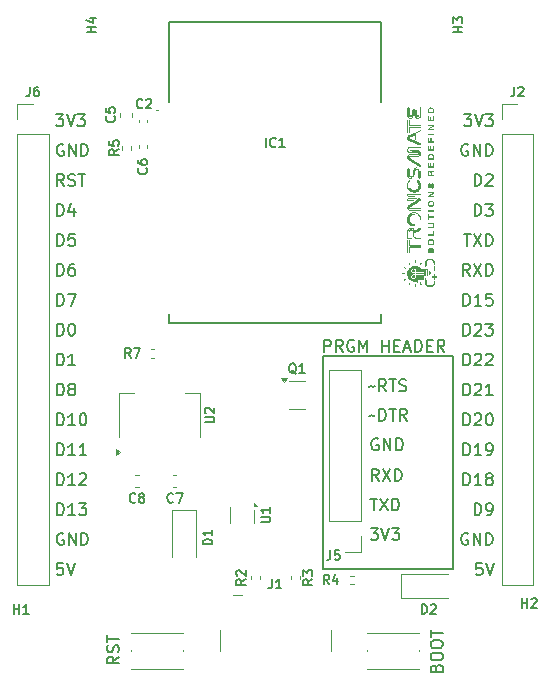
<source format=gto>
%TF.GenerationSoftware,KiCad,Pcbnew,8.0.2*%
%TF.CreationDate,2024-06-06T14:24:50+10:00*%
%TF.ProjectId,design,64657369-676e-42e6-9b69-6361645f7063,rev?*%
%TF.SameCoordinates,Original*%
%TF.FileFunction,Legend,Top*%
%TF.FilePolarity,Positive*%
%FSLAX46Y46*%
G04 Gerber Fmt 4.6, Leading zero omitted, Abs format (unit mm)*
G04 Created by KiCad (PCBNEW 8.0.2) date 2024-06-06 14:24:50*
%MOMM*%
%LPD*%
G01*
G04 APERTURE LIST*
%ADD10C,0.150000*%
%ADD11C,0.200000*%
%ADD12C,0.000000*%
%ADD13C,0.100000*%
%ADD14C,0.120000*%
G04 APERTURE END LIST*
D10*
X76550000Y-84040000D02*
X87550000Y-84040000D01*
X87550000Y-102040000D01*
X76550000Y-102040000D01*
X76550000Y-84040000D01*
X89393922Y-97503148D02*
X89393922Y-96503148D01*
X89393922Y-96503148D02*
X89632017Y-96503148D01*
X89632017Y-96503148D02*
X89774874Y-96550767D01*
X89774874Y-96550767D02*
X89870112Y-96646005D01*
X89870112Y-96646005D02*
X89917731Y-96741243D01*
X89917731Y-96741243D02*
X89965350Y-96931719D01*
X89965350Y-96931719D02*
X89965350Y-97074576D01*
X89965350Y-97074576D02*
X89917731Y-97265052D01*
X89917731Y-97265052D02*
X89870112Y-97360290D01*
X89870112Y-97360290D02*
X89774874Y-97455529D01*
X89774874Y-97455529D02*
X89632017Y-97503148D01*
X89632017Y-97503148D02*
X89393922Y-97503148D01*
X90441541Y-97503148D02*
X90632017Y-97503148D01*
X90632017Y-97503148D02*
X90727255Y-97455529D01*
X90727255Y-97455529D02*
X90774874Y-97407909D01*
X90774874Y-97407909D02*
X90870112Y-97265052D01*
X90870112Y-97265052D02*
X90917731Y-97074576D01*
X90917731Y-97074576D02*
X90917731Y-96693624D01*
X90917731Y-96693624D02*
X90870112Y-96598386D01*
X90870112Y-96598386D02*
X90822493Y-96550767D01*
X90822493Y-96550767D02*
X90727255Y-96503148D01*
X90727255Y-96503148D02*
X90536779Y-96503148D01*
X90536779Y-96503148D02*
X90441541Y-96550767D01*
X90441541Y-96550767D02*
X90393922Y-96598386D01*
X90393922Y-96598386D02*
X90346303Y-96693624D01*
X90346303Y-96693624D02*
X90346303Y-96931719D01*
X90346303Y-96931719D02*
X90393922Y-97026957D01*
X90393922Y-97026957D02*
X90441541Y-97074576D01*
X90441541Y-97074576D02*
X90536779Y-97122195D01*
X90536779Y-97122195D02*
X90727255Y-97122195D01*
X90727255Y-97122195D02*
X90822493Y-97074576D01*
X90822493Y-97074576D02*
X90870112Y-97026957D01*
X90870112Y-97026957D02*
X90917731Y-96931719D01*
X59269819Y-109491792D02*
X58793628Y-109825125D01*
X59269819Y-110063220D02*
X58269819Y-110063220D01*
X58269819Y-110063220D02*
X58269819Y-109682268D01*
X58269819Y-109682268D02*
X58317438Y-109587030D01*
X58317438Y-109587030D02*
X58365057Y-109539411D01*
X58365057Y-109539411D02*
X58460295Y-109491792D01*
X58460295Y-109491792D02*
X58603152Y-109491792D01*
X58603152Y-109491792D02*
X58698390Y-109539411D01*
X58698390Y-109539411D02*
X58746009Y-109587030D01*
X58746009Y-109587030D02*
X58793628Y-109682268D01*
X58793628Y-109682268D02*
X58793628Y-110063220D01*
X59222200Y-109110839D02*
X59269819Y-108967982D01*
X59269819Y-108967982D02*
X59269819Y-108729887D01*
X59269819Y-108729887D02*
X59222200Y-108634649D01*
X59222200Y-108634649D02*
X59174580Y-108587030D01*
X59174580Y-108587030D02*
X59079342Y-108539411D01*
X59079342Y-108539411D02*
X58984104Y-108539411D01*
X58984104Y-108539411D02*
X58888866Y-108587030D01*
X58888866Y-108587030D02*
X58841247Y-108634649D01*
X58841247Y-108634649D02*
X58793628Y-108729887D01*
X58793628Y-108729887D02*
X58746009Y-108920363D01*
X58746009Y-108920363D02*
X58698390Y-109015601D01*
X58698390Y-109015601D02*
X58650771Y-109063220D01*
X58650771Y-109063220D02*
X58555533Y-109110839D01*
X58555533Y-109110839D02*
X58460295Y-109110839D01*
X58460295Y-109110839D02*
X58365057Y-109063220D01*
X58365057Y-109063220D02*
X58317438Y-109015601D01*
X58317438Y-109015601D02*
X58269819Y-108920363D01*
X58269819Y-108920363D02*
X58269819Y-108682268D01*
X58269819Y-108682268D02*
X58317438Y-108539411D01*
X58269819Y-108253696D02*
X58269819Y-107682268D01*
X59269819Y-107967982D02*
X58269819Y-107967982D01*
X88441541Y-89903149D02*
X88441541Y-88903149D01*
X88441541Y-88903149D02*
X88679636Y-88903149D01*
X88679636Y-88903149D02*
X88822493Y-88950768D01*
X88822493Y-88950768D02*
X88917731Y-89046006D01*
X88917731Y-89046006D02*
X88965350Y-89141244D01*
X88965350Y-89141244D02*
X89012969Y-89331720D01*
X89012969Y-89331720D02*
X89012969Y-89474577D01*
X89012969Y-89474577D02*
X88965350Y-89665053D01*
X88965350Y-89665053D02*
X88917731Y-89760291D01*
X88917731Y-89760291D02*
X88822493Y-89855530D01*
X88822493Y-89855530D02*
X88679636Y-89903149D01*
X88679636Y-89903149D02*
X88441541Y-89903149D01*
X89393922Y-88998387D02*
X89441541Y-88950768D01*
X89441541Y-88950768D02*
X89536779Y-88903149D01*
X89536779Y-88903149D02*
X89774874Y-88903149D01*
X89774874Y-88903149D02*
X89870112Y-88950768D01*
X89870112Y-88950768D02*
X89917731Y-88998387D01*
X89917731Y-88998387D02*
X89965350Y-89093625D01*
X89965350Y-89093625D02*
X89965350Y-89188863D01*
X89965350Y-89188863D02*
X89917731Y-89331720D01*
X89917731Y-89331720D02*
X89346303Y-89903149D01*
X89346303Y-89903149D02*
X89965350Y-89903149D01*
X90584398Y-88903149D02*
X90679636Y-88903149D01*
X90679636Y-88903149D02*
X90774874Y-88950768D01*
X90774874Y-88950768D02*
X90822493Y-88998387D01*
X90822493Y-88998387D02*
X90870112Y-89093625D01*
X90870112Y-89093625D02*
X90917731Y-89284101D01*
X90917731Y-89284101D02*
X90917731Y-89522196D01*
X90917731Y-89522196D02*
X90870112Y-89712672D01*
X90870112Y-89712672D02*
X90822493Y-89807910D01*
X90822493Y-89807910D02*
X90774874Y-89855530D01*
X90774874Y-89855530D02*
X90679636Y-89903149D01*
X90679636Y-89903149D02*
X90584398Y-89903149D01*
X90584398Y-89903149D02*
X90489160Y-89855530D01*
X90489160Y-89855530D02*
X90441541Y-89807910D01*
X90441541Y-89807910D02*
X90393922Y-89712672D01*
X90393922Y-89712672D02*
X90346303Y-89522196D01*
X90346303Y-89522196D02*
X90346303Y-89284101D01*
X90346303Y-89284101D02*
X90393922Y-89093625D01*
X90393922Y-89093625D02*
X90441541Y-88998387D01*
X90441541Y-88998387D02*
X90489160Y-88950768D01*
X90489160Y-88950768D02*
X90584398Y-88903149D01*
X88965350Y-77236484D02*
X88632017Y-76760293D01*
X88393922Y-77236484D02*
X88393922Y-76236484D01*
X88393922Y-76236484D02*
X88774874Y-76236484D01*
X88774874Y-76236484D02*
X88870112Y-76284103D01*
X88870112Y-76284103D02*
X88917731Y-76331722D01*
X88917731Y-76331722D02*
X88965350Y-76426960D01*
X88965350Y-76426960D02*
X88965350Y-76569817D01*
X88965350Y-76569817D02*
X88917731Y-76665055D01*
X88917731Y-76665055D02*
X88870112Y-76712674D01*
X88870112Y-76712674D02*
X88774874Y-76760293D01*
X88774874Y-76760293D02*
X88393922Y-76760293D01*
X89298684Y-76236484D02*
X89965350Y-77236484D01*
X89965350Y-76236484D02*
X89298684Y-77236484D01*
X90346303Y-77236484D02*
X90346303Y-76236484D01*
X90346303Y-76236484D02*
X90584398Y-76236484D01*
X90584398Y-76236484D02*
X90727255Y-76284103D01*
X90727255Y-76284103D02*
X90822493Y-76379341D01*
X90822493Y-76379341D02*
X90870112Y-76474579D01*
X90870112Y-76474579D02*
X90917731Y-76665055D01*
X90917731Y-76665055D02*
X90917731Y-76807912D01*
X90917731Y-76807912D02*
X90870112Y-76998388D01*
X90870112Y-76998388D02*
X90822493Y-77093626D01*
X90822493Y-77093626D02*
X90727255Y-77188865D01*
X90727255Y-77188865D02*
X90584398Y-77236484D01*
X90584398Y-77236484D02*
X90346303Y-77236484D01*
X80543922Y-96109819D02*
X81115350Y-96109819D01*
X80829636Y-97109819D02*
X80829636Y-96109819D01*
X81353446Y-96109819D02*
X82020112Y-97109819D01*
X82020112Y-96109819D02*
X81353446Y-97109819D01*
X82401065Y-97109819D02*
X82401065Y-96109819D01*
X82401065Y-96109819D02*
X82639160Y-96109819D01*
X82639160Y-96109819D02*
X82782017Y-96157438D01*
X82782017Y-96157438D02*
X82877255Y-96252676D01*
X82877255Y-96252676D02*
X82924874Y-96347914D01*
X82924874Y-96347914D02*
X82972493Y-96538390D01*
X82972493Y-96538390D02*
X82972493Y-96681247D01*
X82972493Y-96681247D02*
X82924874Y-96871723D01*
X82924874Y-96871723D02*
X82877255Y-96966961D01*
X82877255Y-96966961D02*
X82782017Y-97062200D01*
X82782017Y-97062200D02*
X82639160Y-97109819D01*
X82639160Y-97109819D02*
X82401065Y-97109819D01*
X54560588Y-99084100D02*
X54465350Y-99036481D01*
X54465350Y-99036481D02*
X54322493Y-99036481D01*
X54322493Y-99036481D02*
X54179636Y-99084100D01*
X54179636Y-99084100D02*
X54084398Y-99179338D01*
X54084398Y-99179338D02*
X54036779Y-99274576D01*
X54036779Y-99274576D02*
X53989160Y-99465052D01*
X53989160Y-99465052D02*
X53989160Y-99607909D01*
X53989160Y-99607909D02*
X54036779Y-99798385D01*
X54036779Y-99798385D02*
X54084398Y-99893623D01*
X54084398Y-99893623D02*
X54179636Y-99988862D01*
X54179636Y-99988862D02*
X54322493Y-100036481D01*
X54322493Y-100036481D02*
X54417731Y-100036481D01*
X54417731Y-100036481D02*
X54560588Y-99988862D01*
X54560588Y-99988862D02*
X54608207Y-99941242D01*
X54608207Y-99941242D02*
X54608207Y-99607909D01*
X54608207Y-99607909D02*
X54417731Y-99607909D01*
X55036779Y-100036481D02*
X55036779Y-99036481D01*
X55036779Y-99036481D02*
X55608207Y-100036481D01*
X55608207Y-100036481D02*
X55608207Y-99036481D01*
X56084398Y-100036481D02*
X56084398Y-99036481D01*
X56084398Y-99036481D02*
X56322493Y-99036481D01*
X56322493Y-99036481D02*
X56465350Y-99084100D01*
X56465350Y-99084100D02*
X56560588Y-99179338D01*
X56560588Y-99179338D02*
X56608207Y-99274576D01*
X56608207Y-99274576D02*
X56655826Y-99465052D01*
X56655826Y-99465052D02*
X56655826Y-99607909D01*
X56655826Y-99607909D02*
X56608207Y-99798385D01*
X56608207Y-99798385D02*
X56560588Y-99893623D01*
X56560588Y-99893623D02*
X56465350Y-99988862D01*
X56465350Y-99988862D02*
X56322493Y-100036481D01*
X56322493Y-100036481D02*
X56084398Y-100036481D01*
X80443922Y-89128866D02*
X80491541Y-89081247D01*
X80491541Y-89081247D02*
X80586779Y-89033628D01*
X80586779Y-89033628D02*
X80777255Y-89128866D01*
X80777255Y-89128866D02*
X80872493Y-89081247D01*
X80872493Y-89081247D02*
X80920112Y-89033628D01*
X81301065Y-89509819D02*
X81301065Y-88509819D01*
X81301065Y-88509819D02*
X81539160Y-88509819D01*
X81539160Y-88509819D02*
X81682017Y-88557438D01*
X81682017Y-88557438D02*
X81777255Y-88652676D01*
X81777255Y-88652676D02*
X81824874Y-88747914D01*
X81824874Y-88747914D02*
X81872493Y-88938390D01*
X81872493Y-88938390D02*
X81872493Y-89081247D01*
X81872493Y-89081247D02*
X81824874Y-89271723D01*
X81824874Y-89271723D02*
X81777255Y-89366961D01*
X81777255Y-89366961D02*
X81682017Y-89462200D01*
X81682017Y-89462200D02*
X81539160Y-89509819D01*
X81539160Y-89509819D02*
X81301065Y-89509819D01*
X82158208Y-88509819D02*
X82729636Y-88509819D01*
X82443922Y-89509819D02*
X82443922Y-88509819D01*
X83634398Y-89509819D02*
X83301065Y-89033628D01*
X83062970Y-89509819D02*
X83062970Y-88509819D01*
X83062970Y-88509819D02*
X83443922Y-88509819D01*
X83443922Y-88509819D02*
X83539160Y-88557438D01*
X83539160Y-88557438D02*
X83586779Y-88605057D01*
X83586779Y-88605057D02*
X83634398Y-88700295D01*
X83634398Y-88700295D02*
X83634398Y-88843152D01*
X83634398Y-88843152D02*
X83586779Y-88938390D01*
X83586779Y-88938390D02*
X83539160Y-88986009D01*
X83539160Y-88986009D02*
X83443922Y-89033628D01*
X83443922Y-89033628D02*
X83062970Y-89033628D01*
X54560588Y-66150771D02*
X54465350Y-66103152D01*
X54465350Y-66103152D02*
X54322493Y-66103152D01*
X54322493Y-66103152D02*
X54179636Y-66150771D01*
X54179636Y-66150771D02*
X54084398Y-66246009D01*
X54084398Y-66246009D02*
X54036779Y-66341247D01*
X54036779Y-66341247D02*
X53989160Y-66531723D01*
X53989160Y-66531723D02*
X53989160Y-66674580D01*
X53989160Y-66674580D02*
X54036779Y-66865056D01*
X54036779Y-66865056D02*
X54084398Y-66960294D01*
X54084398Y-66960294D02*
X54179636Y-67055533D01*
X54179636Y-67055533D02*
X54322493Y-67103152D01*
X54322493Y-67103152D02*
X54417731Y-67103152D01*
X54417731Y-67103152D02*
X54560588Y-67055533D01*
X54560588Y-67055533D02*
X54608207Y-67007913D01*
X54608207Y-67007913D02*
X54608207Y-66674580D01*
X54608207Y-66674580D02*
X54417731Y-66674580D01*
X55036779Y-67103152D02*
X55036779Y-66103152D01*
X55036779Y-66103152D02*
X55608207Y-67103152D01*
X55608207Y-67103152D02*
X55608207Y-66103152D01*
X56084398Y-67103152D02*
X56084398Y-66103152D01*
X56084398Y-66103152D02*
X56322493Y-66103152D01*
X56322493Y-66103152D02*
X56465350Y-66150771D01*
X56465350Y-66150771D02*
X56560588Y-66246009D01*
X56560588Y-66246009D02*
X56608207Y-66341247D01*
X56608207Y-66341247D02*
X56655826Y-66531723D01*
X56655826Y-66531723D02*
X56655826Y-66674580D01*
X56655826Y-66674580D02*
X56608207Y-66865056D01*
X56608207Y-66865056D02*
X56560588Y-66960294D01*
X56560588Y-66960294D02*
X56465350Y-67055533D01*
X56465350Y-67055533D02*
X56322493Y-67103152D01*
X56322493Y-67103152D02*
X56084398Y-67103152D01*
X54036779Y-84836483D02*
X54036779Y-83836483D01*
X54036779Y-83836483D02*
X54274874Y-83836483D01*
X54274874Y-83836483D02*
X54417731Y-83884102D01*
X54417731Y-83884102D02*
X54512969Y-83979340D01*
X54512969Y-83979340D02*
X54560588Y-84074578D01*
X54560588Y-84074578D02*
X54608207Y-84265054D01*
X54608207Y-84265054D02*
X54608207Y-84407911D01*
X54608207Y-84407911D02*
X54560588Y-84598387D01*
X54560588Y-84598387D02*
X54512969Y-84693625D01*
X54512969Y-84693625D02*
X54417731Y-84788864D01*
X54417731Y-84788864D02*
X54274874Y-84836483D01*
X54274874Y-84836483D02*
X54036779Y-84836483D01*
X55560588Y-84836483D02*
X54989160Y-84836483D01*
X55274874Y-84836483D02*
X55274874Y-83836483D01*
X55274874Y-83836483D02*
X55179636Y-83979340D01*
X55179636Y-83979340D02*
X55084398Y-84074578D01*
X55084398Y-84074578D02*
X54989160Y-84122197D01*
X88441541Y-79769817D02*
X88441541Y-78769817D01*
X88441541Y-78769817D02*
X88679636Y-78769817D01*
X88679636Y-78769817D02*
X88822493Y-78817436D01*
X88822493Y-78817436D02*
X88917731Y-78912674D01*
X88917731Y-78912674D02*
X88965350Y-79007912D01*
X88965350Y-79007912D02*
X89012969Y-79198388D01*
X89012969Y-79198388D02*
X89012969Y-79341245D01*
X89012969Y-79341245D02*
X88965350Y-79531721D01*
X88965350Y-79531721D02*
X88917731Y-79626959D01*
X88917731Y-79626959D02*
X88822493Y-79722198D01*
X88822493Y-79722198D02*
X88679636Y-79769817D01*
X88679636Y-79769817D02*
X88441541Y-79769817D01*
X89965350Y-79769817D02*
X89393922Y-79769817D01*
X89679636Y-79769817D02*
X89679636Y-78769817D01*
X89679636Y-78769817D02*
X89584398Y-78912674D01*
X89584398Y-78912674D02*
X89489160Y-79007912D01*
X89489160Y-79007912D02*
X89393922Y-79055531D01*
X90870112Y-78769817D02*
X90393922Y-78769817D01*
X90393922Y-78769817D02*
X90346303Y-79246007D01*
X90346303Y-79246007D02*
X90393922Y-79198388D01*
X90393922Y-79198388D02*
X90489160Y-79150769D01*
X90489160Y-79150769D02*
X90727255Y-79150769D01*
X90727255Y-79150769D02*
X90822493Y-79198388D01*
X90822493Y-79198388D02*
X90870112Y-79246007D01*
X90870112Y-79246007D02*
X90917731Y-79341245D01*
X90917731Y-79341245D02*
X90917731Y-79579340D01*
X90917731Y-79579340D02*
X90870112Y-79674578D01*
X90870112Y-79674578D02*
X90822493Y-79722198D01*
X90822493Y-79722198D02*
X90727255Y-79769817D01*
X90727255Y-79769817D02*
X90489160Y-79769817D01*
X90489160Y-79769817D02*
X90393922Y-79722198D01*
X90393922Y-79722198D02*
X90346303Y-79674578D01*
X54036779Y-79769817D02*
X54036779Y-78769817D01*
X54036779Y-78769817D02*
X54274874Y-78769817D01*
X54274874Y-78769817D02*
X54417731Y-78817436D01*
X54417731Y-78817436D02*
X54512969Y-78912674D01*
X54512969Y-78912674D02*
X54560588Y-79007912D01*
X54560588Y-79007912D02*
X54608207Y-79198388D01*
X54608207Y-79198388D02*
X54608207Y-79341245D01*
X54608207Y-79341245D02*
X54560588Y-79531721D01*
X54560588Y-79531721D02*
X54512969Y-79626959D01*
X54512969Y-79626959D02*
X54417731Y-79722198D01*
X54417731Y-79722198D02*
X54274874Y-79769817D01*
X54274874Y-79769817D02*
X54036779Y-79769817D01*
X54941541Y-78769817D02*
X55608207Y-78769817D01*
X55608207Y-78769817D02*
X55179636Y-79769817D01*
X54036779Y-72169818D02*
X54036779Y-71169818D01*
X54036779Y-71169818D02*
X54274874Y-71169818D01*
X54274874Y-71169818D02*
X54417731Y-71217437D01*
X54417731Y-71217437D02*
X54512969Y-71312675D01*
X54512969Y-71312675D02*
X54560588Y-71407913D01*
X54560588Y-71407913D02*
X54608207Y-71598389D01*
X54608207Y-71598389D02*
X54608207Y-71741246D01*
X54608207Y-71741246D02*
X54560588Y-71931722D01*
X54560588Y-71931722D02*
X54512969Y-72026960D01*
X54512969Y-72026960D02*
X54417731Y-72122199D01*
X54417731Y-72122199D02*
X54274874Y-72169818D01*
X54274874Y-72169818D02*
X54036779Y-72169818D01*
X55465350Y-71503151D02*
X55465350Y-72169818D01*
X55227255Y-71122199D02*
X54989160Y-71836484D01*
X54989160Y-71836484D02*
X55608207Y-71836484D01*
X88441541Y-84836483D02*
X88441541Y-83836483D01*
X88441541Y-83836483D02*
X88679636Y-83836483D01*
X88679636Y-83836483D02*
X88822493Y-83884102D01*
X88822493Y-83884102D02*
X88917731Y-83979340D01*
X88917731Y-83979340D02*
X88965350Y-84074578D01*
X88965350Y-84074578D02*
X89012969Y-84265054D01*
X89012969Y-84265054D02*
X89012969Y-84407911D01*
X89012969Y-84407911D02*
X88965350Y-84598387D01*
X88965350Y-84598387D02*
X88917731Y-84693625D01*
X88917731Y-84693625D02*
X88822493Y-84788864D01*
X88822493Y-84788864D02*
X88679636Y-84836483D01*
X88679636Y-84836483D02*
X88441541Y-84836483D01*
X89393922Y-83931721D02*
X89441541Y-83884102D01*
X89441541Y-83884102D02*
X89536779Y-83836483D01*
X89536779Y-83836483D02*
X89774874Y-83836483D01*
X89774874Y-83836483D02*
X89870112Y-83884102D01*
X89870112Y-83884102D02*
X89917731Y-83931721D01*
X89917731Y-83931721D02*
X89965350Y-84026959D01*
X89965350Y-84026959D02*
X89965350Y-84122197D01*
X89965350Y-84122197D02*
X89917731Y-84265054D01*
X89917731Y-84265054D02*
X89346303Y-84836483D01*
X89346303Y-84836483D02*
X89965350Y-84836483D01*
X90346303Y-83931721D02*
X90393922Y-83884102D01*
X90393922Y-83884102D02*
X90489160Y-83836483D01*
X90489160Y-83836483D02*
X90727255Y-83836483D01*
X90727255Y-83836483D02*
X90822493Y-83884102D01*
X90822493Y-83884102D02*
X90870112Y-83931721D01*
X90870112Y-83931721D02*
X90917731Y-84026959D01*
X90917731Y-84026959D02*
X90917731Y-84122197D01*
X90917731Y-84122197D02*
X90870112Y-84265054D01*
X90870112Y-84265054D02*
X90298684Y-84836483D01*
X90298684Y-84836483D02*
X90917731Y-84836483D01*
X88441541Y-92436482D02*
X88441541Y-91436482D01*
X88441541Y-91436482D02*
X88679636Y-91436482D01*
X88679636Y-91436482D02*
X88822493Y-91484101D01*
X88822493Y-91484101D02*
X88917731Y-91579339D01*
X88917731Y-91579339D02*
X88965350Y-91674577D01*
X88965350Y-91674577D02*
X89012969Y-91865053D01*
X89012969Y-91865053D02*
X89012969Y-92007910D01*
X89012969Y-92007910D02*
X88965350Y-92198386D01*
X88965350Y-92198386D02*
X88917731Y-92293624D01*
X88917731Y-92293624D02*
X88822493Y-92388863D01*
X88822493Y-92388863D02*
X88679636Y-92436482D01*
X88679636Y-92436482D02*
X88441541Y-92436482D01*
X89965350Y-92436482D02*
X89393922Y-92436482D01*
X89679636Y-92436482D02*
X89679636Y-91436482D01*
X89679636Y-91436482D02*
X89584398Y-91579339D01*
X89584398Y-91579339D02*
X89489160Y-91674577D01*
X89489160Y-91674577D02*
X89393922Y-91722196D01*
X90441541Y-92436482D02*
X90632017Y-92436482D01*
X90632017Y-92436482D02*
X90727255Y-92388863D01*
X90727255Y-92388863D02*
X90774874Y-92341243D01*
X90774874Y-92341243D02*
X90870112Y-92198386D01*
X90870112Y-92198386D02*
X90917731Y-92007910D01*
X90917731Y-92007910D02*
X90917731Y-91626958D01*
X90917731Y-91626958D02*
X90870112Y-91531720D01*
X90870112Y-91531720D02*
X90822493Y-91484101D01*
X90822493Y-91484101D02*
X90727255Y-91436482D01*
X90727255Y-91436482D02*
X90536779Y-91436482D01*
X90536779Y-91436482D02*
X90441541Y-91484101D01*
X90441541Y-91484101D02*
X90393922Y-91531720D01*
X90393922Y-91531720D02*
X90346303Y-91626958D01*
X90346303Y-91626958D02*
X90346303Y-91865053D01*
X90346303Y-91865053D02*
X90393922Y-91960291D01*
X90393922Y-91960291D02*
X90441541Y-92007910D01*
X90441541Y-92007910D02*
X90536779Y-92055529D01*
X90536779Y-92055529D02*
X90727255Y-92055529D01*
X90727255Y-92055529D02*
X90822493Y-92007910D01*
X90822493Y-92007910D02*
X90870112Y-91960291D01*
X90870112Y-91960291D02*
X90917731Y-91865053D01*
X54608207Y-69636485D02*
X54274874Y-69160294D01*
X54036779Y-69636485D02*
X54036779Y-68636485D01*
X54036779Y-68636485D02*
X54417731Y-68636485D01*
X54417731Y-68636485D02*
X54512969Y-68684104D01*
X54512969Y-68684104D02*
X54560588Y-68731723D01*
X54560588Y-68731723D02*
X54608207Y-68826961D01*
X54608207Y-68826961D02*
X54608207Y-68969818D01*
X54608207Y-68969818D02*
X54560588Y-69065056D01*
X54560588Y-69065056D02*
X54512969Y-69112675D01*
X54512969Y-69112675D02*
X54417731Y-69160294D01*
X54417731Y-69160294D02*
X54036779Y-69160294D01*
X54989160Y-69588866D02*
X55132017Y-69636485D01*
X55132017Y-69636485D02*
X55370112Y-69636485D01*
X55370112Y-69636485D02*
X55465350Y-69588866D01*
X55465350Y-69588866D02*
X55512969Y-69541246D01*
X55512969Y-69541246D02*
X55560588Y-69446008D01*
X55560588Y-69446008D02*
X55560588Y-69350770D01*
X55560588Y-69350770D02*
X55512969Y-69255532D01*
X55512969Y-69255532D02*
X55465350Y-69207913D01*
X55465350Y-69207913D02*
X55370112Y-69160294D01*
X55370112Y-69160294D02*
X55179636Y-69112675D01*
X55179636Y-69112675D02*
X55084398Y-69065056D01*
X55084398Y-69065056D02*
X55036779Y-69017437D01*
X55036779Y-69017437D02*
X54989160Y-68922199D01*
X54989160Y-68922199D02*
X54989160Y-68826961D01*
X54989160Y-68826961D02*
X55036779Y-68731723D01*
X55036779Y-68731723D02*
X55084398Y-68684104D01*
X55084398Y-68684104D02*
X55179636Y-68636485D01*
X55179636Y-68636485D02*
X55417731Y-68636485D01*
X55417731Y-68636485D02*
X55560588Y-68684104D01*
X55846303Y-68636485D02*
X56417731Y-68636485D01*
X56132017Y-69636485D02*
X56132017Y-68636485D01*
X80443922Y-86628866D02*
X80491541Y-86581247D01*
X80491541Y-86581247D02*
X80586779Y-86533628D01*
X80586779Y-86533628D02*
X80777255Y-86628866D01*
X80777255Y-86628866D02*
X80872493Y-86581247D01*
X80872493Y-86581247D02*
X80920112Y-86533628D01*
X81872493Y-87009819D02*
X81539160Y-86533628D01*
X81301065Y-87009819D02*
X81301065Y-86009819D01*
X81301065Y-86009819D02*
X81682017Y-86009819D01*
X81682017Y-86009819D02*
X81777255Y-86057438D01*
X81777255Y-86057438D02*
X81824874Y-86105057D01*
X81824874Y-86105057D02*
X81872493Y-86200295D01*
X81872493Y-86200295D02*
X81872493Y-86343152D01*
X81872493Y-86343152D02*
X81824874Y-86438390D01*
X81824874Y-86438390D02*
X81777255Y-86486009D01*
X81777255Y-86486009D02*
X81682017Y-86533628D01*
X81682017Y-86533628D02*
X81301065Y-86533628D01*
X82158208Y-86009819D02*
X82729636Y-86009819D01*
X82443922Y-87009819D02*
X82443922Y-86009819D01*
X83015351Y-86962200D02*
X83158208Y-87009819D01*
X83158208Y-87009819D02*
X83396303Y-87009819D01*
X83396303Y-87009819D02*
X83491541Y-86962200D01*
X83491541Y-86962200D02*
X83539160Y-86914580D01*
X83539160Y-86914580D02*
X83586779Y-86819342D01*
X83586779Y-86819342D02*
X83586779Y-86724104D01*
X83586779Y-86724104D02*
X83539160Y-86628866D01*
X83539160Y-86628866D02*
X83491541Y-86581247D01*
X83491541Y-86581247D02*
X83396303Y-86533628D01*
X83396303Y-86533628D02*
X83205827Y-86486009D01*
X83205827Y-86486009D02*
X83110589Y-86438390D01*
X83110589Y-86438390D02*
X83062970Y-86390771D01*
X83062970Y-86390771D02*
X83015351Y-86295533D01*
X83015351Y-86295533D02*
X83015351Y-86200295D01*
X83015351Y-86200295D02*
X83062970Y-86105057D01*
X83062970Y-86105057D02*
X83110589Y-86057438D01*
X83110589Y-86057438D02*
X83205827Y-86009819D01*
X83205827Y-86009819D02*
X83443922Y-86009819D01*
X83443922Y-86009819D02*
X83586779Y-86057438D01*
X86146009Y-110429887D02*
X86193628Y-110287030D01*
X86193628Y-110287030D02*
X86241247Y-110239411D01*
X86241247Y-110239411D02*
X86336485Y-110191792D01*
X86336485Y-110191792D02*
X86479342Y-110191792D01*
X86479342Y-110191792D02*
X86574580Y-110239411D01*
X86574580Y-110239411D02*
X86622200Y-110287030D01*
X86622200Y-110287030D02*
X86669819Y-110382268D01*
X86669819Y-110382268D02*
X86669819Y-110763220D01*
X86669819Y-110763220D02*
X85669819Y-110763220D01*
X85669819Y-110763220D02*
X85669819Y-110429887D01*
X85669819Y-110429887D02*
X85717438Y-110334649D01*
X85717438Y-110334649D02*
X85765057Y-110287030D01*
X85765057Y-110287030D02*
X85860295Y-110239411D01*
X85860295Y-110239411D02*
X85955533Y-110239411D01*
X85955533Y-110239411D02*
X86050771Y-110287030D01*
X86050771Y-110287030D02*
X86098390Y-110334649D01*
X86098390Y-110334649D02*
X86146009Y-110429887D01*
X86146009Y-110429887D02*
X86146009Y-110763220D01*
X85669819Y-109572744D02*
X85669819Y-109382268D01*
X85669819Y-109382268D02*
X85717438Y-109287030D01*
X85717438Y-109287030D02*
X85812676Y-109191792D01*
X85812676Y-109191792D02*
X86003152Y-109144173D01*
X86003152Y-109144173D02*
X86336485Y-109144173D01*
X86336485Y-109144173D02*
X86526961Y-109191792D01*
X86526961Y-109191792D02*
X86622200Y-109287030D01*
X86622200Y-109287030D02*
X86669819Y-109382268D01*
X86669819Y-109382268D02*
X86669819Y-109572744D01*
X86669819Y-109572744D02*
X86622200Y-109667982D01*
X86622200Y-109667982D02*
X86526961Y-109763220D01*
X86526961Y-109763220D02*
X86336485Y-109810839D01*
X86336485Y-109810839D02*
X86003152Y-109810839D01*
X86003152Y-109810839D02*
X85812676Y-109763220D01*
X85812676Y-109763220D02*
X85717438Y-109667982D01*
X85717438Y-109667982D02*
X85669819Y-109572744D01*
X85669819Y-108525125D02*
X85669819Y-108334649D01*
X85669819Y-108334649D02*
X85717438Y-108239411D01*
X85717438Y-108239411D02*
X85812676Y-108144173D01*
X85812676Y-108144173D02*
X86003152Y-108096554D01*
X86003152Y-108096554D02*
X86336485Y-108096554D01*
X86336485Y-108096554D02*
X86526961Y-108144173D01*
X86526961Y-108144173D02*
X86622200Y-108239411D01*
X86622200Y-108239411D02*
X86669819Y-108334649D01*
X86669819Y-108334649D02*
X86669819Y-108525125D01*
X86669819Y-108525125D02*
X86622200Y-108620363D01*
X86622200Y-108620363D02*
X86526961Y-108715601D01*
X86526961Y-108715601D02*
X86336485Y-108763220D01*
X86336485Y-108763220D02*
X86003152Y-108763220D01*
X86003152Y-108763220D02*
X85812676Y-108715601D01*
X85812676Y-108715601D02*
X85717438Y-108620363D01*
X85717438Y-108620363D02*
X85669819Y-108525125D01*
X85669819Y-107810839D02*
X85669819Y-107239411D01*
X86669819Y-107525125D02*
X85669819Y-107525125D01*
X54036779Y-92436482D02*
X54036779Y-91436482D01*
X54036779Y-91436482D02*
X54274874Y-91436482D01*
X54274874Y-91436482D02*
X54417731Y-91484101D01*
X54417731Y-91484101D02*
X54512969Y-91579339D01*
X54512969Y-91579339D02*
X54560588Y-91674577D01*
X54560588Y-91674577D02*
X54608207Y-91865053D01*
X54608207Y-91865053D02*
X54608207Y-92007910D01*
X54608207Y-92007910D02*
X54560588Y-92198386D01*
X54560588Y-92198386D02*
X54512969Y-92293624D01*
X54512969Y-92293624D02*
X54417731Y-92388863D01*
X54417731Y-92388863D02*
X54274874Y-92436482D01*
X54274874Y-92436482D02*
X54036779Y-92436482D01*
X55560588Y-92436482D02*
X54989160Y-92436482D01*
X55274874Y-92436482D02*
X55274874Y-91436482D01*
X55274874Y-91436482D02*
X55179636Y-91579339D01*
X55179636Y-91579339D02*
X55084398Y-91674577D01*
X55084398Y-91674577D02*
X54989160Y-91722196D01*
X56512969Y-92436482D02*
X55941541Y-92436482D01*
X56227255Y-92436482D02*
X56227255Y-91436482D01*
X56227255Y-91436482D02*
X56132017Y-91579339D01*
X56132017Y-91579339D02*
X56036779Y-91674577D01*
X56036779Y-91674577D02*
X55941541Y-91722196D01*
X54036779Y-74703151D02*
X54036779Y-73703151D01*
X54036779Y-73703151D02*
X54274874Y-73703151D01*
X54274874Y-73703151D02*
X54417731Y-73750770D01*
X54417731Y-73750770D02*
X54512969Y-73846008D01*
X54512969Y-73846008D02*
X54560588Y-73941246D01*
X54560588Y-73941246D02*
X54608207Y-74131722D01*
X54608207Y-74131722D02*
X54608207Y-74274579D01*
X54608207Y-74274579D02*
X54560588Y-74465055D01*
X54560588Y-74465055D02*
X54512969Y-74560293D01*
X54512969Y-74560293D02*
X54417731Y-74655532D01*
X54417731Y-74655532D02*
X54274874Y-74703151D01*
X54274874Y-74703151D02*
X54036779Y-74703151D01*
X55512969Y-73703151D02*
X55036779Y-73703151D01*
X55036779Y-73703151D02*
X54989160Y-74179341D01*
X54989160Y-74179341D02*
X55036779Y-74131722D01*
X55036779Y-74131722D02*
X55132017Y-74084103D01*
X55132017Y-74084103D02*
X55370112Y-74084103D01*
X55370112Y-74084103D02*
X55465350Y-74131722D01*
X55465350Y-74131722D02*
X55512969Y-74179341D01*
X55512969Y-74179341D02*
X55560588Y-74274579D01*
X55560588Y-74274579D02*
X55560588Y-74512674D01*
X55560588Y-74512674D02*
X55512969Y-74607912D01*
X55512969Y-74607912D02*
X55465350Y-74655532D01*
X55465350Y-74655532D02*
X55370112Y-74703151D01*
X55370112Y-74703151D02*
X55132017Y-74703151D01*
X55132017Y-74703151D02*
X55036779Y-74655532D01*
X55036779Y-74655532D02*
X54989160Y-74607912D01*
X89393922Y-72169818D02*
X89393922Y-71169818D01*
X89393922Y-71169818D02*
X89632017Y-71169818D01*
X89632017Y-71169818D02*
X89774874Y-71217437D01*
X89774874Y-71217437D02*
X89870112Y-71312675D01*
X89870112Y-71312675D02*
X89917731Y-71407913D01*
X89917731Y-71407913D02*
X89965350Y-71598389D01*
X89965350Y-71598389D02*
X89965350Y-71741246D01*
X89965350Y-71741246D02*
X89917731Y-71931722D01*
X89917731Y-71931722D02*
X89870112Y-72026960D01*
X89870112Y-72026960D02*
X89774874Y-72122199D01*
X89774874Y-72122199D02*
X89632017Y-72169818D01*
X89632017Y-72169818D02*
X89393922Y-72169818D01*
X90298684Y-71169818D02*
X90917731Y-71169818D01*
X90917731Y-71169818D02*
X90584398Y-71550770D01*
X90584398Y-71550770D02*
X90727255Y-71550770D01*
X90727255Y-71550770D02*
X90822493Y-71598389D01*
X90822493Y-71598389D02*
X90870112Y-71646008D01*
X90870112Y-71646008D02*
X90917731Y-71741246D01*
X90917731Y-71741246D02*
X90917731Y-71979341D01*
X90917731Y-71979341D02*
X90870112Y-72074579D01*
X90870112Y-72074579D02*
X90822493Y-72122199D01*
X90822493Y-72122199D02*
X90727255Y-72169818D01*
X90727255Y-72169818D02*
X90441541Y-72169818D01*
X90441541Y-72169818D02*
X90346303Y-72122199D01*
X90346303Y-72122199D02*
X90298684Y-72074579D01*
X54036779Y-89903149D02*
X54036779Y-88903149D01*
X54036779Y-88903149D02*
X54274874Y-88903149D01*
X54274874Y-88903149D02*
X54417731Y-88950768D01*
X54417731Y-88950768D02*
X54512969Y-89046006D01*
X54512969Y-89046006D02*
X54560588Y-89141244D01*
X54560588Y-89141244D02*
X54608207Y-89331720D01*
X54608207Y-89331720D02*
X54608207Y-89474577D01*
X54608207Y-89474577D02*
X54560588Y-89665053D01*
X54560588Y-89665053D02*
X54512969Y-89760291D01*
X54512969Y-89760291D02*
X54417731Y-89855530D01*
X54417731Y-89855530D02*
X54274874Y-89903149D01*
X54274874Y-89903149D02*
X54036779Y-89903149D01*
X55560588Y-89903149D02*
X54989160Y-89903149D01*
X55274874Y-89903149D02*
X55274874Y-88903149D01*
X55274874Y-88903149D02*
X55179636Y-89046006D01*
X55179636Y-89046006D02*
X55084398Y-89141244D01*
X55084398Y-89141244D02*
X54989160Y-89188863D01*
X56179636Y-88903149D02*
X56274874Y-88903149D01*
X56274874Y-88903149D02*
X56370112Y-88950768D01*
X56370112Y-88950768D02*
X56417731Y-88998387D01*
X56417731Y-88998387D02*
X56465350Y-89093625D01*
X56465350Y-89093625D02*
X56512969Y-89284101D01*
X56512969Y-89284101D02*
X56512969Y-89522196D01*
X56512969Y-89522196D02*
X56465350Y-89712672D01*
X56465350Y-89712672D02*
X56417731Y-89807910D01*
X56417731Y-89807910D02*
X56370112Y-89855530D01*
X56370112Y-89855530D02*
X56274874Y-89903149D01*
X56274874Y-89903149D02*
X56179636Y-89903149D01*
X56179636Y-89903149D02*
X56084398Y-89855530D01*
X56084398Y-89855530D02*
X56036779Y-89807910D01*
X56036779Y-89807910D02*
X55989160Y-89712672D01*
X55989160Y-89712672D02*
X55941541Y-89522196D01*
X55941541Y-89522196D02*
X55941541Y-89284101D01*
X55941541Y-89284101D02*
X55989160Y-89093625D01*
X55989160Y-89093625D02*
X56036779Y-88998387D01*
X56036779Y-88998387D02*
X56084398Y-88950768D01*
X56084398Y-88950768D02*
X56179636Y-88903149D01*
X53941541Y-63569819D02*
X54560588Y-63569819D01*
X54560588Y-63569819D02*
X54227255Y-63950771D01*
X54227255Y-63950771D02*
X54370112Y-63950771D01*
X54370112Y-63950771D02*
X54465350Y-63998390D01*
X54465350Y-63998390D02*
X54512969Y-64046009D01*
X54512969Y-64046009D02*
X54560588Y-64141247D01*
X54560588Y-64141247D02*
X54560588Y-64379342D01*
X54560588Y-64379342D02*
X54512969Y-64474580D01*
X54512969Y-64474580D02*
X54465350Y-64522200D01*
X54465350Y-64522200D02*
X54370112Y-64569819D01*
X54370112Y-64569819D02*
X54084398Y-64569819D01*
X54084398Y-64569819D02*
X53989160Y-64522200D01*
X53989160Y-64522200D02*
X53941541Y-64474580D01*
X54846303Y-63569819D02*
X55179636Y-64569819D01*
X55179636Y-64569819D02*
X55512969Y-63569819D01*
X55751065Y-63569819D02*
X56370112Y-63569819D01*
X56370112Y-63569819D02*
X56036779Y-63950771D01*
X56036779Y-63950771D02*
X56179636Y-63950771D01*
X56179636Y-63950771D02*
X56274874Y-63998390D01*
X56274874Y-63998390D02*
X56322493Y-64046009D01*
X56322493Y-64046009D02*
X56370112Y-64141247D01*
X56370112Y-64141247D02*
X56370112Y-64379342D01*
X56370112Y-64379342D02*
X56322493Y-64474580D01*
X56322493Y-64474580D02*
X56274874Y-64522200D01*
X56274874Y-64522200D02*
X56179636Y-64569819D01*
X56179636Y-64569819D02*
X55893922Y-64569819D01*
X55893922Y-64569819D02*
X55798684Y-64522200D01*
X55798684Y-64522200D02*
X55751065Y-64474580D01*
X54036779Y-94969815D02*
X54036779Y-93969815D01*
X54036779Y-93969815D02*
X54274874Y-93969815D01*
X54274874Y-93969815D02*
X54417731Y-94017434D01*
X54417731Y-94017434D02*
X54512969Y-94112672D01*
X54512969Y-94112672D02*
X54560588Y-94207910D01*
X54560588Y-94207910D02*
X54608207Y-94398386D01*
X54608207Y-94398386D02*
X54608207Y-94541243D01*
X54608207Y-94541243D02*
X54560588Y-94731719D01*
X54560588Y-94731719D02*
X54512969Y-94826957D01*
X54512969Y-94826957D02*
X54417731Y-94922196D01*
X54417731Y-94922196D02*
X54274874Y-94969815D01*
X54274874Y-94969815D02*
X54036779Y-94969815D01*
X55560588Y-94969815D02*
X54989160Y-94969815D01*
X55274874Y-94969815D02*
X55274874Y-93969815D01*
X55274874Y-93969815D02*
X55179636Y-94112672D01*
X55179636Y-94112672D02*
X55084398Y-94207910D01*
X55084398Y-94207910D02*
X54989160Y-94255529D01*
X55941541Y-94065053D02*
X55989160Y-94017434D01*
X55989160Y-94017434D02*
X56084398Y-93969815D01*
X56084398Y-93969815D02*
X56322493Y-93969815D01*
X56322493Y-93969815D02*
X56417731Y-94017434D01*
X56417731Y-94017434D02*
X56465350Y-94065053D01*
X56465350Y-94065053D02*
X56512969Y-94160291D01*
X56512969Y-94160291D02*
X56512969Y-94255529D01*
X56512969Y-94255529D02*
X56465350Y-94398386D01*
X56465350Y-94398386D02*
X55893922Y-94969815D01*
X55893922Y-94969815D02*
X56512969Y-94969815D01*
X88822493Y-99084100D02*
X88727255Y-99036481D01*
X88727255Y-99036481D02*
X88584398Y-99036481D01*
X88584398Y-99036481D02*
X88441541Y-99084100D01*
X88441541Y-99084100D02*
X88346303Y-99179338D01*
X88346303Y-99179338D02*
X88298684Y-99274576D01*
X88298684Y-99274576D02*
X88251065Y-99465052D01*
X88251065Y-99465052D02*
X88251065Y-99607909D01*
X88251065Y-99607909D02*
X88298684Y-99798385D01*
X88298684Y-99798385D02*
X88346303Y-99893623D01*
X88346303Y-99893623D02*
X88441541Y-99988862D01*
X88441541Y-99988862D02*
X88584398Y-100036481D01*
X88584398Y-100036481D02*
X88679636Y-100036481D01*
X88679636Y-100036481D02*
X88822493Y-99988862D01*
X88822493Y-99988862D02*
X88870112Y-99941242D01*
X88870112Y-99941242D02*
X88870112Y-99607909D01*
X88870112Y-99607909D02*
X88679636Y-99607909D01*
X89298684Y-100036481D02*
X89298684Y-99036481D01*
X89298684Y-99036481D02*
X89870112Y-100036481D01*
X89870112Y-100036481D02*
X89870112Y-99036481D01*
X90346303Y-100036481D02*
X90346303Y-99036481D01*
X90346303Y-99036481D02*
X90584398Y-99036481D01*
X90584398Y-99036481D02*
X90727255Y-99084100D01*
X90727255Y-99084100D02*
X90822493Y-99179338D01*
X90822493Y-99179338D02*
X90870112Y-99274576D01*
X90870112Y-99274576D02*
X90917731Y-99465052D01*
X90917731Y-99465052D02*
X90917731Y-99607909D01*
X90917731Y-99607909D02*
X90870112Y-99798385D01*
X90870112Y-99798385D02*
X90822493Y-99893623D01*
X90822493Y-99893623D02*
X90727255Y-99988862D01*
X90727255Y-99988862D02*
X90584398Y-100036481D01*
X90584398Y-100036481D02*
X90346303Y-100036481D01*
X88441541Y-94969815D02*
X88441541Y-93969815D01*
X88441541Y-93969815D02*
X88679636Y-93969815D01*
X88679636Y-93969815D02*
X88822493Y-94017434D01*
X88822493Y-94017434D02*
X88917731Y-94112672D01*
X88917731Y-94112672D02*
X88965350Y-94207910D01*
X88965350Y-94207910D02*
X89012969Y-94398386D01*
X89012969Y-94398386D02*
X89012969Y-94541243D01*
X89012969Y-94541243D02*
X88965350Y-94731719D01*
X88965350Y-94731719D02*
X88917731Y-94826957D01*
X88917731Y-94826957D02*
X88822493Y-94922196D01*
X88822493Y-94922196D02*
X88679636Y-94969815D01*
X88679636Y-94969815D02*
X88441541Y-94969815D01*
X89965350Y-94969815D02*
X89393922Y-94969815D01*
X89679636Y-94969815D02*
X89679636Y-93969815D01*
X89679636Y-93969815D02*
X89584398Y-94112672D01*
X89584398Y-94112672D02*
X89489160Y-94207910D01*
X89489160Y-94207910D02*
X89393922Y-94255529D01*
X90536779Y-94398386D02*
X90441541Y-94350767D01*
X90441541Y-94350767D02*
X90393922Y-94303148D01*
X90393922Y-94303148D02*
X90346303Y-94207910D01*
X90346303Y-94207910D02*
X90346303Y-94160291D01*
X90346303Y-94160291D02*
X90393922Y-94065053D01*
X90393922Y-94065053D02*
X90441541Y-94017434D01*
X90441541Y-94017434D02*
X90536779Y-93969815D01*
X90536779Y-93969815D02*
X90727255Y-93969815D01*
X90727255Y-93969815D02*
X90822493Y-94017434D01*
X90822493Y-94017434D02*
X90870112Y-94065053D01*
X90870112Y-94065053D02*
X90917731Y-94160291D01*
X90917731Y-94160291D02*
X90917731Y-94207910D01*
X90917731Y-94207910D02*
X90870112Y-94303148D01*
X90870112Y-94303148D02*
X90822493Y-94350767D01*
X90822493Y-94350767D02*
X90727255Y-94398386D01*
X90727255Y-94398386D02*
X90536779Y-94398386D01*
X90536779Y-94398386D02*
X90441541Y-94446005D01*
X90441541Y-94446005D02*
X90393922Y-94493624D01*
X90393922Y-94493624D02*
X90346303Y-94588862D01*
X90346303Y-94588862D02*
X90346303Y-94779338D01*
X90346303Y-94779338D02*
X90393922Y-94874576D01*
X90393922Y-94874576D02*
X90441541Y-94922196D01*
X90441541Y-94922196D02*
X90536779Y-94969815D01*
X90536779Y-94969815D02*
X90727255Y-94969815D01*
X90727255Y-94969815D02*
X90822493Y-94922196D01*
X90822493Y-94922196D02*
X90870112Y-94874576D01*
X90870112Y-94874576D02*
X90917731Y-94779338D01*
X90917731Y-94779338D02*
X90917731Y-94588862D01*
X90917731Y-94588862D02*
X90870112Y-94493624D01*
X90870112Y-94493624D02*
X90822493Y-94446005D01*
X90822493Y-94446005D02*
X90727255Y-94398386D01*
X54036779Y-82303150D02*
X54036779Y-81303150D01*
X54036779Y-81303150D02*
X54274874Y-81303150D01*
X54274874Y-81303150D02*
X54417731Y-81350769D01*
X54417731Y-81350769D02*
X54512969Y-81446007D01*
X54512969Y-81446007D02*
X54560588Y-81541245D01*
X54560588Y-81541245D02*
X54608207Y-81731721D01*
X54608207Y-81731721D02*
X54608207Y-81874578D01*
X54608207Y-81874578D02*
X54560588Y-82065054D01*
X54560588Y-82065054D02*
X54512969Y-82160292D01*
X54512969Y-82160292D02*
X54417731Y-82255531D01*
X54417731Y-82255531D02*
X54274874Y-82303150D01*
X54274874Y-82303150D02*
X54036779Y-82303150D01*
X55227255Y-81303150D02*
X55322493Y-81303150D01*
X55322493Y-81303150D02*
X55417731Y-81350769D01*
X55417731Y-81350769D02*
X55465350Y-81398388D01*
X55465350Y-81398388D02*
X55512969Y-81493626D01*
X55512969Y-81493626D02*
X55560588Y-81684102D01*
X55560588Y-81684102D02*
X55560588Y-81922197D01*
X55560588Y-81922197D02*
X55512969Y-82112673D01*
X55512969Y-82112673D02*
X55465350Y-82207911D01*
X55465350Y-82207911D02*
X55417731Y-82255531D01*
X55417731Y-82255531D02*
X55322493Y-82303150D01*
X55322493Y-82303150D02*
X55227255Y-82303150D01*
X55227255Y-82303150D02*
X55132017Y-82255531D01*
X55132017Y-82255531D02*
X55084398Y-82207911D01*
X55084398Y-82207911D02*
X55036779Y-82112673D01*
X55036779Y-82112673D02*
X54989160Y-81922197D01*
X54989160Y-81922197D02*
X54989160Y-81684102D01*
X54989160Y-81684102D02*
X55036779Y-81493626D01*
X55036779Y-81493626D02*
X55084398Y-81398388D01*
X55084398Y-81398388D02*
X55132017Y-81350769D01*
X55132017Y-81350769D02*
X55227255Y-81303150D01*
X88489160Y-63569819D02*
X89108207Y-63569819D01*
X89108207Y-63569819D02*
X88774874Y-63950771D01*
X88774874Y-63950771D02*
X88917731Y-63950771D01*
X88917731Y-63950771D02*
X89012969Y-63998390D01*
X89012969Y-63998390D02*
X89060588Y-64046009D01*
X89060588Y-64046009D02*
X89108207Y-64141247D01*
X89108207Y-64141247D02*
X89108207Y-64379342D01*
X89108207Y-64379342D02*
X89060588Y-64474580D01*
X89060588Y-64474580D02*
X89012969Y-64522200D01*
X89012969Y-64522200D02*
X88917731Y-64569819D01*
X88917731Y-64569819D02*
X88632017Y-64569819D01*
X88632017Y-64569819D02*
X88536779Y-64522200D01*
X88536779Y-64522200D02*
X88489160Y-64474580D01*
X89393922Y-63569819D02*
X89727255Y-64569819D01*
X89727255Y-64569819D02*
X90060588Y-63569819D01*
X90298684Y-63569819D02*
X90917731Y-63569819D01*
X90917731Y-63569819D02*
X90584398Y-63950771D01*
X90584398Y-63950771D02*
X90727255Y-63950771D01*
X90727255Y-63950771D02*
X90822493Y-63998390D01*
X90822493Y-63998390D02*
X90870112Y-64046009D01*
X90870112Y-64046009D02*
X90917731Y-64141247D01*
X90917731Y-64141247D02*
X90917731Y-64379342D01*
X90917731Y-64379342D02*
X90870112Y-64474580D01*
X90870112Y-64474580D02*
X90822493Y-64522200D01*
X90822493Y-64522200D02*
X90727255Y-64569819D01*
X90727255Y-64569819D02*
X90441541Y-64569819D01*
X90441541Y-64569819D02*
X90346303Y-64522200D01*
X90346303Y-64522200D02*
X90298684Y-64474580D01*
X54036779Y-97503148D02*
X54036779Y-96503148D01*
X54036779Y-96503148D02*
X54274874Y-96503148D01*
X54274874Y-96503148D02*
X54417731Y-96550767D01*
X54417731Y-96550767D02*
X54512969Y-96646005D01*
X54512969Y-96646005D02*
X54560588Y-96741243D01*
X54560588Y-96741243D02*
X54608207Y-96931719D01*
X54608207Y-96931719D02*
X54608207Y-97074576D01*
X54608207Y-97074576D02*
X54560588Y-97265052D01*
X54560588Y-97265052D02*
X54512969Y-97360290D01*
X54512969Y-97360290D02*
X54417731Y-97455529D01*
X54417731Y-97455529D02*
X54274874Y-97503148D01*
X54274874Y-97503148D02*
X54036779Y-97503148D01*
X55560588Y-97503148D02*
X54989160Y-97503148D01*
X55274874Y-97503148D02*
X55274874Y-96503148D01*
X55274874Y-96503148D02*
X55179636Y-96646005D01*
X55179636Y-96646005D02*
X55084398Y-96741243D01*
X55084398Y-96741243D02*
X54989160Y-96788862D01*
X55893922Y-96503148D02*
X56512969Y-96503148D01*
X56512969Y-96503148D02*
X56179636Y-96884100D01*
X56179636Y-96884100D02*
X56322493Y-96884100D01*
X56322493Y-96884100D02*
X56417731Y-96931719D01*
X56417731Y-96931719D02*
X56465350Y-96979338D01*
X56465350Y-96979338D02*
X56512969Y-97074576D01*
X56512969Y-97074576D02*
X56512969Y-97312671D01*
X56512969Y-97312671D02*
X56465350Y-97407909D01*
X56465350Y-97407909D02*
X56417731Y-97455529D01*
X56417731Y-97455529D02*
X56322493Y-97503148D01*
X56322493Y-97503148D02*
X56036779Y-97503148D01*
X56036779Y-97503148D02*
X55941541Y-97455529D01*
X55941541Y-97455529D02*
X55893922Y-97407909D01*
X54036779Y-87369816D02*
X54036779Y-86369816D01*
X54036779Y-86369816D02*
X54274874Y-86369816D01*
X54274874Y-86369816D02*
X54417731Y-86417435D01*
X54417731Y-86417435D02*
X54512969Y-86512673D01*
X54512969Y-86512673D02*
X54560588Y-86607911D01*
X54560588Y-86607911D02*
X54608207Y-86798387D01*
X54608207Y-86798387D02*
X54608207Y-86941244D01*
X54608207Y-86941244D02*
X54560588Y-87131720D01*
X54560588Y-87131720D02*
X54512969Y-87226958D01*
X54512969Y-87226958D02*
X54417731Y-87322197D01*
X54417731Y-87322197D02*
X54274874Y-87369816D01*
X54274874Y-87369816D02*
X54036779Y-87369816D01*
X55179636Y-86798387D02*
X55084398Y-86750768D01*
X55084398Y-86750768D02*
X55036779Y-86703149D01*
X55036779Y-86703149D02*
X54989160Y-86607911D01*
X54989160Y-86607911D02*
X54989160Y-86560292D01*
X54989160Y-86560292D02*
X55036779Y-86465054D01*
X55036779Y-86465054D02*
X55084398Y-86417435D01*
X55084398Y-86417435D02*
X55179636Y-86369816D01*
X55179636Y-86369816D02*
X55370112Y-86369816D01*
X55370112Y-86369816D02*
X55465350Y-86417435D01*
X55465350Y-86417435D02*
X55512969Y-86465054D01*
X55512969Y-86465054D02*
X55560588Y-86560292D01*
X55560588Y-86560292D02*
X55560588Y-86607911D01*
X55560588Y-86607911D02*
X55512969Y-86703149D01*
X55512969Y-86703149D02*
X55465350Y-86750768D01*
X55465350Y-86750768D02*
X55370112Y-86798387D01*
X55370112Y-86798387D02*
X55179636Y-86798387D01*
X55179636Y-86798387D02*
X55084398Y-86846006D01*
X55084398Y-86846006D02*
X55036779Y-86893625D01*
X55036779Y-86893625D02*
X54989160Y-86988863D01*
X54989160Y-86988863D02*
X54989160Y-87179339D01*
X54989160Y-87179339D02*
X55036779Y-87274577D01*
X55036779Y-87274577D02*
X55084398Y-87322197D01*
X55084398Y-87322197D02*
X55179636Y-87369816D01*
X55179636Y-87369816D02*
X55370112Y-87369816D01*
X55370112Y-87369816D02*
X55465350Y-87322197D01*
X55465350Y-87322197D02*
X55512969Y-87274577D01*
X55512969Y-87274577D02*
X55560588Y-87179339D01*
X55560588Y-87179339D02*
X55560588Y-86988863D01*
X55560588Y-86988863D02*
X55512969Y-86893625D01*
X55512969Y-86893625D02*
X55465350Y-86846006D01*
X55465350Y-86846006D02*
X55370112Y-86798387D01*
X88441541Y-82303150D02*
X88441541Y-81303150D01*
X88441541Y-81303150D02*
X88679636Y-81303150D01*
X88679636Y-81303150D02*
X88822493Y-81350769D01*
X88822493Y-81350769D02*
X88917731Y-81446007D01*
X88917731Y-81446007D02*
X88965350Y-81541245D01*
X88965350Y-81541245D02*
X89012969Y-81731721D01*
X89012969Y-81731721D02*
X89012969Y-81874578D01*
X89012969Y-81874578D02*
X88965350Y-82065054D01*
X88965350Y-82065054D02*
X88917731Y-82160292D01*
X88917731Y-82160292D02*
X88822493Y-82255531D01*
X88822493Y-82255531D02*
X88679636Y-82303150D01*
X88679636Y-82303150D02*
X88441541Y-82303150D01*
X89393922Y-81398388D02*
X89441541Y-81350769D01*
X89441541Y-81350769D02*
X89536779Y-81303150D01*
X89536779Y-81303150D02*
X89774874Y-81303150D01*
X89774874Y-81303150D02*
X89870112Y-81350769D01*
X89870112Y-81350769D02*
X89917731Y-81398388D01*
X89917731Y-81398388D02*
X89965350Y-81493626D01*
X89965350Y-81493626D02*
X89965350Y-81588864D01*
X89965350Y-81588864D02*
X89917731Y-81731721D01*
X89917731Y-81731721D02*
X89346303Y-82303150D01*
X89346303Y-82303150D02*
X89965350Y-82303150D01*
X90298684Y-81303150D02*
X90917731Y-81303150D01*
X90917731Y-81303150D02*
X90584398Y-81684102D01*
X90584398Y-81684102D02*
X90727255Y-81684102D01*
X90727255Y-81684102D02*
X90822493Y-81731721D01*
X90822493Y-81731721D02*
X90870112Y-81779340D01*
X90870112Y-81779340D02*
X90917731Y-81874578D01*
X90917731Y-81874578D02*
X90917731Y-82112673D01*
X90917731Y-82112673D02*
X90870112Y-82207911D01*
X90870112Y-82207911D02*
X90822493Y-82255531D01*
X90822493Y-82255531D02*
X90727255Y-82303150D01*
X90727255Y-82303150D02*
X90441541Y-82303150D01*
X90441541Y-82303150D02*
X90346303Y-82255531D01*
X90346303Y-82255531D02*
X90298684Y-82207911D01*
X88489160Y-73703151D02*
X89060588Y-73703151D01*
X88774874Y-74703151D02*
X88774874Y-73703151D01*
X89298684Y-73703151D02*
X89965350Y-74703151D01*
X89965350Y-73703151D02*
X89298684Y-74703151D01*
X90346303Y-74703151D02*
X90346303Y-73703151D01*
X90346303Y-73703151D02*
X90584398Y-73703151D01*
X90584398Y-73703151D02*
X90727255Y-73750770D01*
X90727255Y-73750770D02*
X90822493Y-73846008D01*
X90822493Y-73846008D02*
X90870112Y-73941246D01*
X90870112Y-73941246D02*
X90917731Y-74131722D01*
X90917731Y-74131722D02*
X90917731Y-74274579D01*
X90917731Y-74274579D02*
X90870112Y-74465055D01*
X90870112Y-74465055D02*
X90822493Y-74560293D01*
X90822493Y-74560293D02*
X90727255Y-74655532D01*
X90727255Y-74655532D02*
X90584398Y-74703151D01*
X90584398Y-74703151D02*
X90346303Y-74703151D01*
X81258207Y-94609819D02*
X80924874Y-94133628D01*
X80686779Y-94609819D02*
X80686779Y-93609819D01*
X80686779Y-93609819D02*
X81067731Y-93609819D01*
X81067731Y-93609819D02*
X81162969Y-93657438D01*
X81162969Y-93657438D02*
X81210588Y-93705057D01*
X81210588Y-93705057D02*
X81258207Y-93800295D01*
X81258207Y-93800295D02*
X81258207Y-93943152D01*
X81258207Y-93943152D02*
X81210588Y-94038390D01*
X81210588Y-94038390D02*
X81162969Y-94086009D01*
X81162969Y-94086009D02*
X81067731Y-94133628D01*
X81067731Y-94133628D02*
X80686779Y-94133628D01*
X81591541Y-93609819D02*
X82258207Y-94609819D01*
X82258207Y-93609819D02*
X81591541Y-94609819D01*
X82639160Y-94609819D02*
X82639160Y-93609819D01*
X82639160Y-93609819D02*
X82877255Y-93609819D01*
X82877255Y-93609819D02*
X83020112Y-93657438D01*
X83020112Y-93657438D02*
X83115350Y-93752676D01*
X83115350Y-93752676D02*
X83162969Y-93847914D01*
X83162969Y-93847914D02*
X83210588Y-94038390D01*
X83210588Y-94038390D02*
X83210588Y-94181247D01*
X83210588Y-94181247D02*
X83162969Y-94371723D01*
X83162969Y-94371723D02*
X83115350Y-94466961D01*
X83115350Y-94466961D02*
X83020112Y-94562200D01*
X83020112Y-94562200D02*
X82877255Y-94609819D01*
X82877255Y-94609819D02*
X82639160Y-94609819D01*
X80591541Y-98609819D02*
X81210588Y-98609819D01*
X81210588Y-98609819D02*
X80877255Y-98990771D01*
X80877255Y-98990771D02*
X81020112Y-98990771D01*
X81020112Y-98990771D02*
X81115350Y-99038390D01*
X81115350Y-99038390D02*
X81162969Y-99086009D01*
X81162969Y-99086009D02*
X81210588Y-99181247D01*
X81210588Y-99181247D02*
X81210588Y-99419342D01*
X81210588Y-99419342D02*
X81162969Y-99514580D01*
X81162969Y-99514580D02*
X81115350Y-99562200D01*
X81115350Y-99562200D02*
X81020112Y-99609819D01*
X81020112Y-99609819D02*
X80734398Y-99609819D01*
X80734398Y-99609819D02*
X80639160Y-99562200D01*
X80639160Y-99562200D02*
X80591541Y-99514580D01*
X81496303Y-98609819D02*
X81829636Y-99609819D01*
X81829636Y-99609819D02*
X82162969Y-98609819D01*
X82401065Y-98609819D02*
X83020112Y-98609819D01*
X83020112Y-98609819D02*
X82686779Y-98990771D01*
X82686779Y-98990771D02*
X82829636Y-98990771D01*
X82829636Y-98990771D02*
X82924874Y-99038390D01*
X82924874Y-99038390D02*
X82972493Y-99086009D01*
X82972493Y-99086009D02*
X83020112Y-99181247D01*
X83020112Y-99181247D02*
X83020112Y-99419342D01*
X83020112Y-99419342D02*
X82972493Y-99514580D01*
X82972493Y-99514580D02*
X82924874Y-99562200D01*
X82924874Y-99562200D02*
X82829636Y-99609819D01*
X82829636Y-99609819D02*
X82543922Y-99609819D01*
X82543922Y-99609819D02*
X82448684Y-99562200D01*
X82448684Y-99562200D02*
X82401065Y-99514580D01*
X76636779Y-83669819D02*
X76636779Y-82669819D01*
X76636779Y-82669819D02*
X77017731Y-82669819D01*
X77017731Y-82669819D02*
X77112969Y-82717438D01*
X77112969Y-82717438D02*
X77160588Y-82765057D01*
X77160588Y-82765057D02*
X77208207Y-82860295D01*
X77208207Y-82860295D02*
X77208207Y-83003152D01*
X77208207Y-83003152D02*
X77160588Y-83098390D01*
X77160588Y-83098390D02*
X77112969Y-83146009D01*
X77112969Y-83146009D02*
X77017731Y-83193628D01*
X77017731Y-83193628D02*
X76636779Y-83193628D01*
X78208207Y-83669819D02*
X77874874Y-83193628D01*
X77636779Y-83669819D02*
X77636779Y-82669819D01*
X77636779Y-82669819D02*
X78017731Y-82669819D01*
X78017731Y-82669819D02*
X78112969Y-82717438D01*
X78112969Y-82717438D02*
X78160588Y-82765057D01*
X78160588Y-82765057D02*
X78208207Y-82860295D01*
X78208207Y-82860295D02*
X78208207Y-83003152D01*
X78208207Y-83003152D02*
X78160588Y-83098390D01*
X78160588Y-83098390D02*
X78112969Y-83146009D01*
X78112969Y-83146009D02*
X78017731Y-83193628D01*
X78017731Y-83193628D02*
X77636779Y-83193628D01*
X79160588Y-82717438D02*
X79065350Y-82669819D01*
X79065350Y-82669819D02*
X78922493Y-82669819D01*
X78922493Y-82669819D02*
X78779636Y-82717438D01*
X78779636Y-82717438D02*
X78684398Y-82812676D01*
X78684398Y-82812676D02*
X78636779Y-82907914D01*
X78636779Y-82907914D02*
X78589160Y-83098390D01*
X78589160Y-83098390D02*
X78589160Y-83241247D01*
X78589160Y-83241247D02*
X78636779Y-83431723D01*
X78636779Y-83431723D02*
X78684398Y-83526961D01*
X78684398Y-83526961D02*
X78779636Y-83622200D01*
X78779636Y-83622200D02*
X78922493Y-83669819D01*
X78922493Y-83669819D02*
X79017731Y-83669819D01*
X79017731Y-83669819D02*
X79160588Y-83622200D01*
X79160588Y-83622200D02*
X79208207Y-83574580D01*
X79208207Y-83574580D02*
X79208207Y-83241247D01*
X79208207Y-83241247D02*
X79017731Y-83241247D01*
X79636779Y-83669819D02*
X79636779Y-82669819D01*
X79636779Y-82669819D02*
X79970112Y-83384104D01*
X79970112Y-83384104D02*
X80303445Y-82669819D01*
X80303445Y-82669819D02*
X80303445Y-83669819D01*
X81541541Y-83669819D02*
X81541541Y-82669819D01*
X81541541Y-83146009D02*
X82112969Y-83146009D01*
X82112969Y-83669819D02*
X82112969Y-82669819D01*
X82589160Y-83146009D02*
X82922493Y-83146009D01*
X83065350Y-83669819D02*
X82589160Y-83669819D01*
X82589160Y-83669819D02*
X82589160Y-82669819D01*
X82589160Y-82669819D02*
X83065350Y-82669819D01*
X83446303Y-83384104D02*
X83922493Y-83384104D01*
X83351065Y-83669819D02*
X83684398Y-82669819D01*
X83684398Y-82669819D02*
X84017731Y-83669819D01*
X84351065Y-83669819D02*
X84351065Y-82669819D01*
X84351065Y-82669819D02*
X84589160Y-82669819D01*
X84589160Y-82669819D02*
X84732017Y-82717438D01*
X84732017Y-82717438D02*
X84827255Y-82812676D01*
X84827255Y-82812676D02*
X84874874Y-82907914D01*
X84874874Y-82907914D02*
X84922493Y-83098390D01*
X84922493Y-83098390D02*
X84922493Y-83241247D01*
X84922493Y-83241247D02*
X84874874Y-83431723D01*
X84874874Y-83431723D02*
X84827255Y-83526961D01*
X84827255Y-83526961D02*
X84732017Y-83622200D01*
X84732017Y-83622200D02*
X84589160Y-83669819D01*
X84589160Y-83669819D02*
X84351065Y-83669819D01*
X85351065Y-83146009D02*
X85684398Y-83146009D01*
X85827255Y-83669819D02*
X85351065Y-83669819D01*
X85351065Y-83669819D02*
X85351065Y-82669819D01*
X85351065Y-82669819D02*
X85827255Y-82669819D01*
X86827255Y-83669819D02*
X86493922Y-83193628D01*
X86255827Y-83669819D02*
X86255827Y-82669819D01*
X86255827Y-82669819D02*
X86636779Y-82669819D01*
X86636779Y-82669819D02*
X86732017Y-82717438D01*
X86732017Y-82717438D02*
X86779636Y-82765057D01*
X86779636Y-82765057D02*
X86827255Y-82860295D01*
X86827255Y-82860295D02*
X86827255Y-83003152D01*
X86827255Y-83003152D02*
X86779636Y-83098390D01*
X86779636Y-83098390D02*
X86732017Y-83146009D01*
X86732017Y-83146009D02*
X86636779Y-83193628D01*
X86636779Y-83193628D02*
X86255827Y-83193628D01*
X54036779Y-77236484D02*
X54036779Y-76236484D01*
X54036779Y-76236484D02*
X54274874Y-76236484D01*
X54274874Y-76236484D02*
X54417731Y-76284103D01*
X54417731Y-76284103D02*
X54512969Y-76379341D01*
X54512969Y-76379341D02*
X54560588Y-76474579D01*
X54560588Y-76474579D02*
X54608207Y-76665055D01*
X54608207Y-76665055D02*
X54608207Y-76807912D01*
X54608207Y-76807912D02*
X54560588Y-76998388D01*
X54560588Y-76998388D02*
X54512969Y-77093626D01*
X54512969Y-77093626D02*
X54417731Y-77188865D01*
X54417731Y-77188865D02*
X54274874Y-77236484D01*
X54274874Y-77236484D02*
X54036779Y-77236484D01*
X55465350Y-76236484D02*
X55274874Y-76236484D01*
X55274874Y-76236484D02*
X55179636Y-76284103D01*
X55179636Y-76284103D02*
X55132017Y-76331722D01*
X55132017Y-76331722D02*
X55036779Y-76474579D01*
X55036779Y-76474579D02*
X54989160Y-76665055D01*
X54989160Y-76665055D02*
X54989160Y-77046007D01*
X54989160Y-77046007D02*
X55036779Y-77141245D01*
X55036779Y-77141245D02*
X55084398Y-77188865D01*
X55084398Y-77188865D02*
X55179636Y-77236484D01*
X55179636Y-77236484D02*
X55370112Y-77236484D01*
X55370112Y-77236484D02*
X55465350Y-77188865D01*
X55465350Y-77188865D02*
X55512969Y-77141245D01*
X55512969Y-77141245D02*
X55560588Y-77046007D01*
X55560588Y-77046007D02*
X55560588Y-76807912D01*
X55560588Y-76807912D02*
X55512969Y-76712674D01*
X55512969Y-76712674D02*
X55465350Y-76665055D01*
X55465350Y-76665055D02*
X55370112Y-76617436D01*
X55370112Y-76617436D02*
X55179636Y-76617436D01*
X55179636Y-76617436D02*
X55084398Y-76665055D01*
X55084398Y-76665055D02*
X55036779Y-76712674D01*
X55036779Y-76712674D02*
X54989160Y-76807912D01*
X81210588Y-91057438D02*
X81115350Y-91009819D01*
X81115350Y-91009819D02*
X80972493Y-91009819D01*
X80972493Y-91009819D02*
X80829636Y-91057438D01*
X80829636Y-91057438D02*
X80734398Y-91152676D01*
X80734398Y-91152676D02*
X80686779Y-91247914D01*
X80686779Y-91247914D02*
X80639160Y-91438390D01*
X80639160Y-91438390D02*
X80639160Y-91581247D01*
X80639160Y-91581247D02*
X80686779Y-91771723D01*
X80686779Y-91771723D02*
X80734398Y-91866961D01*
X80734398Y-91866961D02*
X80829636Y-91962200D01*
X80829636Y-91962200D02*
X80972493Y-92009819D01*
X80972493Y-92009819D02*
X81067731Y-92009819D01*
X81067731Y-92009819D02*
X81210588Y-91962200D01*
X81210588Y-91962200D02*
X81258207Y-91914580D01*
X81258207Y-91914580D02*
X81258207Y-91581247D01*
X81258207Y-91581247D02*
X81067731Y-91581247D01*
X81686779Y-92009819D02*
X81686779Y-91009819D01*
X81686779Y-91009819D02*
X82258207Y-92009819D01*
X82258207Y-92009819D02*
X82258207Y-91009819D01*
X82734398Y-92009819D02*
X82734398Y-91009819D01*
X82734398Y-91009819D02*
X82972493Y-91009819D01*
X82972493Y-91009819D02*
X83115350Y-91057438D01*
X83115350Y-91057438D02*
X83210588Y-91152676D01*
X83210588Y-91152676D02*
X83258207Y-91247914D01*
X83258207Y-91247914D02*
X83305826Y-91438390D01*
X83305826Y-91438390D02*
X83305826Y-91581247D01*
X83305826Y-91581247D02*
X83258207Y-91771723D01*
X83258207Y-91771723D02*
X83210588Y-91866961D01*
X83210588Y-91866961D02*
X83115350Y-91962200D01*
X83115350Y-91962200D02*
X82972493Y-92009819D01*
X82972493Y-92009819D02*
X82734398Y-92009819D01*
X88822493Y-66150771D02*
X88727255Y-66103152D01*
X88727255Y-66103152D02*
X88584398Y-66103152D01*
X88584398Y-66103152D02*
X88441541Y-66150771D01*
X88441541Y-66150771D02*
X88346303Y-66246009D01*
X88346303Y-66246009D02*
X88298684Y-66341247D01*
X88298684Y-66341247D02*
X88251065Y-66531723D01*
X88251065Y-66531723D02*
X88251065Y-66674580D01*
X88251065Y-66674580D02*
X88298684Y-66865056D01*
X88298684Y-66865056D02*
X88346303Y-66960294D01*
X88346303Y-66960294D02*
X88441541Y-67055533D01*
X88441541Y-67055533D02*
X88584398Y-67103152D01*
X88584398Y-67103152D02*
X88679636Y-67103152D01*
X88679636Y-67103152D02*
X88822493Y-67055533D01*
X88822493Y-67055533D02*
X88870112Y-67007913D01*
X88870112Y-67007913D02*
X88870112Y-66674580D01*
X88870112Y-66674580D02*
X88679636Y-66674580D01*
X89298684Y-67103152D02*
X89298684Y-66103152D01*
X89298684Y-66103152D02*
X89870112Y-67103152D01*
X89870112Y-67103152D02*
X89870112Y-66103152D01*
X90346303Y-67103152D02*
X90346303Y-66103152D01*
X90346303Y-66103152D02*
X90584398Y-66103152D01*
X90584398Y-66103152D02*
X90727255Y-66150771D01*
X90727255Y-66150771D02*
X90822493Y-66246009D01*
X90822493Y-66246009D02*
X90870112Y-66341247D01*
X90870112Y-66341247D02*
X90917731Y-66531723D01*
X90917731Y-66531723D02*
X90917731Y-66674580D01*
X90917731Y-66674580D02*
X90870112Y-66865056D01*
X90870112Y-66865056D02*
X90822493Y-66960294D01*
X90822493Y-66960294D02*
X90727255Y-67055533D01*
X90727255Y-67055533D02*
X90584398Y-67103152D01*
X90584398Y-67103152D02*
X90346303Y-67103152D01*
X90012969Y-101569819D02*
X89536779Y-101569819D01*
X89536779Y-101569819D02*
X89489160Y-102046009D01*
X89489160Y-102046009D02*
X89536779Y-101998390D01*
X89536779Y-101998390D02*
X89632017Y-101950771D01*
X89632017Y-101950771D02*
X89870112Y-101950771D01*
X89870112Y-101950771D02*
X89965350Y-101998390D01*
X89965350Y-101998390D02*
X90012969Y-102046009D01*
X90012969Y-102046009D02*
X90060588Y-102141247D01*
X90060588Y-102141247D02*
X90060588Y-102379342D01*
X90060588Y-102379342D02*
X90012969Y-102474580D01*
X90012969Y-102474580D02*
X89965350Y-102522200D01*
X89965350Y-102522200D02*
X89870112Y-102569819D01*
X89870112Y-102569819D02*
X89632017Y-102569819D01*
X89632017Y-102569819D02*
X89536779Y-102522200D01*
X89536779Y-102522200D02*
X89489160Y-102474580D01*
X90346303Y-101569819D02*
X90679636Y-102569819D01*
X90679636Y-102569819D02*
X91012969Y-101569819D01*
X88441541Y-87369816D02*
X88441541Y-86369816D01*
X88441541Y-86369816D02*
X88679636Y-86369816D01*
X88679636Y-86369816D02*
X88822493Y-86417435D01*
X88822493Y-86417435D02*
X88917731Y-86512673D01*
X88917731Y-86512673D02*
X88965350Y-86607911D01*
X88965350Y-86607911D02*
X89012969Y-86798387D01*
X89012969Y-86798387D02*
X89012969Y-86941244D01*
X89012969Y-86941244D02*
X88965350Y-87131720D01*
X88965350Y-87131720D02*
X88917731Y-87226958D01*
X88917731Y-87226958D02*
X88822493Y-87322197D01*
X88822493Y-87322197D02*
X88679636Y-87369816D01*
X88679636Y-87369816D02*
X88441541Y-87369816D01*
X89393922Y-86465054D02*
X89441541Y-86417435D01*
X89441541Y-86417435D02*
X89536779Y-86369816D01*
X89536779Y-86369816D02*
X89774874Y-86369816D01*
X89774874Y-86369816D02*
X89870112Y-86417435D01*
X89870112Y-86417435D02*
X89917731Y-86465054D01*
X89917731Y-86465054D02*
X89965350Y-86560292D01*
X89965350Y-86560292D02*
X89965350Y-86655530D01*
X89965350Y-86655530D02*
X89917731Y-86798387D01*
X89917731Y-86798387D02*
X89346303Y-87369816D01*
X89346303Y-87369816D02*
X89965350Y-87369816D01*
X90917731Y-87369816D02*
X90346303Y-87369816D01*
X90632017Y-87369816D02*
X90632017Y-86369816D01*
X90632017Y-86369816D02*
X90536779Y-86512673D01*
X90536779Y-86512673D02*
X90441541Y-86607911D01*
X90441541Y-86607911D02*
X90346303Y-86655530D01*
X89393922Y-69636485D02*
X89393922Y-68636485D01*
X89393922Y-68636485D02*
X89632017Y-68636485D01*
X89632017Y-68636485D02*
X89774874Y-68684104D01*
X89774874Y-68684104D02*
X89870112Y-68779342D01*
X89870112Y-68779342D02*
X89917731Y-68874580D01*
X89917731Y-68874580D02*
X89965350Y-69065056D01*
X89965350Y-69065056D02*
X89965350Y-69207913D01*
X89965350Y-69207913D02*
X89917731Y-69398389D01*
X89917731Y-69398389D02*
X89870112Y-69493627D01*
X89870112Y-69493627D02*
X89774874Y-69588866D01*
X89774874Y-69588866D02*
X89632017Y-69636485D01*
X89632017Y-69636485D02*
X89393922Y-69636485D01*
X90346303Y-68731723D02*
X90393922Y-68684104D01*
X90393922Y-68684104D02*
X90489160Y-68636485D01*
X90489160Y-68636485D02*
X90727255Y-68636485D01*
X90727255Y-68636485D02*
X90822493Y-68684104D01*
X90822493Y-68684104D02*
X90870112Y-68731723D01*
X90870112Y-68731723D02*
X90917731Y-68826961D01*
X90917731Y-68826961D02*
X90917731Y-68922199D01*
X90917731Y-68922199D02*
X90870112Y-69065056D01*
X90870112Y-69065056D02*
X90298684Y-69636485D01*
X90298684Y-69636485D02*
X90917731Y-69636485D01*
X54512969Y-101569819D02*
X54036779Y-101569819D01*
X54036779Y-101569819D02*
X53989160Y-102046009D01*
X53989160Y-102046009D02*
X54036779Y-101998390D01*
X54036779Y-101998390D02*
X54132017Y-101950771D01*
X54132017Y-101950771D02*
X54370112Y-101950771D01*
X54370112Y-101950771D02*
X54465350Y-101998390D01*
X54465350Y-101998390D02*
X54512969Y-102046009D01*
X54512969Y-102046009D02*
X54560588Y-102141247D01*
X54560588Y-102141247D02*
X54560588Y-102379342D01*
X54560588Y-102379342D02*
X54512969Y-102474580D01*
X54512969Y-102474580D02*
X54465350Y-102522200D01*
X54465350Y-102522200D02*
X54370112Y-102569819D01*
X54370112Y-102569819D02*
X54132017Y-102569819D01*
X54132017Y-102569819D02*
X54036779Y-102522200D01*
X54036779Y-102522200D02*
X53989160Y-102474580D01*
X54846303Y-101569819D02*
X55179636Y-102569819D01*
X55179636Y-102569819D02*
X55512969Y-101569819D01*
D11*
X71719048Y-66359695D02*
X71719048Y-65559695D01*
X72557143Y-66283504D02*
X72519047Y-66321600D01*
X72519047Y-66321600D02*
X72404762Y-66359695D01*
X72404762Y-66359695D02*
X72328571Y-66359695D01*
X72328571Y-66359695D02*
X72214285Y-66321600D01*
X72214285Y-66321600D02*
X72138095Y-66245409D01*
X72138095Y-66245409D02*
X72100000Y-66169219D01*
X72100000Y-66169219D02*
X72061904Y-66016838D01*
X72061904Y-66016838D02*
X72061904Y-65902552D01*
X72061904Y-65902552D02*
X72100000Y-65750171D01*
X72100000Y-65750171D02*
X72138095Y-65673980D01*
X72138095Y-65673980D02*
X72214285Y-65597790D01*
X72214285Y-65597790D02*
X72328571Y-65559695D01*
X72328571Y-65559695D02*
X72404762Y-65559695D01*
X72404762Y-65559695D02*
X72519047Y-65597790D01*
X72519047Y-65597790D02*
X72557143Y-65635885D01*
X73319047Y-66359695D02*
X72861904Y-66359695D01*
X73090476Y-66359695D02*
X73090476Y-65559695D01*
X73090476Y-65559695D02*
X73014285Y-65673980D01*
X73014285Y-65673980D02*
X72938095Y-65750171D01*
X72938095Y-65750171D02*
X72861904Y-65788266D01*
D10*
X72233333Y-102917295D02*
X72233333Y-103488723D01*
X72233333Y-103488723D02*
X72195238Y-103603009D01*
X72195238Y-103603009D02*
X72119047Y-103679200D01*
X72119047Y-103679200D02*
X72004762Y-103717295D01*
X72004762Y-103717295D02*
X71928571Y-103717295D01*
X73033333Y-103717295D02*
X72576190Y-103717295D01*
X72804762Y-103717295D02*
X72804762Y-102917295D01*
X72804762Y-102917295D02*
X72728571Y-103031580D01*
X72728571Y-103031580D02*
X72652381Y-103107771D01*
X72652381Y-103107771D02*
X72576190Y-103145866D01*
X84909524Y-105862295D02*
X84909524Y-105062295D01*
X84909524Y-105062295D02*
X85100000Y-105062295D01*
X85100000Y-105062295D02*
X85214286Y-105100390D01*
X85214286Y-105100390D02*
X85290476Y-105176580D01*
X85290476Y-105176580D02*
X85328571Y-105252771D01*
X85328571Y-105252771D02*
X85366667Y-105405152D01*
X85366667Y-105405152D02*
X85366667Y-105519438D01*
X85366667Y-105519438D02*
X85328571Y-105671819D01*
X85328571Y-105671819D02*
X85290476Y-105748009D01*
X85290476Y-105748009D02*
X85214286Y-105824200D01*
X85214286Y-105824200D02*
X85100000Y-105862295D01*
X85100000Y-105862295D02*
X84909524Y-105862295D01*
X85671428Y-105138485D02*
X85709524Y-105100390D01*
X85709524Y-105100390D02*
X85785714Y-105062295D01*
X85785714Y-105062295D02*
X85976190Y-105062295D01*
X85976190Y-105062295D02*
X86052381Y-105100390D01*
X86052381Y-105100390D02*
X86090476Y-105138485D01*
X86090476Y-105138485D02*
X86128571Y-105214676D01*
X86128571Y-105214676D02*
X86128571Y-105290866D01*
X86128571Y-105290866D02*
X86090476Y-105405152D01*
X86090476Y-105405152D02*
X85633333Y-105862295D01*
X85633333Y-105862295D02*
X86128571Y-105862295D01*
X74273809Y-85538485D02*
X74197619Y-85500390D01*
X74197619Y-85500390D02*
X74121428Y-85424200D01*
X74121428Y-85424200D02*
X74007142Y-85309914D01*
X74007142Y-85309914D02*
X73930952Y-85271819D01*
X73930952Y-85271819D02*
X73854761Y-85271819D01*
X73892857Y-85462295D02*
X73816666Y-85424200D01*
X73816666Y-85424200D02*
X73740476Y-85348009D01*
X73740476Y-85348009D02*
X73702380Y-85195628D01*
X73702380Y-85195628D02*
X73702380Y-84928961D01*
X73702380Y-84928961D02*
X73740476Y-84776580D01*
X73740476Y-84776580D02*
X73816666Y-84700390D01*
X73816666Y-84700390D02*
X73892857Y-84662295D01*
X73892857Y-84662295D02*
X74045238Y-84662295D01*
X74045238Y-84662295D02*
X74121428Y-84700390D01*
X74121428Y-84700390D02*
X74197619Y-84776580D01*
X74197619Y-84776580D02*
X74235714Y-84928961D01*
X74235714Y-84928961D02*
X74235714Y-85195628D01*
X74235714Y-85195628D02*
X74197619Y-85348009D01*
X74197619Y-85348009D02*
X74121428Y-85424200D01*
X74121428Y-85424200D02*
X74045238Y-85462295D01*
X74045238Y-85462295D02*
X73892857Y-85462295D01*
X74997618Y-85462295D02*
X74540475Y-85462295D01*
X74769047Y-85462295D02*
X74769047Y-84662295D01*
X74769047Y-84662295D02*
X74692856Y-84776580D01*
X74692856Y-84776580D02*
X74616666Y-84852771D01*
X74616666Y-84852771D02*
X74540475Y-84890866D01*
X93390476Y-105362295D02*
X93390476Y-104562295D01*
X93390476Y-104943247D02*
X93847619Y-104943247D01*
X93847619Y-105362295D02*
X93847619Y-104562295D01*
X94190475Y-104638485D02*
X94228571Y-104600390D01*
X94228571Y-104600390D02*
X94304761Y-104562295D01*
X94304761Y-104562295D02*
X94495237Y-104562295D01*
X94495237Y-104562295D02*
X94571428Y-104600390D01*
X94571428Y-104600390D02*
X94609523Y-104638485D01*
X94609523Y-104638485D02*
X94647618Y-104714676D01*
X94647618Y-104714676D02*
X94647618Y-104790866D01*
X94647618Y-104790866D02*
X94609523Y-104905152D01*
X94609523Y-104905152D02*
X94152380Y-105362295D01*
X94152380Y-105362295D02*
X94647618Y-105362295D01*
X66562295Y-89659523D02*
X67209914Y-89659523D01*
X67209914Y-89659523D02*
X67286104Y-89621428D01*
X67286104Y-89621428D02*
X67324200Y-89583333D01*
X67324200Y-89583333D02*
X67362295Y-89507142D01*
X67362295Y-89507142D02*
X67362295Y-89354761D01*
X67362295Y-89354761D02*
X67324200Y-89278571D01*
X67324200Y-89278571D02*
X67286104Y-89240476D01*
X67286104Y-89240476D02*
X67209914Y-89202380D01*
X67209914Y-89202380D02*
X66562295Y-89202380D01*
X66638485Y-88859524D02*
X66600390Y-88821428D01*
X66600390Y-88821428D02*
X66562295Y-88745238D01*
X66562295Y-88745238D02*
X66562295Y-88554762D01*
X66562295Y-88554762D02*
X66600390Y-88478571D01*
X66600390Y-88478571D02*
X66638485Y-88440476D01*
X66638485Y-88440476D02*
X66714676Y-88402381D01*
X66714676Y-88402381D02*
X66790866Y-88402381D01*
X66790866Y-88402381D02*
X66905152Y-88440476D01*
X66905152Y-88440476D02*
X67362295Y-88897619D01*
X67362295Y-88897619D02*
X67362295Y-88402381D01*
X50390476Y-105862295D02*
X50390476Y-105062295D01*
X50390476Y-105443247D02*
X50847619Y-105443247D01*
X50847619Y-105862295D02*
X50847619Y-105062295D01*
X51647618Y-105862295D02*
X51190475Y-105862295D01*
X51419047Y-105862295D02*
X51419047Y-105062295D01*
X51419047Y-105062295D02*
X51342856Y-105176580D01*
X51342856Y-105176580D02*
X51266666Y-105252771D01*
X51266666Y-105252771D02*
X51190475Y-105290866D01*
X57362295Y-56609523D02*
X56562295Y-56609523D01*
X56943247Y-56609523D02*
X56943247Y-56152380D01*
X57362295Y-56152380D02*
X56562295Y-56152380D01*
X56828961Y-55428571D02*
X57362295Y-55428571D01*
X56524200Y-55619047D02*
X57095628Y-55809524D01*
X57095628Y-55809524D02*
X57095628Y-55314285D01*
X63866667Y-96366104D02*
X63828571Y-96404200D01*
X63828571Y-96404200D02*
X63714286Y-96442295D01*
X63714286Y-96442295D02*
X63638095Y-96442295D01*
X63638095Y-96442295D02*
X63523809Y-96404200D01*
X63523809Y-96404200D02*
X63447619Y-96328009D01*
X63447619Y-96328009D02*
X63409524Y-96251819D01*
X63409524Y-96251819D02*
X63371428Y-96099438D01*
X63371428Y-96099438D02*
X63371428Y-95985152D01*
X63371428Y-95985152D02*
X63409524Y-95832771D01*
X63409524Y-95832771D02*
X63447619Y-95756580D01*
X63447619Y-95756580D02*
X63523809Y-95680390D01*
X63523809Y-95680390D02*
X63638095Y-95642295D01*
X63638095Y-95642295D02*
X63714286Y-95642295D01*
X63714286Y-95642295D02*
X63828571Y-95680390D01*
X63828571Y-95680390D02*
X63866667Y-95718485D01*
X64133333Y-95642295D02*
X64666667Y-95642295D01*
X64666667Y-95642295D02*
X64323809Y-96442295D01*
X61586104Y-68133332D02*
X61624200Y-68171428D01*
X61624200Y-68171428D02*
X61662295Y-68285713D01*
X61662295Y-68285713D02*
X61662295Y-68361904D01*
X61662295Y-68361904D02*
X61624200Y-68476190D01*
X61624200Y-68476190D02*
X61548009Y-68552380D01*
X61548009Y-68552380D02*
X61471819Y-68590475D01*
X61471819Y-68590475D02*
X61319438Y-68628571D01*
X61319438Y-68628571D02*
X61205152Y-68628571D01*
X61205152Y-68628571D02*
X61052771Y-68590475D01*
X61052771Y-68590475D02*
X60976580Y-68552380D01*
X60976580Y-68552380D02*
X60900390Y-68476190D01*
X60900390Y-68476190D02*
X60862295Y-68361904D01*
X60862295Y-68361904D02*
X60862295Y-68285713D01*
X60862295Y-68285713D02*
X60900390Y-68171428D01*
X60900390Y-68171428D02*
X60938485Y-68133332D01*
X60862295Y-67447618D02*
X60862295Y-67599999D01*
X60862295Y-67599999D02*
X60900390Y-67676190D01*
X60900390Y-67676190D02*
X60938485Y-67714285D01*
X60938485Y-67714285D02*
X61052771Y-67790475D01*
X61052771Y-67790475D02*
X61205152Y-67828571D01*
X61205152Y-67828571D02*
X61509914Y-67828571D01*
X61509914Y-67828571D02*
X61586104Y-67790475D01*
X61586104Y-67790475D02*
X61624200Y-67752380D01*
X61624200Y-67752380D02*
X61662295Y-67676190D01*
X61662295Y-67676190D02*
X61662295Y-67523809D01*
X61662295Y-67523809D02*
X61624200Y-67447618D01*
X61624200Y-67447618D02*
X61586104Y-67409523D01*
X61586104Y-67409523D02*
X61509914Y-67371428D01*
X61509914Y-67371428D02*
X61319438Y-67371428D01*
X61319438Y-67371428D02*
X61243247Y-67409523D01*
X61243247Y-67409523D02*
X61205152Y-67447618D01*
X61205152Y-67447618D02*
X61167057Y-67523809D01*
X61167057Y-67523809D02*
X61167057Y-67676190D01*
X61167057Y-67676190D02*
X61205152Y-67752380D01*
X61205152Y-67752380D02*
X61243247Y-67790475D01*
X61243247Y-67790475D02*
X61319438Y-67828571D01*
X92733333Y-61232295D02*
X92733333Y-61803723D01*
X92733333Y-61803723D02*
X92695238Y-61918009D01*
X92695238Y-61918009D02*
X92619047Y-61994200D01*
X92619047Y-61994200D02*
X92504762Y-62032295D01*
X92504762Y-62032295D02*
X92428571Y-62032295D01*
X93076190Y-61308485D02*
X93114286Y-61270390D01*
X93114286Y-61270390D02*
X93190476Y-61232295D01*
X93190476Y-61232295D02*
X93380952Y-61232295D01*
X93380952Y-61232295D02*
X93457143Y-61270390D01*
X93457143Y-61270390D02*
X93495238Y-61308485D01*
X93495238Y-61308485D02*
X93533333Y-61384676D01*
X93533333Y-61384676D02*
X93533333Y-61460866D01*
X93533333Y-61460866D02*
X93495238Y-61575152D01*
X93495238Y-61575152D02*
X93038095Y-62032295D01*
X93038095Y-62032295D02*
X93533333Y-62032295D01*
X51733333Y-61232295D02*
X51733333Y-61803723D01*
X51733333Y-61803723D02*
X51695238Y-61918009D01*
X51695238Y-61918009D02*
X51619047Y-61994200D01*
X51619047Y-61994200D02*
X51504762Y-62032295D01*
X51504762Y-62032295D02*
X51428571Y-62032295D01*
X52457143Y-61232295D02*
X52304762Y-61232295D01*
X52304762Y-61232295D02*
X52228571Y-61270390D01*
X52228571Y-61270390D02*
X52190476Y-61308485D01*
X52190476Y-61308485D02*
X52114286Y-61422771D01*
X52114286Y-61422771D02*
X52076190Y-61575152D01*
X52076190Y-61575152D02*
X52076190Y-61879914D01*
X52076190Y-61879914D02*
X52114286Y-61956104D01*
X52114286Y-61956104D02*
X52152381Y-61994200D01*
X52152381Y-61994200D02*
X52228571Y-62032295D01*
X52228571Y-62032295D02*
X52380952Y-62032295D01*
X52380952Y-62032295D02*
X52457143Y-61994200D01*
X52457143Y-61994200D02*
X52495238Y-61956104D01*
X52495238Y-61956104D02*
X52533333Y-61879914D01*
X52533333Y-61879914D02*
X52533333Y-61689438D01*
X52533333Y-61689438D02*
X52495238Y-61613247D01*
X52495238Y-61613247D02*
X52457143Y-61575152D01*
X52457143Y-61575152D02*
X52380952Y-61537057D01*
X52380952Y-61537057D02*
X52228571Y-61537057D01*
X52228571Y-61537057D02*
X52152381Y-61575152D01*
X52152381Y-61575152D02*
X52114286Y-61613247D01*
X52114286Y-61613247D02*
X52076190Y-61689438D01*
X61266667Y-62986104D02*
X61228571Y-63024200D01*
X61228571Y-63024200D02*
X61114286Y-63062295D01*
X61114286Y-63062295D02*
X61038095Y-63062295D01*
X61038095Y-63062295D02*
X60923809Y-63024200D01*
X60923809Y-63024200D02*
X60847619Y-62948009D01*
X60847619Y-62948009D02*
X60809524Y-62871819D01*
X60809524Y-62871819D02*
X60771428Y-62719438D01*
X60771428Y-62719438D02*
X60771428Y-62605152D01*
X60771428Y-62605152D02*
X60809524Y-62452771D01*
X60809524Y-62452771D02*
X60847619Y-62376580D01*
X60847619Y-62376580D02*
X60923809Y-62300390D01*
X60923809Y-62300390D02*
X61038095Y-62262295D01*
X61038095Y-62262295D02*
X61114286Y-62262295D01*
X61114286Y-62262295D02*
X61228571Y-62300390D01*
X61228571Y-62300390D02*
X61266667Y-62338485D01*
X61571428Y-62338485D02*
X61609524Y-62300390D01*
X61609524Y-62300390D02*
X61685714Y-62262295D01*
X61685714Y-62262295D02*
X61876190Y-62262295D01*
X61876190Y-62262295D02*
X61952381Y-62300390D01*
X61952381Y-62300390D02*
X61990476Y-62338485D01*
X61990476Y-62338485D02*
X62028571Y-62414676D01*
X62028571Y-62414676D02*
X62028571Y-62490866D01*
X62028571Y-62490866D02*
X61990476Y-62605152D01*
X61990476Y-62605152D02*
X61533333Y-63062295D01*
X61533333Y-63062295D02*
X62028571Y-63062295D01*
X71262295Y-98109523D02*
X71909914Y-98109523D01*
X71909914Y-98109523D02*
X71986104Y-98071428D01*
X71986104Y-98071428D02*
X72024200Y-98033333D01*
X72024200Y-98033333D02*
X72062295Y-97957142D01*
X72062295Y-97957142D02*
X72062295Y-97804761D01*
X72062295Y-97804761D02*
X72024200Y-97728571D01*
X72024200Y-97728571D02*
X71986104Y-97690476D01*
X71986104Y-97690476D02*
X71909914Y-97652380D01*
X71909914Y-97652380D02*
X71262295Y-97652380D01*
X72062295Y-96852381D02*
X72062295Y-97309524D01*
X72062295Y-97080952D02*
X71262295Y-97080952D01*
X71262295Y-97080952D02*
X71376580Y-97157143D01*
X71376580Y-97157143D02*
X71452771Y-97233333D01*
X71452771Y-97233333D02*
X71490866Y-97309524D01*
X69992295Y-102933332D02*
X69611342Y-103199999D01*
X69992295Y-103390475D02*
X69192295Y-103390475D01*
X69192295Y-103390475D02*
X69192295Y-103085713D01*
X69192295Y-103085713D02*
X69230390Y-103009523D01*
X69230390Y-103009523D02*
X69268485Y-102971428D01*
X69268485Y-102971428D02*
X69344676Y-102933332D01*
X69344676Y-102933332D02*
X69458961Y-102933332D01*
X69458961Y-102933332D02*
X69535152Y-102971428D01*
X69535152Y-102971428D02*
X69573247Y-103009523D01*
X69573247Y-103009523D02*
X69611342Y-103085713D01*
X69611342Y-103085713D02*
X69611342Y-103390475D01*
X69268485Y-102628571D02*
X69230390Y-102590475D01*
X69230390Y-102590475D02*
X69192295Y-102514285D01*
X69192295Y-102514285D02*
X69192295Y-102323809D01*
X69192295Y-102323809D02*
X69230390Y-102247618D01*
X69230390Y-102247618D02*
X69268485Y-102209523D01*
X69268485Y-102209523D02*
X69344676Y-102171428D01*
X69344676Y-102171428D02*
X69420866Y-102171428D01*
X69420866Y-102171428D02*
X69535152Y-102209523D01*
X69535152Y-102209523D02*
X69992295Y-102666666D01*
X69992295Y-102666666D02*
X69992295Y-102171428D01*
X67162295Y-99990475D02*
X66362295Y-99990475D01*
X66362295Y-99990475D02*
X66362295Y-99799999D01*
X66362295Y-99799999D02*
X66400390Y-99685713D01*
X66400390Y-99685713D02*
X66476580Y-99609523D01*
X66476580Y-99609523D02*
X66552771Y-99571428D01*
X66552771Y-99571428D02*
X66705152Y-99533332D01*
X66705152Y-99533332D02*
X66819438Y-99533332D01*
X66819438Y-99533332D02*
X66971819Y-99571428D01*
X66971819Y-99571428D02*
X67048009Y-99609523D01*
X67048009Y-99609523D02*
X67124200Y-99685713D01*
X67124200Y-99685713D02*
X67162295Y-99799999D01*
X67162295Y-99799999D02*
X67162295Y-99990475D01*
X67162295Y-98771428D02*
X67162295Y-99228571D01*
X67162295Y-98999999D02*
X66362295Y-98999999D01*
X66362295Y-98999999D02*
X66476580Y-99076190D01*
X66476580Y-99076190D02*
X66552771Y-99152380D01*
X66552771Y-99152380D02*
X66590866Y-99228571D01*
X77056667Y-103362295D02*
X76790000Y-102981342D01*
X76599524Y-103362295D02*
X76599524Y-102562295D01*
X76599524Y-102562295D02*
X76904286Y-102562295D01*
X76904286Y-102562295D02*
X76980476Y-102600390D01*
X76980476Y-102600390D02*
X77018571Y-102638485D01*
X77018571Y-102638485D02*
X77056667Y-102714676D01*
X77056667Y-102714676D02*
X77056667Y-102828961D01*
X77056667Y-102828961D02*
X77018571Y-102905152D01*
X77018571Y-102905152D02*
X76980476Y-102943247D01*
X76980476Y-102943247D02*
X76904286Y-102981342D01*
X76904286Y-102981342D02*
X76599524Y-102981342D01*
X77742381Y-102828961D02*
X77742381Y-103362295D01*
X77551905Y-102524200D02*
X77361428Y-103095628D01*
X77361428Y-103095628D02*
X77856667Y-103095628D01*
X58886104Y-63733332D02*
X58924200Y-63771428D01*
X58924200Y-63771428D02*
X58962295Y-63885713D01*
X58962295Y-63885713D02*
X58962295Y-63961904D01*
X58962295Y-63961904D02*
X58924200Y-64076190D01*
X58924200Y-64076190D02*
X58848009Y-64152380D01*
X58848009Y-64152380D02*
X58771819Y-64190475D01*
X58771819Y-64190475D02*
X58619438Y-64228571D01*
X58619438Y-64228571D02*
X58505152Y-64228571D01*
X58505152Y-64228571D02*
X58352771Y-64190475D01*
X58352771Y-64190475D02*
X58276580Y-64152380D01*
X58276580Y-64152380D02*
X58200390Y-64076190D01*
X58200390Y-64076190D02*
X58162295Y-63961904D01*
X58162295Y-63961904D02*
X58162295Y-63885713D01*
X58162295Y-63885713D02*
X58200390Y-63771428D01*
X58200390Y-63771428D02*
X58238485Y-63733332D01*
X58162295Y-63009523D02*
X58162295Y-63390475D01*
X58162295Y-63390475D02*
X58543247Y-63428571D01*
X58543247Y-63428571D02*
X58505152Y-63390475D01*
X58505152Y-63390475D02*
X58467057Y-63314285D01*
X58467057Y-63314285D02*
X58467057Y-63123809D01*
X58467057Y-63123809D02*
X58505152Y-63047618D01*
X58505152Y-63047618D02*
X58543247Y-63009523D01*
X58543247Y-63009523D02*
X58619438Y-62971428D01*
X58619438Y-62971428D02*
X58809914Y-62971428D01*
X58809914Y-62971428D02*
X58886104Y-63009523D01*
X58886104Y-63009523D02*
X58924200Y-63047618D01*
X58924200Y-63047618D02*
X58962295Y-63123809D01*
X58962295Y-63123809D02*
X58962295Y-63314285D01*
X58962295Y-63314285D02*
X58924200Y-63390475D01*
X58924200Y-63390475D02*
X58886104Y-63428571D01*
X59262295Y-66533332D02*
X58881342Y-66799999D01*
X59262295Y-66990475D02*
X58462295Y-66990475D01*
X58462295Y-66990475D02*
X58462295Y-66685713D01*
X58462295Y-66685713D02*
X58500390Y-66609523D01*
X58500390Y-66609523D02*
X58538485Y-66571428D01*
X58538485Y-66571428D02*
X58614676Y-66533332D01*
X58614676Y-66533332D02*
X58728961Y-66533332D01*
X58728961Y-66533332D02*
X58805152Y-66571428D01*
X58805152Y-66571428D02*
X58843247Y-66609523D01*
X58843247Y-66609523D02*
X58881342Y-66685713D01*
X58881342Y-66685713D02*
X58881342Y-66990475D01*
X58462295Y-65809523D02*
X58462295Y-66190475D01*
X58462295Y-66190475D02*
X58843247Y-66228571D01*
X58843247Y-66228571D02*
X58805152Y-66190475D01*
X58805152Y-66190475D02*
X58767057Y-66114285D01*
X58767057Y-66114285D02*
X58767057Y-65923809D01*
X58767057Y-65923809D02*
X58805152Y-65847618D01*
X58805152Y-65847618D02*
X58843247Y-65809523D01*
X58843247Y-65809523D02*
X58919438Y-65771428D01*
X58919438Y-65771428D02*
X59109914Y-65771428D01*
X59109914Y-65771428D02*
X59186104Y-65809523D01*
X59186104Y-65809523D02*
X59224200Y-65847618D01*
X59224200Y-65847618D02*
X59262295Y-65923809D01*
X59262295Y-65923809D02*
X59262295Y-66114285D01*
X59262295Y-66114285D02*
X59224200Y-66190475D01*
X59224200Y-66190475D02*
X59186104Y-66228571D01*
X77183333Y-100502295D02*
X77183333Y-101073723D01*
X77183333Y-101073723D02*
X77145238Y-101188009D01*
X77145238Y-101188009D02*
X77069047Y-101264200D01*
X77069047Y-101264200D02*
X76954762Y-101302295D01*
X76954762Y-101302295D02*
X76878571Y-101302295D01*
X77945238Y-100502295D02*
X77564286Y-100502295D01*
X77564286Y-100502295D02*
X77526190Y-100883247D01*
X77526190Y-100883247D02*
X77564286Y-100845152D01*
X77564286Y-100845152D02*
X77640476Y-100807057D01*
X77640476Y-100807057D02*
X77830952Y-100807057D01*
X77830952Y-100807057D02*
X77907143Y-100845152D01*
X77907143Y-100845152D02*
X77945238Y-100883247D01*
X77945238Y-100883247D02*
X77983333Y-100959438D01*
X77983333Y-100959438D02*
X77983333Y-101149914D01*
X77983333Y-101149914D02*
X77945238Y-101226104D01*
X77945238Y-101226104D02*
X77907143Y-101264200D01*
X77907143Y-101264200D02*
X77830952Y-101302295D01*
X77830952Y-101302295D02*
X77640476Y-101302295D01*
X77640476Y-101302295D02*
X77564286Y-101264200D01*
X77564286Y-101264200D02*
X77526190Y-101226104D01*
X60666667Y-96366104D02*
X60628571Y-96404200D01*
X60628571Y-96404200D02*
X60514286Y-96442295D01*
X60514286Y-96442295D02*
X60438095Y-96442295D01*
X60438095Y-96442295D02*
X60323809Y-96404200D01*
X60323809Y-96404200D02*
X60247619Y-96328009D01*
X60247619Y-96328009D02*
X60209524Y-96251819D01*
X60209524Y-96251819D02*
X60171428Y-96099438D01*
X60171428Y-96099438D02*
X60171428Y-95985152D01*
X60171428Y-95985152D02*
X60209524Y-95832771D01*
X60209524Y-95832771D02*
X60247619Y-95756580D01*
X60247619Y-95756580D02*
X60323809Y-95680390D01*
X60323809Y-95680390D02*
X60438095Y-95642295D01*
X60438095Y-95642295D02*
X60514286Y-95642295D01*
X60514286Y-95642295D02*
X60628571Y-95680390D01*
X60628571Y-95680390D02*
X60666667Y-95718485D01*
X61123809Y-95985152D02*
X61047619Y-95947057D01*
X61047619Y-95947057D02*
X61009524Y-95908961D01*
X61009524Y-95908961D02*
X60971428Y-95832771D01*
X60971428Y-95832771D02*
X60971428Y-95794676D01*
X60971428Y-95794676D02*
X61009524Y-95718485D01*
X61009524Y-95718485D02*
X61047619Y-95680390D01*
X61047619Y-95680390D02*
X61123809Y-95642295D01*
X61123809Y-95642295D02*
X61276190Y-95642295D01*
X61276190Y-95642295D02*
X61352381Y-95680390D01*
X61352381Y-95680390D02*
X61390476Y-95718485D01*
X61390476Y-95718485D02*
X61428571Y-95794676D01*
X61428571Y-95794676D02*
X61428571Y-95832771D01*
X61428571Y-95832771D02*
X61390476Y-95908961D01*
X61390476Y-95908961D02*
X61352381Y-95947057D01*
X61352381Y-95947057D02*
X61276190Y-95985152D01*
X61276190Y-95985152D02*
X61123809Y-95985152D01*
X61123809Y-95985152D02*
X61047619Y-96023247D01*
X61047619Y-96023247D02*
X61009524Y-96061342D01*
X61009524Y-96061342D02*
X60971428Y-96137533D01*
X60971428Y-96137533D02*
X60971428Y-96289914D01*
X60971428Y-96289914D02*
X61009524Y-96366104D01*
X61009524Y-96366104D02*
X61047619Y-96404200D01*
X61047619Y-96404200D02*
X61123809Y-96442295D01*
X61123809Y-96442295D02*
X61276190Y-96442295D01*
X61276190Y-96442295D02*
X61352381Y-96404200D01*
X61352381Y-96404200D02*
X61390476Y-96366104D01*
X61390476Y-96366104D02*
X61428571Y-96289914D01*
X61428571Y-96289914D02*
X61428571Y-96137533D01*
X61428571Y-96137533D02*
X61390476Y-96061342D01*
X61390476Y-96061342D02*
X61352381Y-96023247D01*
X61352381Y-96023247D02*
X61276190Y-95985152D01*
X88362295Y-56609523D02*
X87562295Y-56609523D01*
X87943247Y-56609523D02*
X87943247Y-56152380D01*
X88362295Y-56152380D02*
X87562295Y-56152380D01*
X87562295Y-55847619D02*
X87562295Y-55352381D01*
X87562295Y-55352381D02*
X87867057Y-55619047D01*
X87867057Y-55619047D02*
X87867057Y-55504762D01*
X87867057Y-55504762D02*
X87905152Y-55428571D01*
X87905152Y-55428571D02*
X87943247Y-55390476D01*
X87943247Y-55390476D02*
X88019438Y-55352381D01*
X88019438Y-55352381D02*
X88209914Y-55352381D01*
X88209914Y-55352381D02*
X88286104Y-55390476D01*
X88286104Y-55390476D02*
X88324200Y-55428571D01*
X88324200Y-55428571D02*
X88362295Y-55504762D01*
X88362295Y-55504762D02*
X88362295Y-55733333D01*
X88362295Y-55733333D02*
X88324200Y-55809524D01*
X88324200Y-55809524D02*
X88286104Y-55847619D01*
X60286667Y-84162295D02*
X60020000Y-83781342D01*
X59829524Y-84162295D02*
X59829524Y-83362295D01*
X59829524Y-83362295D02*
X60134286Y-83362295D01*
X60134286Y-83362295D02*
X60210476Y-83400390D01*
X60210476Y-83400390D02*
X60248571Y-83438485D01*
X60248571Y-83438485D02*
X60286667Y-83514676D01*
X60286667Y-83514676D02*
X60286667Y-83628961D01*
X60286667Y-83628961D02*
X60248571Y-83705152D01*
X60248571Y-83705152D02*
X60210476Y-83743247D01*
X60210476Y-83743247D02*
X60134286Y-83781342D01*
X60134286Y-83781342D02*
X59829524Y-83781342D01*
X60553333Y-83362295D02*
X61086667Y-83362295D01*
X61086667Y-83362295D02*
X60743809Y-84162295D01*
X75662295Y-102933332D02*
X75281342Y-103199999D01*
X75662295Y-103390475D02*
X74862295Y-103390475D01*
X74862295Y-103390475D02*
X74862295Y-103085713D01*
X74862295Y-103085713D02*
X74900390Y-103009523D01*
X74900390Y-103009523D02*
X74938485Y-102971428D01*
X74938485Y-102971428D02*
X75014676Y-102933332D01*
X75014676Y-102933332D02*
X75128961Y-102933332D01*
X75128961Y-102933332D02*
X75205152Y-102971428D01*
X75205152Y-102971428D02*
X75243247Y-103009523D01*
X75243247Y-103009523D02*
X75281342Y-103085713D01*
X75281342Y-103085713D02*
X75281342Y-103390475D01*
X74862295Y-102666666D02*
X74862295Y-102171428D01*
X74862295Y-102171428D02*
X75167057Y-102438094D01*
X75167057Y-102438094D02*
X75167057Y-102323809D01*
X75167057Y-102323809D02*
X75205152Y-102247618D01*
X75205152Y-102247618D02*
X75243247Y-102209523D01*
X75243247Y-102209523D02*
X75319438Y-102171428D01*
X75319438Y-102171428D02*
X75509914Y-102171428D01*
X75509914Y-102171428D02*
X75586104Y-102209523D01*
X75586104Y-102209523D02*
X75624200Y-102247618D01*
X75624200Y-102247618D02*
X75662295Y-102323809D01*
X75662295Y-102323809D02*
X75662295Y-102552380D01*
X75662295Y-102552380D02*
X75624200Y-102628571D01*
X75624200Y-102628571D02*
X75586104Y-102666666D01*
D12*
%TO.C,G\u002A\u002A\u002A*%
G36*
X83467216Y-77066300D02*
G01*
X83467216Y-77107005D01*
X83333471Y-77107005D01*
X83199726Y-77107005D01*
X83199726Y-77066300D01*
X83199726Y-77025595D01*
X83333471Y-77025595D01*
X83467216Y-77025595D01*
X83467216Y-77066300D01*
G37*
G36*
X84391804Y-76048672D02*
G01*
X84391804Y-76182417D01*
X84351099Y-76182417D01*
X84310394Y-76182417D01*
X84310394Y-76048672D01*
X84310394Y-75914926D01*
X84351099Y-75914926D01*
X84391804Y-75914926D01*
X84391804Y-76048672D01*
G37*
G36*
X84391804Y-78083928D02*
G01*
X84391804Y-78217673D01*
X84351099Y-78217673D01*
X84310394Y-78217673D01*
X84310394Y-78083928D01*
X84310394Y-77950183D01*
X84351099Y-77950183D01*
X84391804Y-77950183D01*
X84391804Y-78083928D01*
G37*
G36*
X85083791Y-77069207D02*
G01*
X85083791Y-77112820D01*
X84758150Y-77112820D01*
X84432509Y-77112820D01*
X84432509Y-77069207D01*
X84432509Y-77025595D01*
X84758150Y-77025595D01*
X85083791Y-77025595D01*
X85083791Y-77069207D01*
G37*
G36*
X85979304Y-65282165D02*
G01*
X85979304Y-65343223D01*
X85697276Y-65343223D01*
X85415247Y-65343223D01*
X85415247Y-65282165D01*
X85415247Y-65221108D01*
X85697276Y-65221108D01*
X85979304Y-65221108D01*
X85979304Y-65282165D01*
G37*
G36*
X85979304Y-71748466D02*
G01*
X85979304Y-71809523D01*
X85697276Y-71809523D01*
X85415247Y-71809523D01*
X85415247Y-71748466D01*
X85415247Y-71687408D01*
X85697276Y-71687408D01*
X85979304Y-71687408D01*
X85979304Y-71748466D01*
G37*
G36*
X85910978Y-73451720D02*
G01*
X85932806Y-73454668D01*
X85953151Y-73457719D01*
X85960405Y-73458931D01*
X85979304Y-73462283D01*
X85979304Y-73656439D01*
X85979304Y-73850595D01*
X85697276Y-73850595D01*
X85415247Y-73850595D01*
X85415247Y-73789537D01*
X85415247Y-73728479D01*
X85647848Y-73728479D01*
X85880449Y-73728479D01*
X85880449Y-73588170D01*
X85880449Y-73447860D01*
X85910978Y-73451720D01*
G37*
G36*
X83734586Y-64048396D02*
G01*
X83754007Y-64059474D01*
X83755324Y-64060747D01*
X83769597Y-64075020D01*
X83769597Y-64593086D01*
X83769597Y-65111151D01*
X83755324Y-65125424D01*
X83736502Y-65137240D01*
X83715565Y-65139497D01*
X83696065Y-65132151D01*
X83689201Y-65126239D01*
X83676557Y-65112780D01*
X83676557Y-64591679D01*
X83676557Y-64070578D01*
X83691879Y-64058526D01*
X83713072Y-64048052D01*
X83734586Y-64048396D01*
G37*
G36*
X85415247Y-76987797D02*
G01*
X85415247Y-77287271D01*
X85365820Y-77287271D01*
X85316392Y-77287271D01*
X85316392Y-77040132D01*
X85316392Y-76792994D01*
X85284410Y-76792994D01*
X85252427Y-76792994D01*
X85252427Y-77040132D01*
X85252427Y-77287271D01*
X85197184Y-77287271D01*
X85141942Y-77287271D01*
X85141942Y-76987797D01*
X85141942Y-76688324D01*
X85278595Y-76688324D01*
X85415247Y-76688324D01*
X85415247Y-76987797D01*
G37*
G36*
X85514103Y-72132257D02*
G01*
X85514103Y-72216575D01*
X85746704Y-72216575D01*
X85979304Y-72216575D01*
X85979304Y-72277632D01*
X85979304Y-72338690D01*
X85746704Y-72338690D01*
X85514103Y-72338690D01*
X85514103Y-72425915D01*
X85514103Y-72513141D01*
X85464675Y-72513141D01*
X85415247Y-72513141D01*
X85415247Y-72280540D01*
X85415247Y-72047939D01*
X85464675Y-72047939D01*
X85514103Y-72047939D01*
X85514103Y-72132257D01*
G37*
G36*
X85998423Y-76421095D02*
G01*
X86010494Y-76430348D01*
X86025824Y-76445679D01*
X86025824Y-76639365D01*
X86025824Y-76833051D01*
X86011790Y-76849366D01*
X86000398Y-76859974D01*
X85987226Y-76864719D01*
X85970582Y-76865682D01*
X85951742Y-76864321D01*
X85939145Y-76858862D01*
X85929373Y-76849366D01*
X85915339Y-76833051D01*
X85915339Y-76641032D01*
X85915339Y-76449013D01*
X85932337Y-76432016D01*
X85953308Y-76418056D01*
X85976237Y-76414396D01*
X85998423Y-76421095D01*
G37*
G36*
X85515469Y-76830212D02*
G01*
X85557577Y-76842121D01*
X85594021Y-76862983D01*
X85623851Y-76891244D01*
X85646119Y-76925351D01*
X85659876Y-76963749D01*
X85664172Y-77004884D01*
X85658058Y-77047201D01*
X85654669Y-77058138D01*
X85635713Y-77097318D01*
X85608495Y-77128415D01*
X85572451Y-77152066D01*
X85570471Y-77153034D01*
X85548668Y-77162349D01*
X85527796Y-77169301D01*
X85514103Y-77172135D01*
X85493750Y-77173878D01*
X85492209Y-77000124D01*
X85490667Y-76826370D01*
X85515469Y-76830212D01*
G37*
G36*
X85515449Y-65734283D02*
G01*
X85517010Y-65869482D01*
X85585337Y-65871120D01*
X85653663Y-65872759D01*
X85653663Y-65744644D01*
X85653663Y-65616529D01*
X85703091Y-65616529D01*
X85752519Y-65616529D01*
X85752519Y-65744459D01*
X85752519Y-65872390D01*
X85865911Y-65872390D01*
X85979304Y-65872390D01*
X85979304Y-65930540D01*
X85979304Y-65988690D01*
X85697276Y-65988690D01*
X85415247Y-65988690D01*
X85415247Y-65793887D01*
X85415247Y-65599084D01*
X85464568Y-65599084D01*
X85513888Y-65599084D01*
X85515449Y-65734283D01*
G37*
G36*
X84350640Y-77268372D02*
G01*
X84349415Y-77312618D01*
X84346352Y-77345512D01*
X84341574Y-77366803D01*
X84327953Y-77391441D01*
X84306610Y-77414940D01*
X84281231Y-77433905D01*
X84257192Y-77444509D01*
X84220837Y-77449184D01*
X84187423Y-77444015D01*
X84157845Y-77430529D01*
X84132997Y-77410252D01*
X84113773Y-77384711D01*
X84101069Y-77355431D01*
X84095779Y-77323940D01*
X84098797Y-77291764D01*
X84111019Y-77260428D01*
X84132691Y-77232102D01*
X84148924Y-77217871D01*
X84166258Y-77207582D01*
X84186908Y-77200657D01*
X84213092Y-77196517D01*
X84247025Y-77194582D01*
X84277632Y-77194230D01*
X84351099Y-77194230D01*
X84350640Y-77268372D01*
G37*
G36*
X83894247Y-76184802D02*
G01*
X83909070Y-76213277D01*
X83921762Y-76238245D01*
X83931408Y-76257859D01*
X83937094Y-76270272D01*
X83938233Y-76273619D01*
X83933418Y-76278727D01*
X83920893Y-76286764D01*
X83906121Y-76294599D01*
X83888361Y-76302923D01*
X83874676Y-76308631D01*
X83868832Y-76310347D01*
X83864852Y-76305543D01*
X83856751Y-76292504D01*
X83845639Y-76273288D01*
X83832623Y-76249955D01*
X83818813Y-76224565D01*
X83805317Y-76199176D01*
X83793244Y-76175849D01*
X83783702Y-76156641D01*
X83777799Y-76143614D01*
X83776522Y-76138868D01*
X83782234Y-76135660D01*
X83795529Y-76128749D01*
X83813575Y-76119605D01*
X83814290Y-76119246D01*
X83850260Y-76101217D01*
X83894247Y-76184802D01*
G37*
G36*
X84837587Y-74822580D02*
G01*
X84849065Y-74840529D01*
X84850852Y-74861344D01*
X84842984Y-74881514D01*
X84836917Y-74888840D01*
X84822644Y-74903113D01*
X84377267Y-74903113D01*
X83931889Y-74903113D01*
X83917616Y-74917386D01*
X83903343Y-74931660D01*
X83903343Y-75117680D01*
X83903343Y-75303701D01*
X83889725Y-75319532D01*
X83871886Y-75332577D01*
X83851538Y-75335070D01*
X83831223Y-75326933D01*
X83824521Y-75321494D01*
X83809759Y-75307626D01*
X83811484Y-75102952D01*
X83813210Y-74898278D01*
X83830817Y-74873237D01*
X83846982Y-74854084D01*
X83866578Y-74835846D01*
X83873474Y-74830588D01*
X83898523Y-74812980D01*
X84361253Y-74811390D01*
X84823983Y-74809800D01*
X84837587Y-74822580D01*
G37*
G36*
X85896440Y-66241923D02*
G01*
X85911458Y-66244372D01*
X85932142Y-66247425D01*
X85944414Y-66249125D01*
X85976397Y-66253430D01*
X85977927Y-66452516D01*
X85979457Y-66651602D01*
X85697352Y-66651602D01*
X85415247Y-66651602D01*
X85415247Y-66453891D01*
X85415247Y-66256181D01*
X85464675Y-66256181D01*
X85514103Y-66256181D01*
X85514103Y-66395741D01*
X85514103Y-66535302D01*
X85575160Y-66535302D01*
X85636218Y-66535302D01*
X85636218Y-66401556D01*
X85636218Y-66267811D01*
X85685646Y-66267811D01*
X85735073Y-66267811D01*
X85735073Y-66401556D01*
X85735073Y-66535302D01*
X85807761Y-66535302D01*
X85880449Y-66535302D01*
X85880449Y-66387164D01*
X85880449Y-66239027D01*
X85896440Y-66241923D01*
G37*
G36*
X83556545Y-77498575D02*
G01*
X83572782Y-77521219D01*
X83583946Y-77538075D01*
X83589079Y-77547673D01*
X83589307Y-77548787D01*
X83584723Y-77552890D01*
X83572051Y-77562297D01*
X83552887Y-77575874D01*
X83528828Y-77592483D01*
X83509351Y-77605694D01*
X83482517Y-77623629D01*
X83459085Y-77639026D01*
X83440727Y-77650806D01*
X83429116Y-77657893D01*
X83425881Y-77659483D01*
X83421380Y-77655055D01*
X83412793Y-77643874D01*
X83402242Y-77629022D01*
X83391851Y-77613580D01*
X83383742Y-77600629D01*
X83380039Y-77593250D01*
X83379991Y-77592887D01*
X83384566Y-77588892D01*
X83397238Y-77579562D01*
X83416430Y-77566015D01*
X83440564Y-77549367D01*
X83461494Y-77535157D01*
X83542998Y-77480186D01*
X83556545Y-77498575D01*
G37*
G36*
X84811075Y-77815136D02*
G01*
X84820130Y-77827360D01*
X84832914Y-77845320D01*
X84848073Y-77867042D01*
X84864253Y-77890552D01*
X84880098Y-77913875D01*
X84894253Y-77935037D01*
X84905365Y-77952064D01*
X84912079Y-77962981D01*
X84913323Y-77965425D01*
X84910207Y-77971889D01*
X84899488Y-77982330D01*
X84883433Y-77994565D01*
X84882230Y-77995390D01*
X84848463Y-78018389D01*
X84794584Y-77939618D01*
X84776544Y-77913015D01*
X84761071Y-77889762D01*
X84749262Y-77871544D01*
X84742217Y-77860045D01*
X84740705Y-77856911D01*
X84745101Y-77852298D01*
X84756241Y-77843590D01*
X84771051Y-77832931D01*
X84786458Y-77822461D01*
X84799391Y-77814323D01*
X84806774Y-77810660D01*
X84807105Y-77810622D01*
X84811075Y-77815136D01*
G37*
G36*
X84264545Y-76695971D02*
G01*
X84272596Y-76699203D01*
X84299812Y-76714713D01*
X84320473Y-76734175D01*
X84335254Y-76759077D01*
X84344829Y-76790907D01*
X84349872Y-76831154D01*
X84351099Y-76872533D01*
X84351099Y-76944184D01*
X84274050Y-76944057D01*
X84232131Y-76943056D01*
X84199509Y-76939857D01*
X84173971Y-76933930D01*
X84153306Y-76924744D01*
X84135299Y-76911768D01*
X84133770Y-76910428D01*
X84120566Y-76893694D01*
X84108534Y-76869910D01*
X84099536Y-76843637D01*
X84095431Y-76819436D01*
X84095352Y-76816254D01*
X84098559Y-76792760D01*
X84106939Y-76766507D01*
X84118633Y-76742057D01*
X84131780Y-76723969D01*
X84133770Y-76722080D01*
X84162551Y-76703434D01*
X84196294Y-76692479D01*
X84231469Y-76689797D01*
X84264545Y-76695971D01*
G37*
G36*
X83876947Y-77836556D02*
G01*
X83890692Y-77843325D01*
X83906946Y-77852310D01*
X83922446Y-77861634D01*
X83933929Y-77869419D01*
X83938142Y-77873689D01*
X83935538Y-77879902D01*
X83928421Y-77894513D01*
X83917733Y-77915646D01*
X83904413Y-77941429D01*
X83896789Y-77955998D01*
X83882189Y-77983568D01*
X83869311Y-78007499D01*
X83859196Y-78025885D01*
X83852886Y-78036821D01*
X83851477Y-78038907D01*
X83845249Y-78038172D01*
X83831979Y-78033350D01*
X83814861Y-78025874D01*
X83797088Y-78017176D01*
X83781855Y-78008689D01*
X83776832Y-78005426D01*
X83778436Y-77999956D01*
X83784671Y-77986418D01*
X83794436Y-77966865D01*
X83806629Y-77943348D01*
X83820147Y-77917920D01*
X83833890Y-77892630D01*
X83846753Y-77869533D01*
X83857637Y-77850678D01*
X83865439Y-77838117D01*
X83868974Y-77833882D01*
X83876947Y-77836556D01*
G37*
G36*
X85894137Y-63733271D02*
G01*
X85910465Y-63735405D01*
X85931733Y-63738434D01*
X85935454Y-63738985D01*
X85979304Y-63745507D01*
X85979304Y-63945418D01*
X85979304Y-64145329D01*
X85697276Y-64145329D01*
X85415247Y-64145329D01*
X85415247Y-63944711D01*
X85415247Y-63744093D01*
X85464572Y-63744093D01*
X85513896Y-63744093D01*
X85515453Y-63885107D01*
X85517010Y-64026121D01*
X85576614Y-64027778D01*
X85636218Y-64029436D01*
X85636218Y-63895487D01*
X85636218Y-63761538D01*
X85685646Y-63761538D01*
X85735073Y-63761538D01*
X85735073Y-63895283D01*
X85735073Y-64029029D01*
X85807761Y-64029029D01*
X85880449Y-64029029D01*
X85880449Y-63880746D01*
X85880662Y-63834273D01*
X85881278Y-63795423D01*
X85882265Y-63765097D01*
X85883587Y-63744194D01*
X85885210Y-63733615D01*
X85886026Y-63732463D01*
X85894137Y-63733271D01*
G37*
G36*
X84857543Y-76133186D02*
G01*
X84870431Y-76141029D01*
X84885769Y-76151412D01*
X84900423Y-76162134D01*
X84911257Y-76170993D01*
X84915156Y-76175646D01*
X84912021Y-76181755D01*
X84903361Y-76195688D01*
X84890291Y-76215722D01*
X84873930Y-76240135D01*
X84862493Y-76256902D01*
X84844524Y-76282845D01*
X84828852Y-76305036D01*
X84816640Y-76321863D01*
X84809053Y-76331711D01*
X84807161Y-76333608D01*
X84798771Y-76330323D01*
X84785585Y-76321984D01*
X84770513Y-76310863D01*
X84756462Y-76299233D01*
X84746340Y-76289366D01*
X84743056Y-76283535D01*
X84743062Y-76283518D01*
X84747659Y-76275233D01*
X84757281Y-76260163D01*
X84770548Y-76240285D01*
X84786081Y-76217571D01*
X84802501Y-76193998D01*
X84818427Y-76171539D01*
X84832481Y-76152170D01*
X84843284Y-76137865D01*
X84849455Y-76130599D01*
X84850241Y-76130082D01*
X84857543Y-76133186D01*
G37*
G36*
X83431802Y-76487854D02*
G01*
X83445213Y-76496213D01*
X83464171Y-76508541D01*
X83486734Y-76523523D01*
X83510959Y-76539843D01*
X83534903Y-76556185D01*
X83556625Y-76571232D01*
X83574182Y-76583670D01*
X83585632Y-76592181D01*
X83589113Y-76595361D01*
X83586246Y-76601361D01*
X83578532Y-76614157D01*
X83568119Y-76630251D01*
X83557085Y-76646787D01*
X83548859Y-76659003D01*
X83545315Y-76664122D01*
X83540309Y-76661690D01*
X83527695Y-76653843D01*
X83509366Y-76641875D01*
X83487215Y-76627078D01*
X83463134Y-76610746D01*
X83439017Y-76594172D01*
X83416755Y-76578649D01*
X83398243Y-76565470D01*
X83385373Y-76555928D01*
X83380037Y-76551316D01*
X83379991Y-76551178D01*
X83383031Y-76544716D01*
X83390734Y-76532314D01*
X83400971Y-76517049D01*
X83411618Y-76501999D01*
X83420545Y-76490241D01*
X83425628Y-76484853D01*
X83425881Y-76484780D01*
X83431802Y-76487854D01*
G37*
G36*
X85899568Y-67670140D02*
G01*
X85917269Y-67672526D01*
X85938789Y-67675874D01*
X85938933Y-67675897D01*
X85979304Y-67682565D01*
X85979304Y-67882331D01*
X85979304Y-68082097D01*
X85697276Y-68082097D01*
X85415247Y-68082097D01*
X85415247Y-67881478D01*
X85415247Y-67680860D01*
X85464572Y-67680860D01*
X85513896Y-67680860D01*
X85515453Y-67821875D01*
X85517010Y-67962889D01*
X85576614Y-67964546D01*
X85636218Y-67966203D01*
X85636218Y-67829347D01*
X85636218Y-67692490D01*
X85685646Y-67692490D01*
X85735073Y-67692490D01*
X85735073Y-67829143D01*
X85735073Y-67965796D01*
X85807761Y-67965796D01*
X85880449Y-67965796D01*
X85880449Y-67817513D01*
X85880519Y-67771767D01*
X85880780Y-67736367D01*
X85881311Y-67710029D01*
X85882191Y-67691470D01*
X85883497Y-67679407D01*
X85885309Y-67672555D01*
X85887704Y-67669632D01*
X85889505Y-67669230D01*
X85899568Y-67670140D01*
G37*
G36*
X85979304Y-70194560D02*
G01*
X85979304Y-70265951D01*
X85844105Y-70339605D01*
X85802369Y-70362256D01*
X85758904Y-70385694D01*
X85716317Y-70408524D01*
X85677213Y-70429351D01*
X85644198Y-70446783D01*
X85628949Y-70454744D01*
X85601525Y-70469035D01*
X85578155Y-70481329D01*
X85560600Y-70490691D01*
X85550617Y-70496188D01*
X85548990Y-70497233D01*
X85554591Y-70497417D01*
X85570541Y-70497504D01*
X85595562Y-70497496D01*
X85628373Y-70497398D01*
X85667694Y-70497215D01*
X85712247Y-70496949D01*
X85760750Y-70496604D01*
X85764146Y-70496578D01*
X85979304Y-70494920D01*
X85979304Y-70550367D01*
X85979304Y-70605815D01*
X85697107Y-70605815D01*
X85414910Y-70605815D01*
X85416532Y-70529706D01*
X85418155Y-70453598D01*
X85537363Y-70386599D01*
X85577776Y-70364041D01*
X85620978Y-70340194D01*
X85663884Y-70316744D01*
X85703404Y-70295377D01*
X85736454Y-70277777D01*
X85741414Y-70275173D01*
X85826257Y-70230746D01*
X85620752Y-70232806D01*
X85415247Y-70234867D01*
X85415247Y-70179017D01*
X85415247Y-70123168D01*
X85697276Y-70123168D01*
X85979304Y-70123168D01*
X85979304Y-70194560D01*
G37*
G36*
X85979304Y-64513986D02*
G01*
X85979304Y-64586077D01*
X85861550Y-64650063D01*
X85798642Y-64684155D01*
X85741827Y-64714759D01*
X85691680Y-64741572D01*
X85648774Y-64764293D01*
X85613685Y-64782620D01*
X85586987Y-64796250D01*
X85569255Y-64804881D01*
X85561063Y-64808211D01*
X85560784Y-64808241D01*
X85553041Y-64812235D01*
X85552795Y-64812603D01*
X85557770Y-64813539D01*
X85573113Y-64814304D01*
X85597566Y-64814883D01*
X85629867Y-64815261D01*
X85668758Y-64815424D01*
X85712978Y-64815358D01*
X85761268Y-64815048D01*
X85764700Y-64815017D01*
X85979304Y-64813070D01*
X85979304Y-64868806D01*
X85979304Y-64924542D01*
X85697276Y-64924542D01*
X85415247Y-64924542D01*
X85415247Y-64849615D01*
X85415247Y-64774688D01*
X85588244Y-64678704D01*
X85630865Y-64655112D01*
X85671685Y-64632617D01*
X85709222Y-64612031D01*
X85741991Y-64594164D01*
X85768509Y-64579825D01*
X85787292Y-64569823D01*
X85794522Y-64566097D01*
X85827802Y-64549473D01*
X85621525Y-64551325D01*
X85415247Y-64553178D01*
X85415247Y-64497537D01*
X85415247Y-64441895D01*
X85697276Y-64441895D01*
X85979304Y-64441895D01*
X85979304Y-64513986D01*
G37*
G36*
X85735917Y-66928090D02*
G01*
X85792249Y-66939303D01*
X85842414Y-66959560D01*
X85885774Y-66988426D01*
X85921696Y-67025463D01*
X85949543Y-67070237D01*
X85968679Y-67122310D01*
X85970537Y-67129776D01*
X85973904Y-67148762D01*
X85976382Y-67174106D01*
X85978045Y-67207176D01*
X85978965Y-67249342D01*
X85979218Y-67292708D01*
X85979304Y-67419184D01*
X85697276Y-67419184D01*
X85512699Y-67419184D01*
X85415247Y-67419184D01*
X85415281Y-67298523D01*
X85415291Y-67297069D01*
X85512699Y-67297069D01*
X85697172Y-67297069D01*
X85881645Y-67297069D01*
X85879593Y-67225835D01*
X85878519Y-67195181D01*
X85877023Y-67173366D01*
X85874583Y-67157602D01*
X85870680Y-67145099D01*
X85864791Y-67133067D01*
X85861041Y-67126529D01*
X85838895Y-67099015D01*
X85808638Y-67075860D01*
X85773636Y-67059536D01*
X85767145Y-67057529D01*
X85750423Y-67054477D01*
X85726463Y-67052205D01*
X85699650Y-67051090D01*
X85691461Y-67051038D01*
X85643445Y-67054424D01*
X85604024Y-67064646D01*
X85571987Y-67082283D01*
X85546123Y-67107916D01*
X85533357Y-67126876D01*
X85526542Y-67139442D01*
X85521866Y-67151495D01*
X85518817Y-67165799D01*
X85516882Y-67185121D01*
X85515549Y-67212226D01*
X85515080Y-67225534D01*
X85512699Y-67297069D01*
X85415291Y-67297069D01*
X85415548Y-67259878D01*
X85416272Y-67223072D01*
X85417372Y-67190473D01*
X85418763Y-67164448D01*
X85420365Y-67147366D01*
X85420592Y-67145879D01*
X85434841Y-67089635D01*
X85457574Y-67041284D01*
X85488528Y-67001053D01*
X85527441Y-66969170D01*
X85574049Y-66945863D01*
X85628090Y-66931358D01*
X85674053Y-66926358D01*
X85735917Y-66928090D01*
G37*
G36*
X85731188Y-62990445D02*
G01*
X85781775Y-63000152D01*
X85829622Y-63017733D01*
X85873031Y-63043286D01*
X85900550Y-63066643D01*
X85922296Y-63090064D01*
X85939789Y-63113843D01*
X85953451Y-63139560D01*
X85963709Y-63168793D01*
X85970987Y-63203120D01*
X85975710Y-63244121D01*
X85978304Y-63293373D01*
X85979192Y-63352456D01*
X85979203Y-63358848D01*
X85979304Y-63482417D01*
X85696688Y-63482417D01*
X85514103Y-63482417D01*
X85414071Y-63482417D01*
X85416523Y-63338495D01*
X85417168Y-63303076D01*
X85514103Y-63303076D01*
X85514103Y-63360302D01*
X85697874Y-63360302D01*
X85881645Y-63360302D01*
X85879593Y-63289068D01*
X85878515Y-63258382D01*
X85877011Y-63236542D01*
X85874565Y-63220767D01*
X85870661Y-63208273D01*
X85864783Y-63196277D01*
X85861229Y-63190082D01*
X85838276Y-63160427D01*
X85808414Y-63138447D01*
X85770869Y-63123798D01*
X85724869Y-63116132D01*
X85693040Y-63114741D01*
X85665720Y-63114865D01*
X85646130Y-63116186D01*
X85630379Y-63119457D01*
X85614576Y-63125429D01*
X85598575Y-63133006D01*
X85568216Y-63151070D01*
X85545489Y-63172450D01*
X85529569Y-63198810D01*
X85519630Y-63231813D01*
X85514844Y-63273122D01*
X85514103Y-63303076D01*
X85417168Y-63303076D01*
X85417342Y-63293505D01*
X85418188Y-63258394D01*
X85419226Y-63231413D01*
X85420622Y-63210814D01*
X85422543Y-63194846D01*
X85425154Y-63181760D01*
X85428621Y-63169808D01*
X85433109Y-63157239D01*
X85433911Y-63155113D01*
X85444089Y-63131109D01*
X85455767Y-63107781D01*
X85465235Y-63092003D01*
X85496597Y-63056547D01*
X85535408Y-63028371D01*
X85579972Y-63007574D01*
X85628588Y-62994255D01*
X85679560Y-62988512D01*
X85731188Y-62990445D01*
G37*
G36*
X84516059Y-63221111D02*
G01*
X84527870Y-63233298D01*
X84530283Y-63237904D01*
X84532247Y-63244899D01*
X84533806Y-63255411D01*
X84535007Y-63270563D01*
X84535892Y-63291481D01*
X84536508Y-63319291D01*
X84536897Y-63355117D01*
X84537106Y-63400085D01*
X84537178Y-63455320D01*
X84537180Y-63468389D01*
X84537199Y-63525062D01*
X84537296Y-63571269D01*
X84537531Y-63608175D01*
X84537961Y-63636943D01*
X84538648Y-63658740D01*
X84539649Y-63674728D01*
X84541024Y-63686073D01*
X84542832Y-63693938D01*
X84545132Y-63699489D01*
X84547983Y-63703889D01*
X84549232Y-63705511D01*
X84564836Y-63717563D01*
X84582959Y-63720453D01*
X84600702Y-63715314D01*
X84615168Y-63703275D01*
X84623460Y-63685468D01*
X84624405Y-63676172D01*
X84629541Y-63659611D01*
X84642474Y-63644842D01*
X84659495Y-63635339D01*
X84669877Y-63633608D01*
X84686606Y-63637252D01*
X84702124Y-63645660D01*
X84711988Y-63655637D01*
X84716393Y-63667988D01*
X84717218Y-63684911D01*
X84715192Y-63706375D01*
X84710418Y-63726617D01*
X84708614Y-63731395D01*
X84687598Y-63766672D01*
X84659269Y-63793031D01*
X84624090Y-63810086D01*
X84608698Y-63814116D01*
X84569263Y-63816846D01*
X84532276Y-63808951D01*
X84499478Y-63791261D01*
X84472613Y-63764608D01*
X84459102Y-63742761D01*
X84444139Y-63712734D01*
X84444324Y-63476914D01*
X84444382Y-63416530D01*
X84444537Y-63366705D01*
X84444914Y-63326369D01*
X84445641Y-63294452D01*
X84446842Y-63269883D01*
X84448644Y-63251592D01*
X84451173Y-63238509D01*
X84454555Y-63229563D01*
X84458917Y-63223684D01*
X84464384Y-63219801D01*
X84471082Y-63216844D01*
X84475142Y-63215299D01*
X84496374Y-63212909D01*
X84516059Y-63221111D01*
G37*
G36*
X83749403Y-74251357D02*
G01*
X83762526Y-74265985D01*
X83763028Y-74267035D01*
X83764285Y-74273661D01*
X83765394Y-74287964D01*
X83766361Y-74310356D01*
X83767190Y-74341245D01*
X83767888Y-74381042D01*
X83768459Y-74430158D01*
X83768908Y-74489001D01*
X83769241Y-74557983D01*
X83769462Y-74637512D01*
X83769577Y-74728000D01*
X83769597Y-74791607D01*
X83769582Y-74881017D01*
X83769526Y-74959519D01*
X83769417Y-75027837D01*
X83769243Y-75086692D01*
X83768990Y-75136807D01*
X83768646Y-75178905D01*
X83768198Y-75213709D01*
X83767632Y-75241940D01*
X83766937Y-75264323D01*
X83766099Y-75281578D01*
X83765105Y-75294429D01*
X83763943Y-75303598D01*
X83762599Y-75309808D01*
X83761061Y-75313781D01*
X83760288Y-75315053D01*
X83743797Y-75329823D01*
X83723632Y-75335447D01*
X83703176Y-75331830D01*
X83685813Y-75318875D01*
X83684485Y-75317205D01*
X83683132Y-75313413D01*
X83681940Y-75305395D01*
X83680898Y-75292517D01*
X83679998Y-75274144D01*
X83679230Y-75249643D01*
X83678585Y-75218379D01*
X83678054Y-75179717D01*
X83677628Y-75133024D01*
X83677296Y-75077666D01*
X83677050Y-75013007D01*
X83676880Y-74938415D01*
X83676778Y-74853255D01*
X83676742Y-74789560D01*
X83676700Y-74698312D01*
X83676673Y-74617988D01*
X83676702Y-74547882D01*
X83676828Y-74487289D01*
X83677096Y-74435502D01*
X83677545Y-74391817D01*
X83678220Y-74355526D01*
X83679160Y-74325925D01*
X83680410Y-74302308D01*
X83682010Y-74283968D01*
X83684002Y-74270200D01*
X83686430Y-74260298D01*
X83689335Y-74253556D01*
X83692758Y-74249269D01*
X83696743Y-74246731D01*
X83701331Y-74245235D01*
X83706564Y-74244076D01*
X83709298Y-74243438D01*
X83730192Y-74243197D01*
X83749403Y-74251357D01*
G37*
G36*
X85576614Y-72751600D02*
G01*
X85644432Y-72751942D01*
X85701817Y-72753073D01*
X85749955Y-72755209D01*
X85790030Y-72758567D01*
X85823224Y-72763366D01*
X85850724Y-72769822D01*
X85873711Y-72778151D01*
X85893372Y-72788572D01*
X85910890Y-72801302D01*
X85926692Y-72815798D01*
X85948021Y-72840316D01*
X85963470Y-72866397D01*
X85973887Y-72896493D01*
X85980122Y-72933057D01*
X85983020Y-72978342D01*
X85983334Y-73018027D01*
X85981440Y-73048799D01*
X85977161Y-73073200D01*
X85976140Y-73077056D01*
X85959482Y-73121359D01*
X85936352Y-73156634D01*
X85905740Y-73184120D01*
X85874634Y-73201586D01*
X85857472Y-73208677D01*
X85839333Y-73214432D01*
X85818828Y-73218982D01*
X85794566Y-73222458D01*
X85765159Y-73224993D01*
X85729216Y-73226716D01*
X85685347Y-73227759D01*
X85632162Y-73228254D01*
X85591152Y-73228344D01*
X85415247Y-73228388D01*
X85415247Y-73167682D01*
X85415247Y-73106976D01*
X85611504Y-73105170D01*
X85664645Y-73104652D01*
X85707456Y-73104121D01*
X85741236Y-73103494D01*
X85767285Y-73102685D01*
X85786901Y-73101610D01*
X85801386Y-73100185D01*
X85812037Y-73098325D01*
X85820155Y-73095946D01*
X85827039Y-73092963D01*
X85831021Y-73090900D01*
X85855031Y-73075463D01*
X85871361Y-73057635D01*
X85883135Y-73035012D01*
X85891028Y-73004268D01*
X85890919Y-72972119D01*
X85883335Y-72942026D01*
X85868805Y-72917449D01*
X85864494Y-72912901D01*
X85854423Y-72903627D01*
X85844652Y-72896083D01*
X85833889Y-72890077D01*
X85820839Y-72885416D01*
X85804209Y-72881907D01*
X85782705Y-72879357D01*
X85755034Y-72877575D01*
X85719901Y-72876365D01*
X85676013Y-72875537D01*
X85622077Y-72874897D01*
X85608597Y-72874760D01*
X85415247Y-72872837D01*
X85415247Y-72812196D01*
X85415247Y-72751556D01*
X85576614Y-72751600D01*
G37*
G36*
X85994757Y-77123376D02*
G01*
X86007608Y-77134415D01*
X86008099Y-77134905D01*
X86015701Y-77142846D01*
X86020744Y-77150224D01*
X86023752Y-77159548D01*
X86025251Y-77173324D01*
X86025767Y-77194060D01*
X86025824Y-77219464D01*
X86025824Y-77286297D01*
X86095488Y-77288237D01*
X86125274Y-77289220D01*
X86145811Y-77290517D01*
X86159478Y-77292595D01*
X86168655Y-77295919D01*
X86175723Y-77300954D01*
X86179665Y-77304716D01*
X86192763Y-77324337D01*
X86198001Y-77346812D01*
X86194796Y-77366424D01*
X86186606Y-77378616D01*
X86174066Y-77390933D01*
X86173808Y-77391138D01*
X86165632Y-77396621D01*
X86156078Y-77400222D01*
X86142621Y-77402325D01*
X86122735Y-77403313D01*
X86093894Y-77403570D01*
X86091913Y-77403571D01*
X86025824Y-77403571D01*
X86025824Y-77472834D01*
X86025824Y-77542098D01*
X86007933Y-77557152D01*
X85985220Y-77570094D01*
X85962232Y-77571745D01*
X85940387Y-77562142D01*
X85932337Y-77555209D01*
X85925061Y-77547544D01*
X85920229Y-77540225D01*
X85917341Y-77530770D01*
X85915897Y-77516699D01*
X85915396Y-77495530D01*
X85915339Y-77470891D01*
X85915339Y-77403571D01*
X85848558Y-77403571D01*
X85819654Y-77403445D01*
X85799833Y-77402745D01*
X85786549Y-77400987D01*
X85777255Y-77397684D01*
X85769405Y-77392353D01*
X85763701Y-77387420D01*
X85749099Y-77367318D01*
X85744752Y-77343939D01*
X85751008Y-77320095D01*
X85754598Y-77313886D01*
X85763629Y-77302944D01*
X85775345Y-77295381D01*
X85791879Y-77290628D01*
X85815363Y-77288119D01*
X85847931Y-77287286D01*
X85854660Y-77287271D01*
X85915339Y-77287271D01*
X85915339Y-77220722D01*
X85915532Y-77191459D01*
X85916377Y-77171334D01*
X85918272Y-77157857D01*
X85921616Y-77148537D01*
X85926807Y-77140886D01*
X85928432Y-77138952D01*
X85947570Y-77125218D01*
X85965949Y-77120455D01*
X85982866Y-77119407D01*
X85994757Y-77123376D01*
G37*
G36*
X83876866Y-74246159D02*
G01*
X83892333Y-74256969D01*
X83895383Y-74261375D01*
X83897815Y-74267091D01*
X83899701Y-74275386D01*
X83901111Y-74287532D01*
X83902118Y-74304798D01*
X83902791Y-74328455D01*
X83903202Y-74359774D01*
X83903421Y-74400026D01*
X83903520Y-74450480D01*
X83903528Y-74457455D01*
X83903612Y-74510604D01*
X83903853Y-74553359D01*
X83904408Y-74586954D01*
X83905435Y-74612625D01*
X83907092Y-74631608D01*
X83909536Y-74645138D01*
X83912925Y-74654449D01*
X83917416Y-74660778D01*
X83923167Y-74665361D01*
X83930335Y-74669431D01*
X83930582Y-74669562D01*
X83936560Y-74670927D01*
X83949381Y-74672118D01*
X83969561Y-74673143D01*
X83997617Y-74674010D01*
X84034067Y-74674727D01*
X84079427Y-74675301D01*
X84134214Y-74675740D01*
X84198945Y-74676052D01*
X84274137Y-74676244D01*
X84360308Y-74676324D01*
X84384593Y-74676327D01*
X84825903Y-74676327D01*
X84838547Y-74689786D01*
X84849406Y-74708987D01*
X84850214Y-74730365D01*
X84841060Y-74750398D01*
X84836917Y-74755094D01*
X84822644Y-74769368D01*
X84373170Y-74769112D01*
X84286731Y-74769028D01*
X84211214Y-74768870D01*
X84145910Y-74768628D01*
X84090109Y-74768289D01*
X84043103Y-74767840D01*
X84004183Y-74767271D01*
X83972641Y-74766568D01*
X83947768Y-74765720D01*
X83928855Y-74764715D01*
X83915193Y-74763540D01*
X83906074Y-74762184D01*
X83901877Y-74761071D01*
X83867064Y-74742885D01*
X83839423Y-74716336D01*
X83824271Y-74691545D01*
X83820529Y-74683262D01*
X83817529Y-74675304D01*
X83815190Y-74666337D01*
X83813427Y-74655024D01*
X83812160Y-74640028D01*
X83811305Y-74620012D01*
X83810780Y-74593641D01*
X83810502Y-74559578D01*
X83810389Y-74516485D01*
X83810359Y-74466177D01*
X83810378Y-74413091D01*
X83810513Y-74370397D01*
X83810828Y-74336856D01*
X83811388Y-74311230D01*
X83812258Y-74292281D01*
X83813503Y-74278771D01*
X83815187Y-74269461D01*
X83817376Y-74263113D01*
X83820134Y-74258490D01*
X83821312Y-74256969D01*
X83836789Y-74246155D01*
X83856828Y-74242552D01*
X83876866Y-74246159D01*
G37*
G36*
X84192983Y-70672703D02*
G01*
X84255877Y-70672765D01*
X84308902Y-70672901D01*
X84352937Y-70673133D01*
X84388864Y-70673488D01*
X84417562Y-70673991D01*
X84439913Y-70674666D01*
X84456796Y-70675539D01*
X84469091Y-70676634D01*
X84477679Y-70677977D01*
X84483441Y-70679593D01*
X84487256Y-70681507D01*
X84489436Y-70683211D01*
X84501593Y-70701786D01*
X84504168Y-70726311D01*
X84503529Y-70731684D01*
X84497854Y-70745037D01*
X84489728Y-70754944D01*
X84486754Y-70757180D01*
X84482552Y-70759098D01*
X84476234Y-70760733D01*
X84466909Y-70762118D01*
X84453690Y-70763286D01*
X84435687Y-70764271D01*
X84412011Y-70765105D01*
X84381773Y-70765823D01*
X84344084Y-70766458D01*
X84298055Y-70767043D01*
X84242796Y-70767612D01*
X84177419Y-70768197D01*
X84125160Y-70768635D01*
X83772505Y-70771543D01*
X83772505Y-70786080D01*
X83772505Y-70800618D01*
X84015127Y-70803525D01*
X84074674Y-70804259D01*
X84123682Y-70804940D01*
X84163239Y-70805630D01*
X84194436Y-70806392D01*
X84218363Y-70807287D01*
X84236109Y-70808380D01*
X84248764Y-70809731D01*
X84257417Y-70811404D01*
X84263159Y-70813460D01*
X84267080Y-70815963D01*
X84269393Y-70818083D01*
X84278998Y-70832359D01*
X84284765Y-70848379D01*
X84285769Y-70862040D01*
X84280908Y-70873340D01*
X84270635Y-70884884D01*
X84252775Y-70902744D01*
X84006825Y-70901109D01*
X83946765Y-70900689D01*
X83897202Y-70900265D01*
X83857001Y-70899778D01*
X83825028Y-70899170D01*
X83800149Y-70898384D01*
X83781231Y-70897361D01*
X83767139Y-70896043D01*
X83756739Y-70894373D01*
X83748898Y-70892291D01*
X83742482Y-70889741D01*
X83737615Y-70887325D01*
X83719925Y-70874872D01*
X83702610Y-70857729D01*
X83696910Y-70850458D01*
X83687157Y-70835042D01*
X83681877Y-70820815D01*
X83679767Y-70803004D01*
X83679481Y-70786490D01*
X83680271Y-70763126D01*
X83683422Y-70746642D01*
X83690143Y-70732347D01*
X83695552Y-70724074D01*
X83711231Y-70706281D01*
X83730639Y-70690325D01*
X83736241Y-70686797D01*
X83760875Y-70672687D01*
X84119340Y-70672687D01*
X84192983Y-70672703D01*
G37*
G36*
X83877232Y-64051910D02*
G01*
X83889069Y-64060747D01*
X83903343Y-64075020D01*
X83903343Y-64260581D01*
X83903370Y-64312007D01*
X83903504Y-64353092D01*
X83903822Y-64385128D01*
X83904402Y-64409405D01*
X83905320Y-64427212D01*
X83906655Y-64439840D01*
X83908483Y-64448578D01*
X83910882Y-64454718D01*
X83913930Y-64459549D01*
X83915395Y-64461463D01*
X83927447Y-64476785D01*
X84369255Y-64476785D01*
X84453941Y-64476792D01*
X84527762Y-64476841D01*
X84591482Y-64476975D01*
X84645865Y-64477235D01*
X84691677Y-64477665D01*
X84729681Y-64478305D01*
X84760642Y-64479199D01*
X84785325Y-64480388D01*
X84804494Y-64481916D01*
X84818914Y-64483823D01*
X84829349Y-64486153D01*
X84836564Y-64488947D01*
X84841324Y-64492249D01*
X84844392Y-64496099D01*
X84846533Y-64500541D01*
X84847579Y-64503213D01*
X84851195Y-64524120D01*
X84847731Y-64544693D01*
X84839709Y-64558048D01*
X84826096Y-64568057D01*
X84814995Y-64572804D01*
X84807179Y-64573306D01*
X84788658Y-64573740D01*
X84760360Y-64574106D01*
X84723208Y-64574398D01*
X84678130Y-64574614D01*
X84626050Y-64574751D01*
X84567895Y-64574805D01*
X84504590Y-64574774D01*
X84437061Y-64574653D01*
X84366233Y-64574440D01*
X84356914Y-64574406D01*
X84272552Y-64574105D01*
X84199013Y-64573837D01*
X84135492Y-64573535D01*
X84081182Y-64573135D01*
X84035277Y-64572570D01*
X83996971Y-64571774D01*
X83965457Y-64570683D01*
X83939931Y-64569230D01*
X83919585Y-64567350D01*
X83903613Y-64564978D01*
X83891210Y-64562046D01*
X83881569Y-64558491D01*
X83873883Y-64554247D01*
X83867348Y-64549246D01*
X83861157Y-64543425D01*
X83854503Y-64536718D01*
X83850958Y-64533212D01*
X83840654Y-64522906D01*
X83832270Y-64513175D01*
X83825607Y-64502736D01*
X83820466Y-64490305D01*
X83816649Y-64474600D01*
X83813956Y-64454338D01*
X83812190Y-64428236D01*
X83811150Y-64395011D01*
X83810640Y-64353381D01*
X83810459Y-64302061D01*
X83810430Y-64271542D01*
X83810302Y-64075020D01*
X83824576Y-64060747D01*
X83843312Y-64048857D01*
X83856823Y-64046474D01*
X83877232Y-64051910D01*
G37*
G36*
X85728758Y-74120347D02*
G01*
X85785198Y-74130192D01*
X85836594Y-74148841D01*
X85881979Y-74175666D01*
X85920387Y-74210037D01*
X85950850Y-74251325D01*
X85972403Y-74298900D01*
X85978952Y-74322261D01*
X85982579Y-74347273D01*
X85984180Y-74378956D01*
X85983822Y-74412939D01*
X85981568Y-74444852D01*
X85977486Y-74470325D01*
X85976682Y-74473459D01*
X85957470Y-74522339D01*
X85929073Y-74565031D01*
X85892534Y-74600880D01*
X85848897Y-74629233D01*
X85799206Y-74649436D01*
X85744504Y-74660833D01*
X85694491Y-74662485D01*
X85685836Y-74662771D01*
X85675705Y-74662125D01*
X85614837Y-74652541D01*
X85560791Y-74634095D01*
X85514108Y-74607344D01*
X85475325Y-74572839D01*
X85444982Y-74531137D01*
X85423619Y-74482790D01*
X85411775Y-74428353D01*
X85410569Y-74407830D01*
X85509270Y-74407830D01*
X85511983Y-74432587D01*
X85514082Y-74440756D01*
X85528754Y-74468856D01*
X85552228Y-74494670D01*
X85581694Y-74515307D01*
X85591200Y-74520020D01*
X85605673Y-74525930D01*
X85619817Y-74529878D01*
X85636514Y-74532248D01*
X85658646Y-74533424D01*
X85689094Y-74533790D01*
X85694491Y-74533799D01*
X85725132Y-74533690D01*
X85747127Y-74532963D01*
X85763456Y-74531109D01*
X85777104Y-74527618D01*
X85791051Y-74521979D01*
X85806220Y-74514700D01*
X85837814Y-74495836D01*
X85860713Y-74473684D01*
X85877846Y-74445378D01*
X85878523Y-74443926D01*
X85883818Y-74423870D01*
X85885695Y-74397334D01*
X85884286Y-74368910D01*
X85879725Y-74343192D01*
X85875239Y-74330334D01*
X85856429Y-74300207D01*
X85830761Y-74277249D01*
X85797349Y-74261009D01*
X85755308Y-74251040D01*
X85711070Y-74247119D01*
X85655224Y-74248491D01*
X85608357Y-74257166D01*
X85570497Y-74273125D01*
X85541672Y-74296348D01*
X85521912Y-74326819D01*
X85511245Y-74364517D01*
X85509733Y-74378423D01*
X85509270Y-74407830D01*
X85410569Y-74407830D01*
X85409432Y-74388484D01*
X85414545Y-74330531D01*
X85429508Y-74278342D01*
X85453759Y-74232500D01*
X85486739Y-74193587D01*
X85527885Y-74162186D01*
X85576636Y-74138880D01*
X85632431Y-74124250D01*
X85668240Y-74119938D01*
X85728758Y-74120347D01*
G37*
G36*
X85766547Y-70882023D02*
G01*
X85823592Y-70899116D01*
X85872593Y-70924415D01*
X85913318Y-70957709D01*
X85945534Y-70998788D01*
X85969011Y-71047441D01*
X85976863Y-71072504D01*
X85981217Y-71097333D01*
X85983681Y-71129173D01*
X85984201Y-71163551D01*
X85982720Y-71195993D01*
X85979183Y-71222028D01*
X85978749Y-71223960D01*
X85961864Y-71271160D01*
X85935144Y-71314270D01*
X85900194Y-71351284D01*
X85858622Y-71380196D01*
X85850092Y-71384615D01*
X85798045Y-71404810D01*
X85744029Y-71415998D01*
X85697276Y-71418203D01*
X85689565Y-71418567D01*
X85636175Y-71412901D01*
X85585383Y-71399386D01*
X85538710Y-71378408D01*
X85497677Y-71350351D01*
X85463808Y-71315602D01*
X85441850Y-71281214D01*
X85421656Y-71229504D01*
X85411173Y-71174757D01*
X85410954Y-71159083D01*
X85508455Y-71159083D01*
X85512094Y-71188976D01*
X85514082Y-71195976D01*
X85528746Y-71224062D01*
X85552218Y-71249889D01*
X85581695Y-71270570D01*
X85591200Y-71275300D01*
X85605270Y-71281108D01*
X85618918Y-71285025D01*
X85634920Y-71287409D01*
X85656051Y-71288620D01*
X85685086Y-71289017D01*
X85697276Y-71289030D01*
X85728899Y-71288849D01*
X85751682Y-71288075D01*
X85768414Y-71286291D01*
X85781883Y-71283079D01*
X85794879Y-71278022D01*
X85806039Y-71272744D01*
X85841630Y-71249892D01*
X85867695Y-71221044D01*
X85878188Y-71201854D01*
X85883932Y-71179591D01*
X85885876Y-71151187D01*
X85884143Y-71121450D01*
X85878854Y-71095188D01*
X85875239Y-71085554D01*
X85855457Y-71054634D01*
X85827883Y-71031101D01*
X85791973Y-71014665D01*
X85747182Y-71005040D01*
X85717603Y-71002498D01*
X85661677Y-71003197D01*
X85614518Y-71011238D01*
X85575773Y-71026749D01*
X85545087Y-71049856D01*
X85528152Y-71070711D01*
X85517001Y-71095348D01*
X85510263Y-71126339D01*
X85508455Y-71159083D01*
X85410954Y-71159083D01*
X85410397Y-71119233D01*
X85419321Y-71065194D01*
X85437940Y-71014901D01*
X85442565Y-71005969D01*
X85470741Y-70965998D01*
X85507450Y-70932515D01*
X85551215Y-70906084D01*
X85600559Y-70887271D01*
X85654007Y-70876640D01*
X85710081Y-70874756D01*
X85766547Y-70882023D01*
G37*
G36*
X84612629Y-64611368D02*
G01*
X84665655Y-64611515D01*
X84711840Y-64611748D01*
X84750236Y-64612062D01*
X84779894Y-64612455D01*
X84799863Y-64612923D01*
X84809196Y-64613461D01*
X84809356Y-64613488D01*
X84831933Y-64622172D01*
X84846144Y-64637698D01*
X84850732Y-64658505D01*
X84849535Y-64674011D01*
X84847303Y-64684785D01*
X84847299Y-64684794D01*
X84840371Y-64692493D01*
X84827844Y-64700708D01*
X84827694Y-64700786D01*
X84823247Y-64702414D01*
X84816125Y-64703828D01*
X84805563Y-64705044D01*
X84790796Y-64706074D01*
X84771059Y-64706933D01*
X84745588Y-64707636D01*
X84713616Y-64708197D01*
X84674379Y-64708630D01*
X84627112Y-64708950D01*
X84571050Y-64709171D01*
X84505429Y-64709308D01*
X84429482Y-64709374D01*
X84369255Y-64709386D01*
X83927447Y-64709386D01*
X83915395Y-64724708D01*
X83912057Y-64729374D01*
X83909400Y-64734818D01*
X83907345Y-64742327D01*
X83905816Y-64753194D01*
X83904735Y-64768707D01*
X83904026Y-64790157D01*
X83903609Y-64818834D01*
X83903408Y-64856029D01*
X83903346Y-64903031D01*
X83903343Y-64925590D01*
X83903343Y-65111151D01*
X83889069Y-65125424D01*
X83870334Y-65137315D01*
X83856823Y-65139697D01*
X83836413Y-65134261D01*
X83824576Y-65125424D01*
X83810302Y-65111151D01*
X83810302Y-64915897D01*
X83810353Y-64859467D01*
X83810627Y-64813378D01*
X83811308Y-64776342D01*
X83812578Y-64747070D01*
X83814621Y-64724273D01*
X83817619Y-64706663D01*
X83821757Y-64692951D01*
X83827216Y-64681848D01*
X83834180Y-64672066D01*
X83842832Y-64662315D01*
X83846941Y-64657995D01*
X83864603Y-64642381D01*
X83884717Y-64628350D01*
X83888805Y-64626012D01*
X83893292Y-64623668D01*
X83898021Y-64621631D01*
X83903806Y-64619877D01*
X83911462Y-64618381D01*
X83921801Y-64617116D01*
X83935638Y-64616059D01*
X83953787Y-64615184D01*
X83977062Y-64614465D01*
X84006277Y-64613878D01*
X84042245Y-64613397D01*
X84085780Y-64612997D01*
X84137698Y-64612654D01*
X84198810Y-64612341D01*
X84269932Y-64612034D01*
X84351099Y-64611710D01*
X84421997Y-64611478D01*
X84489851Y-64611346D01*
X84553711Y-64611310D01*
X84612629Y-64611368D01*
G37*
G36*
X85579435Y-68356295D02*
G01*
X85618542Y-68361540D01*
X85649665Y-68373444D01*
X85674986Y-68393022D01*
X85686084Y-68405916D01*
X85703967Y-68429238D01*
X85722245Y-68407467D01*
X85740180Y-68390586D01*
X85762438Y-68378664D01*
X85790959Y-68371096D01*
X85827688Y-68367279D01*
X85853863Y-68366542D01*
X85883445Y-68365884D01*
X85912947Y-68364541D01*
X85937647Y-68362752D01*
X85945868Y-68361874D01*
X85979304Y-68357697D01*
X85979304Y-68414078D01*
X85979024Y-68440699D01*
X85977933Y-68457936D01*
X85975655Y-68468029D01*
X85971815Y-68473216D01*
X85969128Y-68474696D01*
X85959770Y-68476520D01*
X85941264Y-68478548D01*
X85916083Y-68480560D01*
X85886701Y-68482335D01*
X85879266Y-68482703D01*
X85846063Y-68484494D01*
X85822291Y-68486455D01*
X85805753Y-68488949D01*
X85794251Y-68492341D01*
X85785589Y-68496995D01*
X85783331Y-68498604D01*
X85770648Y-68511925D01*
X85761716Y-68531018D01*
X85756102Y-68557514D01*
X85753371Y-68593044D01*
X85752965Y-68612717D01*
X85752519Y-68669413D01*
X85865911Y-68669413D01*
X85979304Y-68669413D01*
X85979304Y-68727564D01*
X85979304Y-68785714D01*
X85696770Y-68785714D01*
X85514103Y-68785714D01*
X85414235Y-68785714D01*
X85416444Y-68635977D01*
X85416990Y-68602354D01*
X85514103Y-68602354D01*
X85514103Y-68669413D01*
X85587576Y-68669413D01*
X85661048Y-68669413D01*
X85658302Y-68598111D01*
X85656538Y-68567156D01*
X85653942Y-68540665D01*
X85650815Y-68521193D01*
X85648113Y-68512339D01*
X85633419Y-68492245D01*
X85613538Y-68481108D01*
X85586631Y-68477647D01*
X85562068Y-68479717D01*
X85543422Y-68486967D01*
X85530000Y-68500584D01*
X85521111Y-68521758D01*
X85516064Y-68551678D01*
X85514166Y-68591534D01*
X85514103Y-68602354D01*
X85416990Y-68602354D01*
X85417198Y-68589575D01*
X85418016Y-68553180D01*
X85419029Y-68525166D01*
X85420368Y-68503911D01*
X85422164Y-68487790D01*
X85424550Y-68475180D01*
X85427656Y-68464457D01*
X85431060Y-68455368D01*
X85448089Y-68420626D01*
X85468442Y-68394876D01*
X85494362Y-68375529D01*
X85505245Y-68369751D01*
X85524502Y-68361242D01*
X85541213Y-68356859D01*
X85560514Y-68355670D01*
X85579435Y-68356295D01*
G37*
G36*
X84061895Y-73289535D02*
G01*
X84107802Y-73301753D01*
X84149332Y-73324670D01*
X84186332Y-73357744D01*
X84200111Y-73373200D01*
X84211405Y-73387626D01*
X84220488Y-73402375D01*
X84227635Y-73418801D01*
X84233122Y-73438257D01*
X84237221Y-73462098D01*
X84240208Y-73491676D01*
X84242358Y-73528347D01*
X84243946Y-73573463D01*
X84245245Y-73628378D01*
X84245685Y-73650302D01*
X84249336Y-73836708D01*
X84269247Y-73875914D01*
X84292920Y-73912722D01*
X84324689Y-73948089D01*
X84361169Y-73978705D01*
X84395683Y-73999681D01*
X84429602Y-74016323D01*
X84624405Y-74019230D01*
X84680199Y-74020135D01*
X84725511Y-74021105D01*
X84761487Y-74022277D01*
X84789275Y-74023787D01*
X84810021Y-74025772D01*
X84824873Y-74028367D01*
X84834978Y-74031708D01*
X84841483Y-74035932D01*
X84845535Y-74041174D01*
X84847599Y-74045712D01*
X84851125Y-74068101D01*
X84846496Y-74090419D01*
X84840065Y-74101450D01*
X84828939Y-74115178D01*
X84632178Y-74115130D01*
X84435417Y-74115082D01*
X84389898Y-74099028D01*
X84330140Y-74072133D01*
X84277437Y-74036411D01*
X84232518Y-73992600D01*
X84196115Y-73941439D01*
X84168957Y-73883670D01*
X84164556Y-73870947D01*
X84160813Y-73858788D01*
X84157799Y-73846762D01*
X84155405Y-73833378D01*
X84153520Y-73817150D01*
X84152034Y-73796586D01*
X84150837Y-73770199D01*
X84149818Y-73736499D01*
X84148867Y-73693997D01*
X84147980Y-73647069D01*
X84146973Y-73593289D01*
X84145939Y-73549802D01*
X84144630Y-73515273D01*
X84142804Y-73488369D01*
X84140214Y-73467754D01*
X84136615Y-73452094D01*
X84131763Y-73440054D01*
X84125412Y-73430300D01*
X84117317Y-73421496D01*
X84107233Y-73412308D01*
X84104417Y-73409834D01*
X84073886Y-73390118D01*
X84040545Y-73380942D01*
X84006289Y-73382211D01*
X83973012Y-73393828D01*
X83942609Y-73415699D01*
X83940123Y-73418123D01*
X83917421Y-73448163D01*
X83905310Y-73481854D01*
X83903375Y-73502363D01*
X83899760Y-73517735D01*
X83891291Y-73532892D01*
X83874867Y-73545344D01*
X83854684Y-73548826D01*
X83834453Y-73543286D01*
X83822133Y-73533890D01*
X83814871Y-73524814D01*
X83811255Y-73514960D01*
X83810549Y-73500595D01*
X83811752Y-73481242D01*
X83821044Y-73434443D01*
X83840268Y-73391952D01*
X83868137Y-73355019D01*
X83903362Y-73324894D01*
X83944654Y-73302828D01*
X83990726Y-73290071D01*
X84011064Y-73287798D01*
X84061895Y-73289535D01*
G37*
G36*
X85819735Y-69414867D02*
G01*
X85820963Y-69414940D01*
X85860353Y-69420162D01*
X85891983Y-69431416D01*
X85918719Y-69450006D01*
X85935020Y-69466863D01*
X85953790Y-69492401D01*
X85967243Y-69520021D01*
X85976127Y-69552208D01*
X85981191Y-69591448D01*
X85982904Y-69625984D01*
X85983023Y-69668446D01*
X85980927Y-69701244D01*
X85977135Y-69721932D01*
X85958778Y-69768317D01*
X85933357Y-69806646D01*
X85901560Y-69836100D01*
X85865253Y-69855424D01*
X85844144Y-69863152D01*
X85830217Y-69866512D01*
X85821987Y-69864048D01*
X85817970Y-69854302D01*
X85816680Y-69835818D01*
X85816634Y-69807703D01*
X85816784Y-69748099D01*
X85839943Y-69737421D01*
X85865263Y-69719677D01*
X85882598Y-69693505D01*
X85891921Y-69658954D01*
X85893668Y-69633057D01*
X85890587Y-69594909D01*
X85880866Y-69566143D01*
X85864563Y-69546847D01*
X85841738Y-69537109D01*
X85827604Y-69535851D01*
X85802948Y-69541370D01*
X85781294Y-69556756D01*
X85767050Y-69576568D01*
X85762078Y-69588823D01*
X85755201Y-69609266D01*
X85747408Y-69634825D01*
X85741184Y-69656880D01*
X85727191Y-69704489D01*
X85713535Y-69742379D01*
X85699397Y-69772402D01*
X85683957Y-69796414D01*
X85674393Y-69807974D01*
X85646512Y-69830644D01*
X85613251Y-69844591D01*
X85576901Y-69849832D01*
X85539750Y-69846387D01*
X85504089Y-69834274D01*
X85472208Y-69813512D01*
X85464373Y-69806253D01*
X85439224Y-69772897D01*
X85421823Y-69730882D01*
X85412176Y-69680232D01*
X85410929Y-69665479D01*
X85411390Y-69608214D01*
X85420509Y-69557904D01*
X85438059Y-69514917D01*
X85463812Y-69479624D01*
X85497540Y-69452395D01*
X85539018Y-69433601D01*
X85556262Y-69428864D01*
X85572253Y-69425144D01*
X85572253Y-69486041D01*
X85572253Y-69546937D01*
X85546498Y-69558330D01*
X85523434Y-69573158D01*
X85508624Y-69594287D01*
X85501279Y-69623115D01*
X85500166Y-69640428D01*
X85503116Y-69673947D01*
X85512861Y-69699945D01*
X85528665Y-69717525D01*
X85549790Y-69725791D01*
X85569800Y-69725138D01*
X85587657Y-69718132D01*
X85602214Y-69703619D01*
X85614503Y-69680183D01*
X85624574Y-69649940D01*
X85640101Y-69596405D01*
X85653931Y-69552928D01*
X85666777Y-69518188D01*
X85679351Y-69490865D01*
X85692367Y-69469637D01*
X85706535Y-69453186D01*
X85722569Y-69440190D01*
X85741180Y-69429329D01*
X85744495Y-69427677D01*
X85762477Y-69419632D01*
X85777925Y-69415330D01*
X85795468Y-69413998D01*
X85819735Y-69414867D01*
G37*
G36*
X85819735Y-74898429D02*
G01*
X85820963Y-74898502D01*
X85860353Y-74903724D01*
X85891983Y-74914978D01*
X85918719Y-74933569D01*
X85935020Y-74950425D01*
X85953790Y-74975963D01*
X85967243Y-75003583D01*
X85976127Y-75035770D01*
X85981191Y-75075010D01*
X85982904Y-75109546D01*
X85983023Y-75152008D01*
X85980927Y-75184806D01*
X85977135Y-75205494D01*
X85958778Y-75251880D01*
X85933357Y-75290209D01*
X85901560Y-75319663D01*
X85865253Y-75338986D01*
X85844144Y-75346714D01*
X85830217Y-75350075D01*
X85821987Y-75347610D01*
X85817970Y-75337865D01*
X85816680Y-75319380D01*
X85816634Y-75291266D01*
X85816784Y-75231662D01*
X85839943Y-75220983D01*
X85865263Y-75203239D01*
X85882598Y-75177067D01*
X85891921Y-75142517D01*
X85893668Y-75116619D01*
X85890587Y-75078471D01*
X85880866Y-75049705D01*
X85864563Y-75030410D01*
X85841738Y-75020672D01*
X85827604Y-75019413D01*
X85802948Y-75024932D01*
X85781294Y-75040319D01*
X85767050Y-75060131D01*
X85762078Y-75072385D01*
X85755201Y-75092829D01*
X85747408Y-75118388D01*
X85741184Y-75140442D01*
X85727191Y-75188051D01*
X85713535Y-75225941D01*
X85699397Y-75255965D01*
X85683957Y-75279976D01*
X85674393Y-75291536D01*
X85646512Y-75314206D01*
X85613251Y-75328153D01*
X85576901Y-75333394D01*
X85539750Y-75329949D01*
X85504089Y-75317836D01*
X85472208Y-75297074D01*
X85464373Y-75289816D01*
X85439224Y-75256459D01*
X85421823Y-75214445D01*
X85412176Y-75163795D01*
X85410929Y-75149041D01*
X85411390Y-75091777D01*
X85420509Y-75041466D01*
X85438059Y-74998479D01*
X85463812Y-74963186D01*
X85497540Y-74935958D01*
X85539018Y-74917163D01*
X85556262Y-74912426D01*
X85572253Y-74908707D01*
X85572253Y-74969603D01*
X85572253Y-75030499D01*
X85546498Y-75041892D01*
X85523434Y-75056720D01*
X85508624Y-75077849D01*
X85501279Y-75106677D01*
X85500166Y-75123990D01*
X85503116Y-75157509D01*
X85512861Y-75183507D01*
X85528665Y-75201087D01*
X85549790Y-75209353D01*
X85569800Y-75208700D01*
X85587657Y-75201694D01*
X85602214Y-75187181D01*
X85614503Y-75163745D01*
X85624574Y-75133502D01*
X85640101Y-75079967D01*
X85653931Y-75036490D01*
X85666777Y-75001750D01*
X85679351Y-74974427D01*
X85692367Y-74953200D01*
X85706535Y-74936748D01*
X85722569Y-74923752D01*
X85741180Y-74912891D01*
X85744495Y-74911239D01*
X85762477Y-74903194D01*
X85777925Y-74898892D01*
X85795468Y-74897560D01*
X85819735Y-74898429D01*
G37*
G36*
X85685900Y-75822466D02*
G01*
X85724072Y-75823583D01*
X85756014Y-75825304D01*
X85779494Y-75827646D01*
X85781594Y-75827962D01*
X85835900Y-75842240D01*
X85885583Y-75866536D01*
X85929496Y-75899768D01*
X85966490Y-75940856D01*
X85995419Y-75988719D01*
X86015134Y-76042276D01*
X86016982Y-76049690D01*
X86020560Y-76071094D01*
X86023229Y-76099509D01*
X86024987Y-76132553D01*
X86025833Y-76167846D01*
X86025766Y-76203008D01*
X86024785Y-76235657D01*
X86022888Y-76263413D01*
X86020074Y-76283895D01*
X86017104Y-76293553D01*
X86002700Y-76309458D01*
X85982718Y-76318493D01*
X85960609Y-76320416D01*
X85939819Y-76314986D01*
X85923798Y-76301961D01*
X85922564Y-76300190D01*
X85918863Y-76292845D01*
X85916005Y-76282415D01*
X85913814Y-76267206D01*
X85912113Y-76245522D01*
X85910726Y-76215671D01*
X85909476Y-76175958D01*
X85909422Y-76173985D01*
X85908247Y-76134685D01*
X85907003Y-76105096D01*
X85905464Y-76083301D01*
X85903402Y-76067384D01*
X85900591Y-76055426D01*
X85896803Y-76045510D01*
X85893395Y-76038657D01*
X85868299Y-76000966D01*
X85837328Y-75972463D01*
X85811725Y-75957318D01*
X85778686Y-75941094D01*
X85610051Y-75941094D01*
X85441415Y-75941094D01*
X85411623Y-75956810D01*
X85390266Y-75970682D01*
X85368550Y-75988793D01*
X85358270Y-75999291D01*
X85347883Y-76011436D01*
X85339372Y-76022842D01*
X85332550Y-76034781D01*
X85327231Y-76048523D01*
X85323228Y-76065338D01*
X85320355Y-76086498D01*
X85318424Y-76113273D01*
X85317249Y-76146934D01*
X85316643Y-76188750D01*
X85316420Y-76239993D01*
X85316392Y-76284348D01*
X85316193Y-76349319D01*
X85315599Y-76403481D01*
X85314615Y-76446663D01*
X85313246Y-76478691D01*
X85311497Y-76499396D01*
X85309947Y-76507367D01*
X85297848Y-76526260D01*
X85279101Y-76538189D01*
X85256893Y-76542395D01*
X85234411Y-76538121D01*
X85219315Y-76528920D01*
X85202999Y-76514891D01*
X85201206Y-76303588D01*
X85200830Y-76233339D01*
X85200995Y-76174616D01*
X85201702Y-76127328D01*
X85202953Y-76091383D01*
X85204751Y-76066691D01*
X85206062Y-76057394D01*
X85222089Y-76003589D01*
X85248805Y-75954330D01*
X85286244Y-75909558D01*
X85286801Y-75909006D01*
X85328382Y-75873883D01*
X85372810Y-75848826D01*
X85422964Y-75832271D01*
X85431683Y-75830313D01*
X85450990Y-75827618D01*
X85479685Y-75825423D01*
X85515538Y-75823743D01*
X85556318Y-75822592D01*
X85599792Y-75821985D01*
X85643730Y-75821938D01*
X85685900Y-75822466D01*
G37*
G36*
X84384348Y-70320882D02*
G01*
X84464097Y-70320904D01*
X84533654Y-70320959D01*
X84593737Y-70321064D01*
X84645066Y-70321233D01*
X84688360Y-70321483D01*
X84724336Y-70321830D01*
X84753716Y-70322288D01*
X84777216Y-70322873D01*
X84795557Y-70323602D01*
X84809456Y-70324489D01*
X84819634Y-70325551D01*
X84826808Y-70326803D01*
X84831698Y-70328260D01*
X84835023Y-70329939D01*
X84837502Y-70331855D01*
X84838464Y-70332735D01*
X84849210Y-70349953D01*
X84850995Y-70370596D01*
X84843910Y-70390783D01*
X84836917Y-70399646D01*
X84822644Y-70413919D01*
X84298846Y-70413919D01*
X84208509Y-70413932D01*
X84129100Y-70413979D01*
X84059916Y-70414073D01*
X84000253Y-70414226D01*
X83949408Y-70414451D01*
X83906680Y-70414762D01*
X83871365Y-70415170D01*
X83842760Y-70415688D01*
X83820163Y-70416329D01*
X83802871Y-70417105D01*
X83790181Y-70418030D01*
X83781390Y-70419115D01*
X83775796Y-70420374D01*
X83772695Y-70421820D01*
X83771397Y-70423432D01*
X83771148Y-70436153D01*
X83773666Y-70442331D01*
X83776077Y-70444612D01*
X83780857Y-70446513D01*
X83789022Y-70448078D01*
X83801592Y-70449348D01*
X83819583Y-70450368D01*
X83844015Y-70451178D01*
X83875906Y-70451823D01*
X83916272Y-70452345D01*
X83966134Y-70452787D01*
X84026508Y-70453192D01*
X84032985Y-70453231D01*
X84286386Y-70454746D01*
X84298390Y-70470007D01*
X84308831Y-70491176D01*
X84308460Y-70512689D01*
X84297363Y-70532107D01*
X84296121Y-70533391D01*
X84281848Y-70547664D01*
X84024269Y-70547537D01*
X83959360Y-70547490D01*
X83905000Y-70547324D01*
X83860110Y-70546898D01*
X83823609Y-70546069D01*
X83794417Y-70544695D01*
X83771453Y-70542634D01*
X83753637Y-70539745D01*
X83739889Y-70535884D01*
X83729127Y-70530910D01*
X83720273Y-70524681D01*
X83712246Y-70517054D01*
X83703964Y-70507888D01*
X83701508Y-70505089D01*
X83684460Y-70477513D01*
X83676823Y-70446383D01*
X83678093Y-70414197D01*
X83687766Y-70383456D01*
X83705338Y-70356657D01*
X83730305Y-70336300D01*
X83736159Y-70333213D01*
X83740637Y-70331112D01*
X83745332Y-70329263D01*
X83750980Y-70327652D01*
X83758317Y-70326262D01*
X83768078Y-70325076D01*
X83781000Y-70324079D01*
X83797818Y-70323254D01*
X83819268Y-70322584D01*
X83846085Y-70322054D01*
X83879006Y-70321647D01*
X83918766Y-70321346D01*
X83966100Y-70321137D01*
X84021746Y-70321002D01*
X84086438Y-70320924D01*
X84160911Y-70320889D01*
X84245903Y-70320879D01*
X84293688Y-70320879D01*
X84384348Y-70320882D01*
G37*
G36*
X85278268Y-77454749D02*
G01*
X85282314Y-77456243D01*
X85290715Y-77460149D01*
X85297611Y-77464983D01*
X85303149Y-77471851D01*
X85307477Y-77481861D01*
X85310746Y-77496120D01*
X85313101Y-77515735D01*
X85314693Y-77541814D01*
X85315669Y-77575465D01*
X85316179Y-77617793D01*
X85316369Y-77669908D01*
X85316392Y-77710544D01*
X85316449Y-77770027D01*
X85316741Y-77819136D01*
X85317450Y-77859126D01*
X85318758Y-77891254D01*
X85320846Y-77916776D01*
X85323898Y-77936946D01*
X85328095Y-77953022D01*
X85333618Y-77966258D01*
X85340650Y-77977911D01*
X85349373Y-77989236D01*
X85358270Y-77999563D01*
X85377188Y-78017759D01*
X85399542Y-78034738D01*
X85411623Y-78042044D01*
X85441415Y-78057760D01*
X85612958Y-78057760D01*
X85662218Y-78057732D01*
X85701267Y-78057583D01*
X85731528Y-78057218D01*
X85754418Y-78056543D01*
X85771360Y-78055462D01*
X85783772Y-78053880D01*
X85793076Y-78051703D01*
X85800691Y-78048835D01*
X85808038Y-78045182D01*
X85809053Y-78044641D01*
X85846892Y-78019318D01*
X85876093Y-77987744D01*
X85889483Y-77966574D01*
X85895281Y-77955836D01*
X85899639Y-77946198D01*
X85902813Y-77935772D01*
X85905056Y-77922668D01*
X85906625Y-77904999D01*
X85907773Y-77880873D01*
X85908756Y-77848404D01*
X85909524Y-77818003D01*
X85912432Y-77700362D01*
X85928423Y-77684390D01*
X85949205Y-77670974D01*
X85972364Y-77667883D01*
X85994927Y-77675115D01*
X86006926Y-77684396D01*
X86022917Y-77700373D01*
X86024059Y-77809287D01*
X86024169Y-77856586D01*
X86023340Y-77893806D01*
X86021495Y-77922466D01*
X86018557Y-77944084D01*
X86016887Y-77951806D01*
X85997687Y-78006305D01*
X85969036Y-78055015D01*
X85932012Y-78096885D01*
X85887696Y-78130866D01*
X85837166Y-78155909D01*
X85793933Y-78168604D01*
X85773823Y-78171714D01*
X85746009Y-78174040D01*
X85709487Y-78175626D01*
X85663252Y-78176519D01*
X85612958Y-78176766D01*
X85557152Y-78176449D01*
X85511270Y-78175350D01*
X85473620Y-78173254D01*
X85442512Y-78169945D01*
X85416253Y-78165203D01*
X85393151Y-78158814D01*
X85371515Y-78150560D01*
X85357199Y-78143977D01*
X85331269Y-78127940D01*
X85302870Y-78104856D01*
X85275132Y-78077800D01*
X85251188Y-78049842D01*
X85234165Y-78024053D01*
X85233319Y-78022420D01*
X85225127Y-78005672D01*
X85218383Y-77989926D01*
X85212960Y-77973876D01*
X85208727Y-77956215D01*
X85205554Y-77935638D01*
X85203312Y-77910839D01*
X85201871Y-77880512D01*
X85201102Y-77843351D01*
X85200873Y-77798050D01*
X85201057Y-77743304D01*
X85201346Y-77700585D01*
X85201801Y-77643965D01*
X85202272Y-77597825D01*
X85202823Y-77561016D01*
X85203515Y-77532389D01*
X85204412Y-77510794D01*
X85205575Y-77495082D01*
X85207067Y-77484102D01*
X85208950Y-77476707D01*
X85211288Y-77471746D01*
X85213974Y-77468254D01*
X85231749Y-77456444D01*
X85254723Y-77451671D01*
X85278268Y-77454749D01*
G37*
G36*
X84553865Y-68189751D02*
G01*
X84599585Y-68204719D01*
X84639077Y-68229391D01*
X84671971Y-68263543D01*
X84695389Y-68301709D01*
X84714538Y-68340592D01*
X84717445Y-68625035D01*
X84718141Y-68690312D01*
X84718807Y-68744925D01*
X84719484Y-68789838D01*
X84720215Y-68826016D01*
X84721041Y-68854425D01*
X84722004Y-68876029D01*
X84723146Y-68891795D01*
X84724509Y-68902686D01*
X84726135Y-68909667D01*
X84728065Y-68913705D01*
X84730042Y-68915585D01*
X84741476Y-68918248D01*
X84748940Y-68914049D01*
X84751150Y-68911181D01*
X84752981Y-68905906D01*
X84754467Y-68897216D01*
X84755644Y-68884102D01*
X84756546Y-68865556D01*
X84757209Y-68840569D01*
X84757665Y-68808134D01*
X84757951Y-68767241D01*
X84758101Y-68716882D01*
X84758150Y-68656050D01*
X84758150Y-68646226D01*
X84758164Y-68584429D01*
X84758238Y-68533198D01*
X84758416Y-68491468D01*
X84758747Y-68458176D01*
X84759277Y-68432257D01*
X84760052Y-68412646D01*
X84761119Y-68398280D01*
X84762524Y-68388093D01*
X84764314Y-68381023D01*
X84766536Y-68376004D01*
X84769236Y-68371972D01*
X84770202Y-68370724D01*
X84786534Y-68358416D01*
X84806723Y-68354812D01*
X84826797Y-68360023D01*
X84838547Y-68368861D01*
X84841482Y-68372163D01*
X84843923Y-68375950D01*
X84845916Y-68381249D01*
X84847506Y-68389091D01*
X84848739Y-68400502D01*
X84849659Y-68416512D01*
X84850312Y-68438150D01*
X84850742Y-68466444D01*
X84850997Y-68502423D01*
X84851120Y-68547115D01*
X84851157Y-68601549D01*
X84851155Y-68655251D01*
X84851105Y-68719891D01*
X84850952Y-68773913D01*
X84850664Y-68818330D01*
X84850209Y-68854153D01*
X84849556Y-68882396D01*
X84848674Y-68904069D01*
X84847529Y-68920185D01*
X84846091Y-68931756D01*
X84844328Y-68939794D01*
X84842207Y-68945312D01*
X84842046Y-68945627D01*
X84820733Y-68975670D01*
X84793566Y-68997076D01*
X84762435Y-69009184D01*
X84729229Y-69011332D01*
X84695838Y-69002857D01*
X84688486Y-68999416D01*
X84668431Y-68986211D01*
X84649621Y-68969214D01*
X84645095Y-68963994D01*
X84627312Y-68941656D01*
X84624405Y-68652890D01*
X84621497Y-68364125D01*
X84605352Y-68336658D01*
X84582891Y-68308751D01*
X84554855Y-68289692D01*
X84523281Y-68279538D01*
X84490204Y-68278341D01*
X84457659Y-68286158D01*
X84427683Y-68303042D01*
X84402310Y-68329048D01*
X84400785Y-68331174D01*
X84383082Y-68356373D01*
X84380174Y-68540514D01*
X84379120Y-68597620D01*
X84377915Y-68643863D01*
X84376519Y-68680009D01*
X84374893Y-68706823D01*
X84372995Y-68725072D01*
X84370787Y-68735523D01*
X84369927Y-68737490D01*
X84356966Y-68749597D01*
X84338399Y-68754999D01*
X84318528Y-68753078D01*
X84305649Y-68746683D01*
X84293502Y-68734260D01*
X84286398Y-68721224D01*
X84284925Y-68709903D01*
X84283761Y-68688866D01*
X84282901Y-68660027D01*
X84282339Y-68625297D01*
X84282069Y-68586587D01*
X84282086Y-68545809D01*
X84282384Y-68504874D01*
X84282957Y-68465693D01*
X84283800Y-68430179D01*
X84284907Y-68400243D01*
X84286271Y-68377795D01*
X84287459Y-68367032D01*
X84297385Y-68325576D01*
X84313822Y-68290225D01*
X84338752Y-68257140D01*
X84350821Y-68244409D01*
X84383121Y-68216787D01*
X84416996Y-68198365D01*
X84455238Y-68188041D01*
X84500640Y-68184715D01*
X84502290Y-68184712D01*
X84553865Y-68189751D01*
G37*
G36*
X84387711Y-76410471D02*
G01*
X84443985Y-76414907D01*
X84464492Y-76417714D01*
X84531705Y-76430959D01*
X84594200Y-76448660D01*
X84650203Y-76470154D01*
X84697938Y-76494781D01*
X84729075Y-76516368D01*
X84795338Y-76567016D01*
X84857022Y-76608107D01*
X84915251Y-76640219D01*
X84971145Y-76663932D01*
X85025827Y-76679826D01*
X85056572Y-76685562D01*
X85083791Y-76689644D01*
X85083791Y-76816914D01*
X85083791Y-76944184D01*
X84758150Y-76944184D01*
X84432509Y-76944184D01*
X84432509Y-76878105D01*
X84431970Y-76847743D01*
X84430514Y-76818159D01*
X84428385Y-76793362D01*
X84426608Y-76780907D01*
X84411950Y-76733009D01*
X84387636Y-76691212D01*
X84354335Y-76656398D01*
X84312714Y-76629454D01*
X84311664Y-76628933D01*
X84290602Y-76619211D01*
X84273232Y-76613466D01*
X84254851Y-76610683D01*
X84230756Y-76609845D01*
X84223169Y-76609821D01*
X84196838Y-76610331D01*
X84177430Y-76612531D01*
X84160260Y-76617426D01*
X84140641Y-76626023D01*
X84135108Y-76628719D01*
X84092690Y-76655925D01*
X84057880Y-76691686D01*
X84032206Y-76733825D01*
X84024026Y-76753390D01*
X84019296Y-76771661D01*
X84017157Y-76793212D01*
X84016736Y-76816376D01*
X84017250Y-76842692D01*
X84019466Y-76862101D01*
X84024396Y-76879306D01*
X84033049Y-76899011D01*
X84035634Y-76904314D01*
X84062824Y-76946718D01*
X84098507Y-76981448D01*
X84140740Y-77007070D01*
X84154530Y-77013064D01*
X84167548Y-77017354D01*
X84182259Y-77020295D01*
X84201130Y-77022244D01*
X84226624Y-77023556D01*
X84261209Y-77024585D01*
X84262420Y-77024616D01*
X84351099Y-77026837D01*
X84351099Y-77069307D01*
X84351099Y-77111776D01*
X84262420Y-77113806D01*
X84227752Y-77114734D01*
X84202209Y-77115931D01*
X84183288Y-77117768D01*
X84168486Y-77120615D01*
X84155298Y-77124843D01*
X84141220Y-77130824D01*
X84138209Y-77132203D01*
X84098370Y-77156631D01*
X84063876Y-77189863D01*
X84037178Y-77229439D01*
X84033015Y-77237843D01*
X84024470Y-77258090D01*
X84019511Y-77276348D01*
X84017236Y-77297302D01*
X84016736Y-77322283D01*
X84017250Y-77348598D01*
X84019466Y-77368007D01*
X84024396Y-77385213D01*
X84033049Y-77404918D01*
X84035634Y-77410221D01*
X84062832Y-77452632D01*
X84098543Y-77487389D01*
X84140740Y-77513022D01*
X84160253Y-77521132D01*
X84178408Y-77525796D01*
X84199781Y-77527855D01*
X84223169Y-77528189D01*
X84269293Y-77524089D01*
X84308987Y-77511516D01*
X84344749Y-77489452D01*
X84367256Y-77469349D01*
X84390283Y-77443133D01*
X84407597Y-77415369D01*
X84419833Y-77384017D01*
X84427630Y-77347037D01*
X84431624Y-77302389D01*
X84432509Y-77260309D01*
X84432509Y-77194230D01*
X84758150Y-77194230D01*
X85083791Y-77194230D01*
X85083791Y-77415201D01*
X85083791Y-77636172D01*
X84859913Y-77636172D01*
X84636035Y-77636172D01*
X84636035Y-77724298D01*
X84636035Y-77812425D01*
X84547356Y-77808745D01*
X84431159Y-77799657D01*
X84322320Y-77782421D01*
X84221041Y-77757163D01*
X84127523Y-77724007D01*
X84041969Y-77683080D01*
X83964578Y-77634507D01*
X83895554Y-77578414D01*
X83835098Y-77514926D01*
X83783410Y-77444168D01*
X83740694Y-77366267D01*
X83708860Y-77286519D01*
X83686150Y-77202167D01*
X83674235Y-77117822D01*
X83673089Y-77034483D01*
X83682684Y-76953148D01*
X83702994Y-76874814D01*
X83721090Y-76827884D01*
X83761411Y-76744929D01*
X83805381Y-76672560D01*
X83853752Y-76610100D01*
X83907278Y-76556870D01*
X83966709Y-76512193D01*
X84032799Y-76475391D01*
X84106300Y-76445787D01*
X84164590Y-76428456D01*
X84212748Y-76418863D01*
X84268429Y-76412581D01*
X84327971Y-76409740D01*
X84387711Y-76410471D01*
G37*
G36*
X84507493Y-68049652D02*
G01*
X84523035Y-68056827D01*
X84531812Y-68064204D01*
X84544799Y-68081032D01*
X84547827Y-68097591D01*
X84543277Y-68114281D01*
X84537476Y-68124891D01*
X84528637Y-68132417D01*
X84514405Y-68137897D01*
X84492425Y-68142369D01*
X84473215Y-68145180D01*
X84418324Y-68158082D01*
X84368950Y-68180827D01*
X84326010Y-68212766D01*
X84290420Y-68253249D01*
X84268340Y-68290364D01*
X84249336Y-68328941D01*
X84245804Y-68541336D01*
X84244834Y-68590644D01*
X84243639Y-68636867D01*
X84242278Y-68678571D01*
X84240810Y-68714322D01*
X84239292Y-68742685D01*
X84237784Y-68762225D01*
X84236403Y-68771342D01*
X84216462Y-68815350D01*
X84188472Y-68854193D01*
X84154154Y-68886227D01*
X84115229Y-68909811D01*
X84078202Y-68922342D01*
X84043317Y-68926347D01*
X84004465Y-68925202D01*
X83967323Y-68919291D01*
X83947851Y-68913480D01*
X83915282Y-68896587D01*
X83882923Y-68871583D01*
X83854119Y-68841555D01*
X83832216Y-68809589D01*
X83829423Y-68804191D01*
X83813210Y-68771176D01*
X83811763Y-68518223D01*
X83811388Y-68464640D01*
X83810905Y-68414311D01*
X83810335Y-68368504D01*
X83809700Y-68328482D01*
X83809021Y-68295512D01*
X83808321Y-68270859D01*
X83807622Y-68255789D01*
X83807199Y-68251819D01*
X83802242Y-68241988D01*
X83791453Y-68239899D01*
X83788293Y-68240189D01*
X83772505Y-68242010D01*
X83770935Y-68489148D01*
X83770675Y-68554129D01*
X83770754Y-68611932D01*
X83771159Y-68661780D01*
X83771879Y-68702894D01*
X83772901Y-68734496D01*
X83774213Y-68755809D01*
X83775327Y-68764336D01*
X83790656Y-68810438D01*
X83816044Y-68854797D01*
X83845952Y-68890687D01*
X83885824Y-68924314D01*
X83929851Y-68947813D01*
X83979743Y-68961997D01*
X84002574Y-68965341D01*
X84033172Y-68970215D01*
X84053787Y-68977487D01*
X84065994Y-68988248D01*
X84071364Y-69003591D01*
X84071978Y-69013526D01*
X84068923Y-69035052D01*
X84059118Y-69049784D01*
X84041598Y-69058201D01*
X84015403Y-69060782D01*
X83981950Y-69058306D01*
X83922140Y-69045335D01*
X83866093Y-69022356D01*
X83815031Y-68990450D01*
X83770180Y-68950698D01*
X83732763Y-68904178D01*
X83704004Y-68851971D01*
X83685497Y-68796744D01*
X83683125Y-68780721D01*
X83681080Y-68755136D01*
X83679362Y-68721448D01*
X83677970Y-68681115D01*
X83676905Y-68635597D01*
X83676167Y-68586352D01*
X83675756Y-68534841D01*
X83675671Y-68482521D01*
X83675913Y-68430853D01*
X83676481Y-68381294D01*
X83677376Y-68335305D01*
X83678598Y-68294343D01*
X83680147Y-68259869D01*
X83682022Y-68233341D01*
X83684223Y-68216219D01*
X83685501Y-68211507D01*
X83698415Y-68187229D01*
X83715509Y-68169665D01*
X83737558Y-68156242D01*
X83770210Y-68145625D01*
X83803882Y-68145240D01*
X83836119Y-68154322D01*
X83864470Y-68172108D01*
X83886482Y-68197834D01*
X83889807Y-68203673D01*
X83903343Y-68229301D01*
X83903343Y-68481527D01*
X83903367Y-68545365D01*
X83903517Y-68598673D01*
X83903914Y-68642552D01*
X83904676Y-68678102D01*
X83905922Y-68706423D01*
X83907772Y-68728615D01*
X83910343Y-68745779D01*
X83913755Y-68759015D01*
X83918127Y-68769422D01*
X83923579Y-68778103D01*
X83930228Y-68786156D01*
X83937088Y-68793515D01*
X83964975Y-68816418D01*
X83996006Y-68828738D01*
X84032291Y-68831290D01*
X84034466Y-68831164D01*
X84069935Y-68824693D01*
X84098899Y-68809478D01*
X84123514Y-68784280D01*
X84128753Y-68776991D01*
X84144666Y-68753731D01*
X84148121Y-68544391D01*
X84149205Y-68485097D01*
X84150352Y-68436318D01*
X84151619Y-68396937D01*
X84153065Y-68365840D01*
X84154746Y-68341912D01*
X84156720Y-68324035D01*
X84159044Y-68311095D01*
X84160402Y-68305975D01*
X84184301Y-68245736D01*
X84217054Y-68191828D01*
X84257713Y-68145147D01*
X84305329Y-68106590D01*
X84358955Y-68077051D01*
X84417642Y-68057428D01*
X84425265Y-68055721D01*
X84460712Y-68049267D01*
X84487420Y-68047188D01*
X84507493Y-68049652D01*
G37*
G36*
X84287134Y-71852119D02*
G01*
X84367838Y-71859953D01*
X84441652Y-71876094D01*
X84510448Y-71901199D01*
X84576094Y-71935926D01*
X84629053Y-71972167D01*
X84687574Y-72022533D01*
X84739422Y-72079833D01*
X84783701Y-72142532D01*
X84819515Y-72209094D01*
X84845969Y-72277985D01*
X84862168Y-72347670D01*
X84865807Y-72378083D01*
X84867815Y-72401861D01*
X84869716Y-72424086D01*
X84870886Y-72437545D01*
X84871450Y-72455524D01*
X84870315Y-72470621D01*
X84870270Y-72470866D01*
X84862585Y-72485720D01*
X84847963Y-72498822D01*
X84830944Y-72506550D01*
X84824563Y-72507326D01*
X84810946Y-72503618D01*
X84796401Y-72494644D01*
X84795784Y-72494122D01*
X84788775Y-72487186D01*
X84783959Y-72479012D01*
X84780637Y-72467034D01*
X84778107Y-72448688D01*
X84775671Y-72421406D01*
X84775557Y-72419979D01*
X84772732Y-72390775D01*
X84769156Y-72362452D01*
X84765394Y-72339202D01*
X84763419Y-72329966D01*
X84741229Y-72264200D01*
X84708649Y-72200775D01*
X84666887Y-72141156D01*
X84617151Y-72086813D01*
X84560649Y-72039212D01*
X84498587Y-71999823D01*
X84486632Y-71993573D01*
X84466609Y-71984654D01*
X84440242Y-71974528D01*
X84412412Y-71965038D01*
X84405222Y-71962806D01*
X84383448Y-71956584D01*
X84364286Y-71952269D01*
X84344691Y-71949519D01*
X84321618Y-71947990D01*
X84292022Y-71947340D01*
X84266781Y-71947225D01*
X84213404Y-71948483D01*
X84168133Y-71952802D01*
X84127698Y-71960820D01*
X84088829Y-71973178D01*
X84050145Y-71989629D01*
X83989899Y-72023379D01*
X83933209Y-72065920D01*
X83881828Y-72115433D01*
X83837511Y-72170100D01*
X83802014Y-72228103D01*
X83785755Y-72263561D01*
X83767341Y-72322195D01*
X83755824Y-72386958D01*
X83751409Y-72454466D01*
X83754299Y-72521337D01*
X83764698Y-72584190D01*
X83766101Y-72589897D01*
X83789491Y-72659159D01*
X83822855Y-72724008D01*
X83865118Y-72783443D01*
X83915203Y-72836462D01*
X83972036Y-72882065D01*
X84034541Y-72919253D01*
X84101642Y-72947023D01*
X84167697Y-72963602D01*
X84211052Y-72970017D01*
X84244077Y-72972221D01*
X84267315Y-72970130D01*
X84281309Y-72963661D01*
X84286601Y-72952730D01*
X84286115Y-72945365D01*
X84283388Y-72940504D01*
X84276054Y-72936714D01*
X84262164Y-72933476D01*
X84239770Y-72930268D01*
X84221771Y-72928177D01*
X84155653Y-72917520D01*
X84096930Y-72900506D01*
X84042623Y-72876032D01*
X83989753Y-72842997D01*
X83987660Y-72841506D01*
X83930680Y-72793937D01*
X83883130Y-72739751D01*
X83845301Y-72679524D01*
X83817485Y-72613834D01*
X83799975Y-72543259D01*
X83793063Y-72468375D01*
X83792958Y-72456689D01*
X83796110Y-72397102D01*
X83806033Y-72342082D01*
X83823770Y-72286077D01*
X83826159Y-72279834D01*
X83856160Y-72218228D01*
X83895599Y-72162024D01*
X83943171Y-72112159D01*
X83997574Y-72069574D01*
X84057505Y-72035207D01*
X84121660Y-72010000D01*
X84188736Y-71994890D01*
X84226493Y-71991220D01*
X84285059Y-71988225D01*
X84297727Y-72004328D01*
X84308620Y-72024811D01*
X84307991Y-72044486D01*
X84297000Y-72062862D01*
X84288948Y-72070761D01*
X84279242Y-72075959D01*
X84264854Y-72079426D01*
X84242753Y-72082135D01*
X84234489Y-72082916D01*
X84193641Y-72087766D01*
X84159928Y-72094715D01*
X84128896Y-72104933D01*
X84097606Y-72118848D01*
X84041967Y-72152187D01*
X83993870Y-72193697D01*
X83953885Y-72242238D01*
X83922583Y-72296673D01*
X83900536Y-72355862D01*
X83888314Y-72418666D01*
X83886487Y-72483947D01*
X83891588Y-72529846D01*
X83906226Y-72583920D01*
X83930954Y-72636998D01*
X83964270Y-72687112D01*
X84004675Y-72732292D01*
X84050669Y-72770568D01*
X84095317Y-72797343D01*
X84148821Y-72818809D01*
X84206212Y-72832941D01*
X84262548Y-72838542D01*
X84265559Y-72838579D01*
X84299774Y-72843919D01*
X84328987Y-72858179D01*
X84352333Y-72879511D01*
X84368944Y-72906070D01*
X84377954Y-72936009D01*
X84378495Y-72967481D01*
X84369701Y-72998641D01*
X84353052Y-73024937D01*
X84332673Y-73044400D01*
X84308879Y-73057017D01*
X84279102Y-73063748D01*
X84244395Y-73065567D01*
X84165123Y-73059857D01*
X84088109Y-73042904D01*
X84013951Y-73014978D01*
X83943248Y-72976347D01*
X83876597Y-72927280D01*
X83821625Y-72875529D01*
X83770555Y-72815665D01*
X83729866Y-72753607D01*
X83698309Y-72687215D01*
X83679500Y-72631976D01*
X83661640Y-72550441D01*
X83654840Y-72468235D01*
X83658926Y-72386534D01*
X83673725Y-72306515D01*
X83699062Y-72229352D01*
X83734766Y-72156222D01*
X83754362Y-72124652D01*
X83806029Y-72057028D01*
X83864702Y-71998310D01*
X83929626Y-71948883D01*
X84000045Y-71909133D01*
X84075206Y-71879447D01*
X84154353Y-71860211D01*
X84236733Y-71851810D01*
X84287134Y-71852119D01*
G37*
G36*
X84104516Y-73162112D02*
G01*
X84159666Y-73179233D01*
X84211082Y-73205050D01*
X84257649Y-73239024D01*
X84298251Y-73280620D01*
X84331774Y-73329298D01*
X84357101Y-73384521D01*
X84370749Y-73433225D01*
X84377636Y-73466520D01*
X84525734Y-73318195D01*
X84564946Y-73278997D01*
X84596954Y-73247239D01*
X84622713Y-73222077D01*
X84643183Y-73202668D01*
X84659319Y-73188167D01*
X84672080Y-73177731D01*
X84682424Y-73170516D01*
X84691306Y-73165677D01*
X84699686Y-73162370D01*
X84704050Y-73161009D01*
X84741528Y-73155246D01*
X84776021Y-73160619D01*
X84807003Y-73176994D01*
X84823199Y-73191525D01*
X84841513Y-73218749D01*
X84850897Y-73250398D01*
X84851075Y-73283370D01*
X84841770Y-73314562D01*
X84835183Y-73326068D01*
X84826569Y-73336716D01*
X84810885Y-73353950D01*
X84789501Y-73376352D01*
X84763785Y-73402505D01*
X84735107Y-73430992D01*
X84713584Y-73451966D01*
X84679510Y-73484734D01*
X84652512Y-73510107D01*
X84631419Y-73528884D01*
X84615056Y-73541866D01*
X84602252Y-73549856D01*
X84591831Y-73553654D01*
X84582623Y-73554061D01*
X84573453Y-73551878D01*
X84569423Y-73550417D01*
X84557890Y-73540759D01*
X84549054Y-73524397D01*
X84545071Y-73506243D01*
X84545863Y-73496706D01*
X84551190Y-73487793D01*
X84564096Y-73471798D01*
X84583736Y-73449661D01*
X84609268Y-73422321D01*
X84639846Y-73390715D01*
X84654710Y-73375671D01*
X84688533Y-73341432D01*
X84714648Y-73314336D01*
X84733709Y-73293438D01*
X84746367Y-73277798D01*
X84753276Y-73266470D01*
X84755087Y-73258514D01*
X84752455Y-73252986D01*
X84746030Y-73248942D01*
X84743227Y-73247788D01*
X84738281Y-73249454D01*
X84728284Y-73256691D01*
X84712803Y-73269901D01*
X84691406Y-73289490D01*
X84663661Y-73315862D01*
X84629136Y-73349419D01*
X84587399Y-73390567D01*
X84540007Y-73437722D01*
X84495051Y-73482583D01*
X84457556Y-73519897D01*
X84426761Y-73550343D01*
X84401903Y-73574597D01*
X84382222Y-73593339D01*
X84366954Y-73607245D01*
X84355339Y-73616993D01*
X84346614Y-73623262D01*
X84340018Y-73626729D01*
X84334790Y-73628071D01*
X84330166Y-73627968D01*
X84326843Y-73627389D01*
X84311856Y-73623519D01*
X84300851Y-73617640D01*
X84293114Y-73608024D01*
X84287933Y-73592944D01*
X84284593Y-73570671D01*
X84282381Y-73539476D01*
X84281358Y-73517171D01*
X84279841Y-73483793D01*
X84278172Y-73459354D01*
X84275854Y-73441167D01*
X84272389Y-73426546D01*
X84267282Y-73412804D01*
X84260034Y-73397256D01*
X84258656Y-73394448D01*
X84229786Y-73348716D01*
X84191871Y-73309424D01*
X84146347Y-73277970D01*
X84130796Y-73269973D01*
X84109535Y-73260219D01*
X84092828Y-73254070D01*
X84076683Y-73250712D01*
X84057110Y-73249334D01*
X84030117Y-73249123D01*
X84028366Y-73249129D01*
X83996886Y-73249888D01*
X83973049Y-73252277D01*
X83952913Y-73256873D01*
X83936767Y-73262549D01*
X83893318Y-73285408D01*
X83853102Y-73317420D01*
X83818576Y-73356131D01*
X83792197Y-73399090D01*
X83786011Y-73413002D01*
X83782942Y-73420805D01*
X83780370Y-73428406D01*
X83778245Y-73436876D01*
X83776516Y-73447285D01*
X83775131Y-73460703D01*
X83774040Y-73478199D01*
X83773193Y-73500843D01*
X83772537Y-73529706D01*
X83772023Y-73565857D01*
X83771600Y-73610366D01*
X83771215Y-73664302D01*
X83770819Y-73728736D01*
X83770795Y-73732841D01*
X83769085Y-74019230D01*
X83900468Y-74019230D01*
X83949708Y-74019438D01*
X83988545Y-74020308D01*
X84018204Y-74022214D01*
X84039908Y-74025527D01*
X84054882Y-74030620D01*
X84064348Y-74037864D01*
X84069531Y-74047633D01*
X84071656Y-74060299D01*
X84071978Y-74071397D01*
X84068272Y-74088117D01*
X84060862Y-74101450D01*
X84049746Y-74115178D01*
X83874268Y-74115178D01*
X83698790Y-74115178D01*
X83687673Y-74101450D01*
X83685252Y-74098035D01*
X83683210Y-74093632D01*
X83681516Y-74087289D01*
X83680137Y-74078053D01*
X83679043Y-74064972D01*
X83678200Y-74047093D01*
X83677577Y-74023466D01*
X83677141Y-73993136D01*
X83676862Y-73955153D01*
X83676707Y-73908563D01*
X83676643Y-73852416D01*
X83676640Y-73785757D01*
X83676643Y-73772902D01*
X83676687Y-73699698D01*
X83676838Y-73637079D01*
X83677192Y-73584002D01*
X83677843Y-73539420D01*
X83678885Y-73502289D01*
X83680413Y-73471565D01*
X83682522Y-73446202D01*
X83685306Y-73425157D01*
X83688860Y-73407384D01*
X83693278Y-73391839D01*
X83698656Y-73377476D01*
X83705087Y-73363252D01*
X83712667Y-73348122D01*
X83715628Y-73342380D01*
X83740948Y-73302552D01*
X83774266Y-73263546D01*
X83812464Y-73228435D01*
X83852426Y-73200291D01*
X83868886Y-73191337D01*
X83927817Y-73168299D01*
X83987476Y-73156107D01*
X84046747Y-73154224D01*
X84104516Y-73162112D01*
G37*
G36*
X84775318Y-70680617D02*
G01*
X84792963Y-70688306D01*
X84821804Y-70709197D01*
X84841902Y-70736580D01*
X84852436Y-70768493D01*
X84852588Y-70802972D01*
X84848354Y-70821072D01*
X84838706Y-70841811D01*
X84824980Y-70861083D01*
X84820880Y-70865334D01*
X84813229Y-70871097D01*
X84796516Y-70882653D01*
X84771473Y-70899521D01*
X84738831Y-70921222D01*
X84699322Y-70947275D01*
X84653679Y-70977203D01*
X84602631Y-71010523D01*
X84546912Y-71046757D01*
X84487253Y-71085425D01*
X84424385Y-71126047D01*
X84361179Y-71166768D01*
X84296181Y-71208657D01*
X84233886Y-71248947D01*
X84175004Y-71287172D01*
X84120245Y-71322863D01*
X84070317Y-71355554D01*
X84025932Y-71384778D01*
X83987797Y-71410067D01*
X83956624Y-71430954D01*
X83933120Y-71446972D01*
X83917997Y-71457654D01*
X83911969Y-71462524D01*
X83904017Y-71481487D01*
X83907596Y-71499425D01*
X83921234Y-71515348D01*
X83939125Y-71530402D01*
X84382514Y-71530402D01*
X84825903Y-71530402D01*
X84838547Y-71543861D01*
X84849034Y-71562789D01*
X84850069Y-71584505D01*
X84841551Y-71604885D01*
X84840076Y-71606807D01*
X84828961Y-71620535D01*
X84380251Y-71622095D01*
X84286651Y-71622340D01*
X84202804Y-71622393D01*
X84128950Y-71622255D01*
X84065327Y-71621930D01*
X84012173Y-71621418D01*
X83969728Y-71620723D01*
X83938231Y-71619847D01*
X83917920Y-71618791D01*
X83909615Y-71617751D01*
X83875675Y-71603147D01*
X83848454Y-71580593D01*
X83828485Y-71551987D01*
X83816299Y-71519226D01*
X83812429Y-71484208D01*
X83817409Y-71448831D01*
X83831769Y-71414993D01*
X83846883Y-71394151D01*
X83855111Y-71387224D01*
X83872738Y-71374376D01*
X83899329Y-71355897D01*
X83934447Y-71332074D01*
X83977658Y-71303198D01*
X84028527Y-71269557D01*
X84086618Y-71231441D01*
X84151496Y-71189137D01*
X84222727Y-71142935D01*
X84299875Y-71093125D01*
X84310394Y-71086349D01*
X84393278Y-71032902D01*
X84466665Y-70985417D01*
X84530901Y-70943663D01*
X84586333Y-70907408D01*
X84633309Y-70876420D01*
X84672173Y-70850469D01*
X84703274Y-70829322D01*
X84726958Y-70812748D01*
X84743571Y-70800516D01*
X84753460Y-70792395D01*
X84756971Y-70788152D01*
X84756977Y-70788114D01*
X84757741Y-70781867D01*
X84757666Y-70776834D01*
X84756183Y-70773338D01*
X84752722Y-70771702D01*
X84746714Y-70772247D01*
X84737590Y-70775297D01*
X84724781Y-70781172D01*
X84707717Y-70790196D01*
X84685830Y-70802691D01*
X84658549Y-70818979D01*
X84625306Y-70839382D01*
X84585531Y-70864223D01*
X84538656Y-70893823D01*
X84484111Y-70928506D01*
X84421326Y-70968593D01*
X84349732Y-71014407D01*
X84292365Y-71051149D01*
X84226345Y-71093505D01*
X84162829Y-71134382D01*
X84102541Y-71173306D01*
X84046205Y-71209803D01*
X83994547Y-71243401D01*
X83948291Y-71273626D01*
X83908160Y-71300003D01*
X83874881Y-71322060D01*
X83849177Y-71339323D01*
X83831773Y-71351319D01*
X83823394Y-71357573D01*
X83823138Y-71357809D01*
X83809663Y-71373666D01*
X83795709Y-71394593D01*
X83788248Y-71408214D01*
X83776578Y-71442106D01*
X83771677Y-71479870D01*
X83773599Y-71517498D01*
X83782394Y-71550983D01*
X83786306Y-71559478D01*
X83812014Y-71597360D01*
X83845649Y-71629206D01*
X83871360Y-71645751D01*
X83900435Y-71661240D01*
X84362569Y-71662895D01*
X84824702Y-71664550D01*
X84837946Y-71676993D01*
X84849142Y-71694699D01*
X84850821Y-71715399D01*
X84843040Y-71735484D01*
X84836917Y-71742915D01*
X84822644Y-71757188D01*
X84370030Y-71757188D01*
X84283826Y-71757182D01*
X84208419Y-71757134D01*
X84142979Y-71756998D01*
X84086673Y-71756727D01*
X84038670Y-71756275D01*
X83998137Y-71755597D01*
X83964243Y-71754645D01*
X83936155Y-71753375D01*
X83913043Y-71751739D01*
X83894073Y-71749691D01*
X83878415Y-71747187D01*
X83865235Y-71744178D01*
X83853703Y-71740619D01*
X83842986Y-71736465D01*
X83832253Y-71731668D01*
X83821932Y-71726783D01*
X83800484Y-71713360D01*
X83775784Y-71692999D01*
X83750741Y-71668628D01*
X83728264Y-71643172D01*
X83711261Y-71619557D01*
X83706178Y-71610324D01*
X83686067Y-71556439D01*
X83677468Y-71502512D01*
X83680387Y-71448144D01*
X83694829Y-71392935D01*
X83710039Y-71357146D01*
X83715581Y-71346150D01*
X83721458Y-71335791D01*
X83728266Y-71325632D01*
X83736604Y-71315240D01*
X83747069Y-71304180D01*
X83760258Y-71292018D01*
X83776769Y-71278318D01*
X83797200Y-71262647D01*
X83822148Y-71244570D01*
X83852211Y-71223652D01*
X83887986Y-71199459D01*
X83930071Y-71171556D01*
X83979063Y-71139509D01*
X84035561Y-71102882D01*
X84100161Y-71061242D01*
X84173461Y-71014155D01*
X84243150Y-70969460D01*
X84696350Y-70678916D01*
X84731612Y-70676883D01*
X84756116Y-70676790D01*
X84775318Y-70680617D01*
G37*
G36*
X84632041Y-69128554D02*
G01*
X84659701Y-69138705D01*
X84687096Y-69157128D01*
X84715632Y-69184904D01*
X84734749Y-69207594D01*
X84784133Y-69278076D01*
X84822301Y-69351297D01*
X84849379Y-69427685D01*
X84865498Y-69507670D01*
X84870786Y-69591682D01*
X84868114Y-69653093D01*
X84855710Y-69732832D01*
X84832650Y-69809154D01*
X84799613Y-69881245D01*
X84757279Y-69948289D01*
X84706327Y-70009471D01*
X84647436Y-70063975D01*
X84581286Y-70110987D01*
X84508556Y-70149690D01*
X84429926Y-70179269D01*
X84429602Y-70179367D01*
X84410378Y-70184986D01*
X84393580Y-70189110D01*
X84376829Y-70191974D01*
X84357749Y-70193815D01*
X84333961Y-70194870D01*
X84303087Y-70195375D01*
X84266781Y-70195556D01*
X84226309Y-70195516D01*
X84195065Y-70195016D01*
X84170649Y-70193860D01*
X84150662Y-70191853D01*
X84132705Y-70188799D01*
X84114378Y-70184503D01*
X84106868Y-70182518D01*
X84064103Y-70168498D01*
X84017588Y-70149088D01*
X83971376Y-70126251D01*
X83929520Y-70101952D01*
X83903343Y-70083887D01*
X83868811Y-70054882D01*
X83832439Y-70019583D01*
X83797117Y-69981136D01*
X83765737Y-69942692D01*
X83741188Y-69907398D01*
X83740968Y-69907040D01*
X83704208Y-69836559D01*
X83677692Y-69762186D01*
X83661296Y-69685170D01*
X83654899Y-69606761D01*
X83658378Y-69528208D01*
X83671612Y-69450759D01*
X83694478Y-69375663D01*
X83726854Y-69304168D01*
X83768618Y-69237525D01*
X83811526Y-69185496D01*
X83828472Y-69168134D01*
X83840930Y-69157986D01*
X83851736Y-69153235D01*
X83863670Y-69152060D01*
X83887377Y-69156363D01*
X83903423Y-69167978D01*
X83911197Y-69184969D01*
X83910084Y-69205396D01*
X83899474Y-69227321D01*
X83890788Y-69237849D01*
X83848593Y-69289405D01*
X83811671Y-69348746D01*
X83781857Y-69412549D01*
X83763162Y-69468978D01*
X83756093Y-69505400D01*
X83751682Y-69549039D01*
X83749980Y-69596039D01*
X83751037Y-69642546D01*
X83754904Y-69684704D01*
X83759999Y-69712490D01*
X83783288Y-69783732D01*
X83816892Y-69850773D01*
X83859931Y-69912552D01*
X83911522Y-69968005D01*
X83970782Y-70016070D01*
X84036830Y-70055684D01*
X84050515Y-70062376D01*
X84086101Y-70077864D01*
X84119226Y-70089022D01*
X84153344Y-70096607D01*
X84191909Y-70101376D01*
X84238374Y-70104083D01*
X84241488Y-70104197D01*
X84316581Y-70103135D01*
X84384490Y-70093897D01*
X84446866Y-70075833D01*
X84505358Y-70048292D01*
X84561618Y-70010623D01*
X84617296Y-69962177D01*
X84627659Y-69951985D01*
X84678107Y-69895011D01*
X84717673Y-69835534D01*
X84747034Y-69772337D01*
X84766866Y-69704203D01*
X84767770Y-69699919D01*
X84772713Y-69665053D01*
X84775081Y-69623370D01*
X84775002Y-69578272D01*
X84772603Y-69533159D01*
X84768010Y-69491431D01*
X84761349Y-69456488D01*
X84758309Y-69445718D01*
X84738125Y-69393766D01*
X84711041Y-69340670D01*
X84679705Y-69291264D01*
X84658539Y-69263689D01*
X84637871Y-69240680D01*
X84621917Y-69227199D01*
X84609528Y-69222732D01*
X84599556Y-69226763D01*
X84593337Y-69234463D01*
X84591350Y-69242100D01*
X84595429Y-69251986D01*
X84606748Y-69266737D01*
X84608990Y-69269353D01*
X84653170Y-69326156D01*
X84686718Y-69382701D01*
X84710402Y-69441024D01*
X84724990Y-69503159D01*
X84731252Y-69571143D01*
X84731623Y-69594001D01*
X84729905Y-69647750D01*
X84724158Y-69693957D01*
X84713548Y-69736263D01*
X84697240Y-69778308D01*
X84682355Y-69808828D01*
X84643681Y-69871094D01*
X84597182Y-69925422D01*
X84543909Y-69971394D01*
X84484910Y-70008589D01*
X84421236Y-70036589D01*
X84353936Y-70054973D01*
X84284059Y-70063321D01*
X84212655Y-70061215D01*
X84140774Y-70048234D01*
X84107888Y-70038512D01*
X84049533Y-70013958D01*
X83994866Y-69981059D01*
X83947823Y-69942295D01*
X83930804Y-69925282D01*
X83920878Y-69913503D01*
X83916525Y-69904374D01*
X83916226Y-69895312D01*
X83917111Y-69890054D01*
X83924944Y-69867812D01*
X83938857Y-69853866D01*
X83948170Y-69849400D01*
X83964283Y-69847346D01*
X83982674Y-69853396D01*
X84004854Y-69868222D01*
X84020445Y-69881462D01*
X84051894Y-69906936D01*
X84084670Y-69927096D01*
X84122888Y-69944281D01*
X84145305Y-69952484D01*
X84166609Y-69959391D01*
X84185214Y-69963954D01*
X84204601Y-69966633D01*
X84228249Y-69967890D01*
X84259641Y-69968186D01*
X84263874Y-69968179D01*
X84299595Y-69967607D01*
X84326893Y-69965843D01*
X84348944Y-69962538D01*
X84368924Y-69957342D01*
X84372465Y-69956205D01*
X84431027Y-69931217D01*
X84485061Y-69896898D01*
X84533176Y-69854657D01*
X84573982Y-69805899D01*
X84606088Y-69752033D01*
X84626896Y-69698672D01*
X84631897Y-69676988D01*
X84636417Y-69649203D01*
X84639578Y-69620838D01*
X84639867Y-69617065D01*
X84638873Y-69551848D01*
X84626628Y-69488974D01*
X84603413Y-69429269D01*
X84569508Y-69373558D01*
X84548115Y-69346863D01*
X84525309Y-69319289D01*
X84510055Y-69296650D01*
X84501063Y-69276327D01*
X84497040Y-69255702D01*
X84496475Y-69242148D01*
X84501697Y-69209646D01*
X84516073Y-69180336D01*
X84537666Y-69155839D01*
X84564539Y-69137780D01*
X84594754Y-69127780D01*
X84626375Y-69127463D01*
X84632041Y-69128554D01*
G37*
G36*
X83811970Y-62991612D02*
G01*
X83843191Y-63003180D01*
X83870308Y-63021756D01*
X83890583Y-63046138D01*
X83897158Y-63059753D01*
X83898756Y-63070089D01*
X83900118Y-63091955D01*
X83901244Y-63125251D01*
X83902131Y-63169880D01*
X83902777Y-63225743D01*
X83903181Y-63292742D01*
X83903340Y-63370778D01*
X83903343Y-63383156D01*
X83903353Y-63450732D01*
X83903407Y-63507649D01*
X83903542Y-63554878D01*
X83903794Y-63593390D01*
X83904200Y-63624156D01*
X83904794Y-63648148D01*
X83905615Y-63666335D01*
X83906698Y-63679689D01*
X83908079Y-63689181D01*
X83909796Y-63695783D01*
X83911883Y-63700464D01*
X83914377Y-63704197D01*
X83915395Y-63705511D01*
X83930964Y-63717389D01*
X83949311Y-63720332D01*
X83967322Y-63715434D01*
X83981887Y-63703789D01*
X83989891Y-63686492D01*
X83990568Y-63679083D01*
X83994148Y-63664009D01*
X84002620Y-63648929D01*
X84018731Y-63636956D01*
X84039182Y-63632978D01*
X84059699Y-63637183D01*
X84072630Y-63645889D01*
X84081301Y-63662095D01*
X84083707Y-63684934D01*
X84080121Y-63711420D01*
X84070814Y-63738568D01*
X84062827Y-63753562D01*
X84039433Y-63781122D01*
X84009745Y-63800533D01*
X83975953Y-63811604D01*
X83940245Y-63814143D01*
X83904809Y-63807960D01*
X83871833Y-63792862D01*
X83846941Y-63772424D01*
X83839174Y-63764210D01*
X83832589Y-63756599D01*
X83827090Y-63748603D01*
X83822579Y-63739233D01*
X83818957Y-63727503D01*
X83816128Y-63712423D01*
X83813993Y-63693007D01*
X83812456Y-63668266D01*
X83811417Y-63637212D01*
X83810780Y-63598857D01*
X83810447Y-63552213D01*
X83810320Y-63496293D01*
X83810301Y-63430108D01*
X83810302Y-63401906D01*
X83810295Y-63332026D01*
X83810218Y-63272907D01*
X83809994Y-63223676D01*
X83809543Y-63183465D01*
X83808785Y-63151402D01*
X83807642Y-63126617D01*
X83806032Y-63108239D01*
X83803879Y-63095399D01*
X83801101Y-63087225D01*
X83797620Y-63082848D01*
X83793356Y-63081397D01*
X83788230Y-63082001D01*
X83782162Y-63083791D01*
X83781319Y-63084059D01*
X83778713Y-63085042D01*
X83776516Y-63086812D01*
X83774698Y-63090282D01*
X83773231Y-63096368D01*
X83772084Y-63105984D01*
X83771229Y-63120045D01*
X83770635Y-63139466D01*
X83770273Y-63165162D01*
X83770115Y-63198047D01*
X83770130Y-63239037D01*
X83770289Y-63289046D01*
X83770562Y-63348989D01*
X83770864Y-63408727D01*
X83772505Y-63729555D01*
X83789765Y-63760717D01*
X83815561Y-63796564D01*
X83848771Y-63826193D01*
X83873426Y-63840945D01*
X83898353Y-63849012D01*
X83929717Y-63853355D01*
X83963051Y-63853873D01*
X83993887Y-63850463D01*
X84015322Y-63844173D01*
X84051820Y-63822064D01*
X84083291Y-63791239D01*
X84107021Y-63754380D01*
X84107772Y-63752815D01*
X84124304Y-63717925D01*
X84124309Y-63483538D01*
X84124491Y-63412578D01*
X84125032Y-63352486D01*
X84125928Y-63303412D01*
X84127175Y-63265505D01*
X84128770Y-63238914D01*
X84130709Y-63223788D01*
X84130867Y-63223123D01*
X84141725Y-63197646D01*
X84160922Y-63170992D01*
X84162918Y-63168737D01*
X84192727Y-63143370D01*
X84226188Y-63127943D01*
X84261457Y-63122149D01*
X84296689Y-63125679D01*
X84330040Y-63138224D01*
X84359665Y-63159476D01*
X84383721Y-63189125D01*
X84393198Y-63207260D01*
X84395166Y-63215459D01*
X84396902Y-63230994D01*
X84398428Y-63254527D01*
X84399771Y-63286719D01*
X84400956Y-63328232D01*
X84402007Y-63379726D01*
X84402949Y-63441862D01*
X84403381Y-63476602D01*
X84406342Y-63729555D01*
X84420650Y-63757565D01*
X84441653Y-63788647D01*
X84470169Y-63817111D01*
X84502147Y-63839126D01*
X84512116Y-63844036D01*
X84537370Y-63851067D01*
X84568994Y-63854026D01*
X84602499Y-63853008D01*
X84633398Y-63848113D01*
X84654322Y-63840945D01*
X84690651Y-63817216D01*
X84721757Y-63785168D01*
X84737983Y-63760717D01*
X84755243Y-63729555D01*
X84758150Y-63369960D01*
X84761058Y-63010365D01*
X84774786Y-62999253D01*
X84795187Y-62989531D01*
X84817262Y-62990510D01*
X84835869Y-63000193D01*
X84851191Y-63012245D01*
X84851041Y-63370900D01*
X84851004Y-63444361D01*
X84850938Y-63507140D01*
X84850812Y-63560184D01*
X84850594Y-63604441D01*
X84850252Y-63640858D01*
X84849754Y-63670385D01*
X84849068Y-63693967D01*
X84848164Y-63712553D01*
X84847008Y-63727090D01*
X84845569Y-63738527D01*
X84843816Y-63747811D01*
X84841716Y-63755889D01*
X84839239Y-63763709D01*
X84837722Y-63768189D01*
X84814708Y-63818406D01*
X84782672Y-63861897D01*
X84742616Y-63897833D01*
X84695543Y-63925386D01*
X84642455Y-63943726D01*
X84620021Y-63948254D01*
X84567271Y-63951194D01*
X84515418Y-63943348D01*
X84465991Y-63925545D01*
X84420519Y-63898610D01*
X84380529Y-63863373D01*
X84347549Y-63820660D01*
X84331997Y-63792285D01*
X84313302Y-63752815D01*
X84310394Y-63497898D01*
X84307486Y-63242980D01*
X84291171Y-63228953D01*
X84273217Y-63217424D01*
X84256851Y-63216671D01*
X84239287Y-63226693D01*
X84236577Y-63228954D01*
X84220261Y-63242981D01*
X84217354Y-63494991D01*
X84216637Y-63555782D01*
X84215975Y-63606103D01*
X84215300Y-63647113D01*
X84214547Y-63679972D01*
X84213648Y-63705840D01*
X84212537Y-63725875D01*
X84211147Y-63741237D01*
X84209411Y-63753086D01*
X84207263Y-63762581D01*
X84204637Y-63770881D01*
X84201465Y-63779146D01*
X84200940Y-63780449D01*
X84175876Y-63827860D01*
X84142345Y-63868891D01*
X84101896Y-63902653D01*
X84056083Y-63928257D01*
X84006455Y-63944814D01*
X83954565Y-63951437D01*
X83907934Y-63948288D01*
X83853452Y-63933899D01*
X83804112Y-63909909D01*
X83761079Y-63877308D01*
X83725516Y-63837085D01*
X83698589Y-63790229D01*
X83687574Y-63761009D01*
X83685198Y-63752758D01*
X83683189Y-63743848D01*
X83681516Y-63733282D01*
X83680149Y-63720058D01*
X83679058Y-63703178D01*
X83678210Y-63681643D01*
X83677577Y-63654453D01*
X83677128Y-63620609D01*
X83676832Y-63579111D01*
X83676658Y-63528960D01*
X83676577Y-63469157D01*
X83676557Y-63400302D01*
X83676605Y-63327816D01*
X83676762Y-63266100D01*
X83677047Y-63214294D01*
X83677482Y-63171536D01*
X83678087Y-63136968D01*
X83678880Y-63109730D01*
X83679883Y-63088960D01*
X83681115Y-63073799D01*
X83682597Y-63063386D01*
X83684348Y-63056863D01*
X83684586Y-63056280D01*
X83697390Y-63035737D01*
X83716412Y-63015479D01*
X83737438Y-62999616D01*
X83748170Y-62994312D01*
X83779383Y-62988255D01*
X83811970Y-62991612D01*
G37*
G36*
X84821270Y-64928055D02*
G01*
X84835765Y-64936512D01*
X84835869Y-64936594D01*
X84847391Y-64951930D01*
X84851712Y-64971340D01*
X84848523Y-64990368D01*
X84840416Y-65002270D01*
X84833539Y-65005929D01*
X84816715Y-65013712D01*
X84790735Y-65025280D01*
X84756391Y-65040292D01*
X84714475Y-65058410D01*
X84665777Y-65079294D01*
X84611091Y-65102603D01*
X84551207Y-65127999D01*
X84486917Y-65155141D01*
X84419013Y-65183691D01*
X84359223Y-65208735D01*
X84288547Y-65238315D01*
X84220566Y-65266818D01*
X84156097Y-65293896D01*
X84095960Y-65319204D01*
X84040974Y-65342396D01*
X83991957Y-65363125D01*
X83949729Y-65381045D01*
X83915108Y-65395811D01*
X83888913Y-65407075D01*
X83871964Y-65414492D01*
X83865545Y-65417456D01*
X83831736Y-65441101D01*
X83803677Y-65472987D01*
X83783177Y-65510411D01*
X83772048Y-65550670D01*
X83771146Y-65558376D01*
X83772766Y-65600524D01*
X83784436Y-65641265D01*
X83804927Y-65678256D01*
X83833007Y-65709154D01*
X83860181Y-65727950D01*
X83873417Y-65734437D01*
X83895730Y-65744577D01*
X83926145Y-65757968D01*
X83963688Y-65774207D01*
X84007384Y-65792890D01*
X84056260Y-65813616D01*
X84109340Y-65835979D01*
X84165650Y-65859579D01*
X84224216Y-65884012D01*
X84284064Y-65908874D01*
X84344218Y-65933764D01*
X84403705Y-65958278D01*
X84461550Y-65982013D01*
X84516778Y-66004566D01*
X84568416Y-66025535D01*
X84615488Y-66044516D01*
X84657021Y-66061106D01*
X84692039Y-66074903D01*
X84719569Y-66085503D01*
X84738636Y-66092505D01*
X84748266Y-66095503D01*
X84749180Y-66095558D01*
X84756531Y-66087061D01*
X84757011Y-66077374D01*
X84756094Y-66074517D01*
X84753567Y-66071300D01*
X84748752Y-66067416D01*
X84740971Y-66062562D01*
X84729544Y-66056432D01*
X84713795Y-66048720D01*
X84693043Y-66039122D01*
X84666612Y-66027333D01*
X84633822Y-66013047D01*
X84593994Y-65995959D01*
X84546452Y-65975764D01*
X84490515Y-65952157D01*
X84425505Y-65924832D01*
X84350745Y-65893486D01*
X84313302Y-65877802D01*
X84233733Y-65844462D01*
X84164190Y-65815267D01*
X84103962Y-65789898D01*
X84052335Y-65768034D01*
X84008599Y-65749354D01*
X83972041Y-65733539D01*
X83941948Y-65720267D01*
X83917610Y-65709218D01*
X83898313Y-65700072D01*
X83883346Y-65692509D01*
X83871996Y-65686207D01*
X83863552Y-65680848D01*
X83857301Y-65676109D01*
X83852532Y-65671671D01*
X83850605Y-65669604D01*
X83829663Y-65638142D01*
X83818109Y-65602555D01*
X83815856Y-65565256D01*
X83822820Y-65528657D01*
X83838915Y-65495171D01*
X83857566Y-65472941D01*
X83865893Y-65466730D01*
X83880130Y-65458505D01*
X83901002Y-65447931D01*
X83929237Y-65434674D01*
X83965560Y-65418401D01*
X84010699Y-65398777D01*
X84065378Y-65375468D01*
X84113514Y-65355187D01*
X84163285Y-65334431D01*
X84210133Y-65315149D01*
X84252893Y-65297802D01*
X84290397Y-65282851D01*
X84321480Y-65270759D01*
X84344975Y-65261987D01*
X84359715Y-65256996D01*
X84364113Y-65255998D01*
X84378634Y-65260193D01*
X84389449Y-65268238D01*
X84392342Y-65271981D01*
X84394683Y-65276949D01*
X84396531Y-65284317D01*
X84397943Y-65295261D01*
X84398979Y-65310956D01*
X84399695Y-65332579D01*
X84400149Y-65361304D01*
X84400401Y-65398308D01*
X84400507Y-65444765D01*
X84400527Y-65492630D01*
X84400527Y-65704782D01*
X84386799Y-65715898D01*
X84368031Y-65724972D01*
X84346825Y-65726324D01*
X84327864Y-65719992D01*
X84322024Y-65715384D01*
X84318611Y-65711453D01*
X84315939Y-65706381D01*
X84313918Y-65698808D01*
X84312457Y-65687374D01*
X84311467Y-65670720D01*
X84310856Y-65647486D01*
X84310534Y-65616311D01*
X84310411Y-65575835D01*
X84310394Y-65540542D01*
X84310371Y-65492792D01*
X84310241Y-65455436D01*
X84309917Y-65427234D01*
X84309307Y-65406950D01*
X84308324Y-65393347D01*
X84306878Y-65385186D01*
X84304879Y-65381231D01*
X84302239Y-65380244D01*
X84298885Y-65380982D01*
X84285836Y-65385724D01*
X84264535Y-65394171D01*
X84236507Y-65405663D01*
X84203278Y-65419542D01*
X84166376Y-65435149D01*
X84127325Y-65451827D01*
X84087653Y-65468915D01*
X84048886Y-65485756D01*
X84012550Y-65501691D01*
X83980171Y-65516061D01*
X83953275Y-65528208D01*
X83933390Y-65537473D01*
X83922040Y-65543197D01*
X83920149Y-65544419D01*
X83911145Y-65559112D01*
X83908737Y-65577706D01*
X83912759Y-65595526D01*
X83922417Y-65607504D01*
X83929751Y-65611075D01*
X83946975Y-65618786D01*
X83973255Y-65630279D01*
X84007754Y-65645196D01*
X84049639Y-65663181D01*
X84098074Y-65683876D01*
X84152224Y-65706924D01*
X84211253Y-65731967D01*
X84274327Y-65758649D01*
X84340611Y-65786611D01*
X84365666Y-65797161D01*
X84433001Y-65825556D01*
X84497483Y-65852856D01*
X84558273Y-65878700D01*
X84614528Y-65902724D01*
X84665406Y-65924565D01*
X84710067Y-65943861D01*
X84747669Y-65960249D01*
X84777371Y-65973366D01*
X84798330Y-65982850D01*
X84809706Y-65988337D01*
X84811294Y-65989266D01*
X84829582Y-66008756D01*
X84842695Y-66035586D01*
X84849829Y-66066320D01*
X84850183Y-66097521D01*
X84843087Y-66125451D01*
X84826080Y-66150992D01*
X84801028Y-66171686D01*
X84771104Y-66185746D01*
X84739482Y-66191382D01*
X84726932Y-66190862D01*
X84717793Y-66188190D01*
X84698948Y-66181341D01*
X84671381Y-66170725D01*
X84636071Y-66156755D01*
X84594001Y-66139841D01*
X84546153Y-66120394D01*
X84493507Y-66098826D01*
X84437046Y-66075548D01*
X84377751Y-66050971D01*
X84316604Y-66025505D01*
X84254587Y-65999563D01*
X84192680Y-65973556D01*
X84131866Y-65947894D01*
X84073126Y-65922988D01*
X84017442Y-65899251D01*
X83965796Y-65877092D01*
X83919168Y-65856924D01*
X83878541Y-65839157D01*
X83844896Y-65824202D01*
X83819215Y-65812471D01*
X83802480Y-65804375D01*
X83797038Y-65801368D01*
X83755708Y-65768750D01*
X83723063Y-65729839D01*
X83699097Y-65686069D01*
X83683806Y-65638877D01*
X83677184Y-65589698D01*
X83679225Y-65539968D01*
X83689926Y-65491123D01*
X83709280Y-65444598D01*
X83737283Y-65401830D01*
X83773929Y-65364253D01*
X83798672Y-65345715D01*
X83807350Y-65341256D01*
X83825686Y-65332842D01*
X83852758Y-65320859D01*
X83887642Y-65305691D01*
X83929416Y-65287724D01*
X83977157Y-65267342D01*
X84029943Y-65244931D01*
X84086851Y-65220876D01*
X84146959Y-65195562D01*
X84209343Y-65169373D01*
X84273082Y-65142695D01*
X84337252Y-65115912D01*
X84400930Y-65089411D01*
X84463195Y-65063576D01*
X84523124Y-65038791D01*
X84579794Y-65015442D01*
X84632282Y-64993915D01*
X84679665Y-64974593D01*
X84721021Y-64957863D01*
X84755428Y-64944109D01*
X84781963Y-64933716D01*
X84799702Y-64927069D01*
X84807724Y-64924553D01*
X84807900Y-64924542D01*
X84821270Y-64928055D01*
G37*
G36*
X84521905Y-66320227D02*
G01*
X84585249Y-66320290D01*
X84639275Y-66320415D01*
X84684754Y-66320623D01*
X84722458Y-66320931D01*
X84753158Y-66321358D01*
X84777624Y-66321924D01*
X84796627Y-66322646D01*
X84810938Y-66323543D01*
X84821329Y-66324635D01*
X84828569Y-66325940D01*
X84833430Y-66327476D01*
X84836683Y-66329263D01*
X84839098Y-66331319D01*
X84839561Y-66331776D01*
X84848916Y-66348561D01*
X84850603Y-66369441D01*
X84844583Y-66389731D01*
X84840077Y-66396551D01*
X84828963Y-66410279D01*
X84358884Y-66413186D01*
X84274003Y-66413715D01*
X84199966Y-66414198D01*
X84135991Y-66414659D01*
X84081293Y-66415124D01*
X84035087Y-66415616D01*
X83996589Y-66416161D01*
X83965014Y-66416783D01*
X83939579Y-66417507D01*
X83919499Y-66418357D01*
X83903989Y-66419358D01*
X83892265Y-66420535D01*
X83883542Y-66421912D01*
X83877038Y-66423513D01*
X83871966Y-66425365D01*
X83867542Y-66427490D01*
X83865284Y-66428687D01*
X83842713Y-66444337D01*
X83818872Y-66466541D01*
X83797559Y-66491388D01*
X83783646Y-66512830D01*
X83777463Y-66530763D01*
X83772784Y-66556291D01*
X83770770Y-66577554D01*
X83769790Y-66601755D01*
X83770929Y-66619241D01*
X83775114Y-66634866D01*
X83783274Y-66653484D01*
X83786579Y-66660265D01*
X83812057Y-66699438D01*
X83845635Y-66730492D01*
X83877623Y-66748880D01*
X83883067Y-66750999D01*
X83889921Y-66752827D01*
X83899081Y-66754394D01*
X83911445Y-66755732D01*
X83927911Y-66756870D01*
X83949375Y-66757840D01*
X83976735Y-66758672D01*
X84010888Y-66759397D01*
X84052731Y-66760046D01*
X84103162Y-66760649D01*
X84163077Y-66761237D01*
X84233374Y-66761841D01*
X84263874Y-66762087D01*
X84627312Y-66764995D01*
X84653888Y-66780619D01*
X84683344Y-66804009D01*
X84704056Y-66833088D01*
X84716026Y-66865871D01*
X84719253Y-66900377D01*
X84713738Y-66934623D01*
X84699479Y-66966628D01*
X84676478Y-66994409D01*
X84653888Y-67011047D01*
X84627312Y-67026671D01*
X84260966Y-67029578D01*
X83894620Y-67032486D01*
X83865022Y-67048104D01*
X83828682Y-67073280D01*
X83800492Y-67105201D01*
X83781056Y-67142109D01*
X83770980Y-67182245D01*
X83770868Y-67223852D01*
X83781325Y-67265171D01*
X83786357Y-67276717D01*
X83799135Y-67299144D01*
X83814657Y-67320656D01*
X83825604Y-67332679D01*
X83833232Y-67338418D01*
X83849695Y-67349784D01*
X83874150Y-67366232D01*
X83905751Y-67387219D01*
X83943655Y-67412197D01*
X83987016Y-67440624D01*
X84034992Y-67471954D01*
X84086737Y-67505642D01*
X84141407Y-67541144D01*
X84198158Y-67577914D01*
X84256145Y-67615408D01*
X84314525Y-67653080D01*
X84372453Y-67690387D01*
X84429084Y-67726783D01*
X84483575Y-67761723D01*
X84535080Y-67794663D01*
X84582756Y-67825057D01*
X84625759Y-67852362D01*
X84663243Y-67876031D01*
X84694366Y-67895521D01*
X84718281Y-67910285D01*
X84734146Y-67919781D01*
X84741112Y-67923460D01*
X84752066Y-67921656D01*
X84760300Y-67913195D01*
X84762363Y-67902459D01*
X84760721Y-67898555D01*
X84755122Y-67894286D01*
X84740426Y-67884204D01*
X84717334Y-67868766D01*
X84686543Y-67848429D01*
X84648755Y-67823649D01*
X84604667Y-67794881D01*
X84554980Y-67762583D01*
X84500393Y-67727211D01*
X84441605Y-67689221D01*
X84379316Y-67649069D01*
X84314226Y-67607211D01*
X84310394Y-67604750D01*
X84245035Y-67562747D01*
X84182335Y-67522399D01*
X84123004Y-67484164D01*
X84067753Y-67448503D01*
X84017290Y-67415877D01*
X83972327Y-67386744D01*
X83933573Y-67361566D01*
X83901738Y-67340803D01*
X83877533Y-67324913D01*
X83861667Y-67314358D01*
X83854850Y-67309598D01*
X83854766Y-67309526D01*
X83841218Y-67293574D01*
X83827386Y-67271038D01*
X83815851Y-67246607D01*
X83809775Y-67227824D01*
X83808429Y-67203301D01*
X83812917Y-67174293D01*
X83822093Y-67145619D01*
X83834810Y-67122097D01*
X83834997Y-67121841D01*
X83848094Y-67108083D01*
X83866038Y-67093907D01*
X83874268Y-67088614D01*
X83900435Y-67073191D01*
X84266781Y-67070283D01*
X84633128Y-67067376D01*
X84662920Y-67051660D01*
X84700142Y-67025880D01*
X84728893Y-66992921D01*
X84748302Y-66954207D01*
X84757503Y-66911158D01*
X84758150Y-66895833D01*
X84752609Y-66851638D01*
X84736562Y-66811295D01*
X84710881Y-66776226D01*
X84676433Y-66747853D01*
X84662920Y-66740006D01*
X84633128Y-66724290D01*
X84276440Y-66721382D01*
X83919752Y-66718475D01*
X83908640Y-66704747D01*
X83898784Y-66684903D01*
X83898436Y-66664046D01*
X83907349Y-66645736D01*
X83913114Y-66640186D01*
X83916474Y-66637674D01*
X83920268Y-66635536D01*
X83925388Y-66633746D01*
X83932729Y-66632278D01*
X83943183Y-66631107D01*
X83957643Y-66630208D01*
X83977002Y-66629556D01*
X84002155Y-66629125D01*
X84033993Y-66628889D01*
X84073411Y-66628824D01*
X84121301Y-66628905D01*
X84178556Y-66629105D01*
X84246070Y-66629400D01*
X84286729Y-66629587D01*
X84644758Y-66631250D01*
X84678131Y-66644728D01*
X84725352Y-66669149D01*
X84767424Y-66701468D01*
X84802435Y-66739831D01*
X84828475Y-66782381D01*
X84834660Y-66796731D01*
X84845277Y-66835658D01*
X84850258Y-66880192D01*
X84849453Y-66925687D01*
X84842711Y-66967497D01*
X84840447Y-66975639D01*
X84820269Y-67022718D01*
X84790255Y-67065787D01*
X84751954Y-67103211D01*
X84706915Y-67133356D01*
X84678047Y-67146969D01*
X84644758Y-67160416D01*
X84292949Y-67161874D01*
X84229705Y-67162185D01*
X84169677Y-67162573D01*
X84113918Y-67163027D01*
X84063478Y-67163533D01*
X84019410Y-67164078D01*
X83982765Y-67164649D01*
X83954595Y-67165233D01*
X83935952Y-67165817D01*
X83927890Y-67166388D01*
X83915943Y-67173986D01*
X83905396Y-67188845D01*
X83904984Y-67189692D01*
X83899131Y-67203535D01*
X83898971Y-67212605D01*
X83904757Y-67222409D01*
X83906604Y-67224882D01*
X83913051Y-67230153D01*
X83928585Y-67241234D01*
X83952503Y-67257661D01*
X83984102Y-67278968D01*
X84022677Y-67304689D01*
X84067525Y-67334360D01*
X84117942Y-67367514D01*
X84173225Y-67403688D01*
X84232669Y-67442414D01*
X84295571Y-67483229D01*
X84361228Y-67525666D01*
X84371452Y-67532260D01*
X84450519Y-67583222D01*
X84520403Y-67628281D01*
X84581667Y-67667870D01*
X84634878Y-67702427D01*
X84680601Y-67732387D01*
X84719401Y-67758186D01*
X84751843Y-67780260D01*
X84778494Y-67799044D01*
X84799919Y-67814976D01*
X84816682Y-67828489D01*
X84829350Y-67840022D01*
X84838487Y-67850008D01*
X84844659Y-67858885D01*
X84848432Y-67867087D01*
X84850371Y-67875052D01*
X84851042Y-67883215D01*
X84851009Y-67892011D01*
X84850838Y-67901831D01*
X84847521Y-67932044D01*
X84839526Y-67954916D01*
X84819992Y-67981094D01*
X84793825Y-68000915D01*
X84763841Y-68013052D01*
X84732857Y-68016176D01*
X84715624Y-68013358D01*
X84708097Y-68009514D01*
X84691651Y-67999877D01*
X84667123Y-67984983D01*
X84635352Y-67965369D01*
X84597175Y-67941571D01*
X84553432Y-67914124D01*
X84504959Y-67883564D01*
X84452595Y-67850428D01*
X84397177Y-67815251D01*
X84339545Y-67778569D01*
X84280536Y-67740919D01*
X84220988Y-67702835D01*
X84161740Y-67664855D01*
X84103628Y-67627514D01*
X84047492Y-67591347D01*
X83994169Y-67556892D01*
X83944497Y-67524684D01*
X83899315Y-67495258D01*
X83859461Y-67469152D01*
X83825772Y-67446900D01*
X83799087Y-67429039D01*
X83780243Y-67416105D01*
X83770247Y-67408770D01*
X83743212Y-67381360D01*
X83718279Y-67346011D01*
X83697787Y-67306413D01*
X83687295Y-67278000D01*
X83680652Y-67252232D01*
X83677459Y-67227697D01*
X83677149Y-67199025D01*
X83677631Y-67186692D01*
X83679581Y-67158875D01*
X83683144Y-67137627D01*
X83689591Y-67117893D01*
X83700195Y-67094618D01*
X83701438Y-67092093D01*
X83730717Y-67044791D01*
X83767562Y-67005256D01*
X83810718Y-66974813D01*
X83814205Y-66972917D01*
X83827996Y-66965695D01*
X83840897Y-66959504D01*
X83853887Y-66954263D01*
X83867951Y-66949893D01*
X83884069Y-66946315D01*
X83903226Y-66943449D01*
X83926402Y-66941215D01*
X83954580Y-66939535D01*
X83988743Y-66938329D01*
X84029872Y-66937516D01*
X84078951Y-66937019D01*
X84136961Y-66936756D01*
X84204885Y-66936650D01*
X84262684Y-66936624D01*
X84601674Y-66936538D01*
X84615947Y-66922265D01*
X84627821Y-66905455D01*
X84628481Y-66888764D01*
X84618451Y-66870809D01*
X84606682Y-66855847D01*
X84247743Y-66853800D01*
X84174225Y-66853374D01*
X84111397Y-66852973D01*
X84058321Y-66852562D01*
X84014058Y-66852105D01*
X83977668Y-66851565D01*
X83948214Y-66850908D01*
X83924755Y-66850097D01*
X83906353Y-66849096D01*
X83892068Y-66847869D01*
X83880963Y-66846380D01*
X83872097Y-66844593D01*
X83864532Y-66842472D01*
X83857328Y-66839982D01*
X83853922Y-66838719D01*
X83803016Y-66813755D01*
X83759339Y-66779731D01*
X83723225Y-66736949D01*
X83701611Y-66699922D01*
X83691177Y-66677434D01*
X83684584Y-66658418D01*
X83680711Y-66638297D01*
X83678440Y-66612495D01*
X83677904Y-66602977D01*
X83679518Y-66546088D01*
X83690910Y-66495111D01*
X83712460Y-66449099D01*
X83744552Y-66407109D01*
X83765405Y-66386664D01*
X83784827Y-66370606D01*
X83805018Y-66356099D01*
X83818721Y-66347866D01*
X83828378Y-66342990D01*
X83837567Y-66338725D01*
X83847099Y-66335031D01*
X83857783Y-66331866D01*
X83870432Y-66329189D01*
X83885854Y-66326960D01*
X83904861Y-66325136D01*
X83928262Y-66323677D01*
X83956869Y-66322542D01*
X83991492Y-66321690D01*
X84032941Y-66321080D01*
X84082027Y-66320670D01*
X84139560Y-66320419D01*
X84206351Y-66320287D01*
X84283209Y-66320232D01*
X84364183Y-66320215D01*
X84448474Y-66320208D01*
X84521905Y-66320227D01*
G37*
D11*
%TO.C,IC1*%
X63500000Y-62500000D02*
X63500000Y-55750000D01*
X63500000Y-55750000D02*
X81500000Y-55750000D01*
X81500000Y-55750000D02*
X81500000Y-62500000D01*
X81500000Y-80500000D02*
X81500000Y-81250000D01*
X81500000Y-81250000D02*
X63500000Y-81250000D01*
X63500000Y-81250000D02*
X63500000Y-80500000D01*
D13*
X62450000Y-63240000D02*
X62450000Y-63240000D01*
X62550000Y-63240000D02*
X62550000Y-63240000D01*
X62550000Y-63240000D02*
G75*
G02*
X62450000Y-63240000I-50000J0D01*
G01*
X62450000Y-63240000D02*
G75*
G02*
X62550000Y-63240000I50000J0D01*
G01*
D14*
%TO.C,J1*%
X67800000Y-107220000D02*
X67800000Y-109000000D01*
X69700000Y-104300000D02*
X68900000Y-104300000D01*
X77200000Y-107220000D02*
X77200000Y-109000000D01*
%TO.C,D2*%
X83140000Y-102500000D02*
X83140000Y-104500000D01*
X83140000Y-102500000D02*
X87150000Y-102500000D01*
X83140000Y-104500000D02*
X87150000Y-104500000D01*
%TO.C,Q1*%
X73640000Y-86190000D02*
X75050000Y-86190000D01*
X73650000Y-88510000D02*
X75050000Y-88510000D01*
X73270000Y-86240000D02*
X73030000Y-85910000D01*
X73510000Y-85910000D01*
X73270000Y-86240000D01*
G36*
X73270000Y-86240000D02*
G01*
X73030000Y-85910000D01*
X73510000Y-85910000D01*
X73270000Y-86240000D01*
G37*
%TO.C,U2*%
X59290000Y-87140000D02*
X60550000Y-87140000D01*
X59290000Y-90900000D02*
X59290000Y-87140000D01*
X66110000Y-87140000D02*
X64850000Y-87140000D01*
X66110000Y-90900000D02*
X66110000Y-87140000D01*
X59390000Y-92180000D02*
X59060000Y-92420000D01*
X59060000Y-91940000D01*
X59390000Y-92180000D01*
G36*
X59390000Y-92180000D02*
G01*
X59060000Y-92420000D01*
X59060000Y-91940000D01*
X59390000Y-92180000D01*
G37*
%TO.C,SW1*%
X84700000Y-107450000D02*
X80300000Y-107450000D01*
X84700000Y-109050000D02*
X84700000Y-108950000D01*
X80300000Y-109050000D02*
X80300000Y-108950000D01*
X80300000Y-110550000D02*
X84700000Y-110550000D01*
%TO.C,C7*%
X64140580Y-94140000D02*
X63859420Y-94140000D01*
X64140580Y-95160000D02*
X63859420Y-95160000D01*
%TO.C,C6*%
X60940000Y-66407836D02*
X60940000Y-66192164D01*
X61660000Y-66407836D02*
X61660000Y-66192164D01*
%TO.C,J2*%
X91670000Y-62670000D02*
X93000000Y-62670000D01*
X91670000Y-64000000D02*
X91670000Y-62670000D01*
X91670000Y-65270000D02*
X91670000Y-103430000D01*
X91670000Y-65270000D02*
X94330000Y-65270000D01*
X91670000Y-103430000D02*
X94330000Y-103430000D01*
X94330000Y-65270000D02*
X94330000Y-103430000D01*
%TO.C,J6*%
X50670000Y-62670000D02*
X52000000Y-62670000D01*
X50670000Y-64000000D02*
X50670000Y-62670000D01*
X50670000Y-65270000D02*
X50670000Y-103430000D01*
X50670000Y-65270000D02*
X53330000Y-65270000D01*
X50670000Y-103430000D02*
X53330000Y-103430000D01*
X53330000Y-65270000D02*
X53330000Y-103430000D01*
%TO.C,C2*%
X60940000Y-64227836D02*
X60940000Y-64012164D01*
X61660000Y-64227836D02*
X61660000Y-64012164D01*
%TO.C,U1*%
X68710000Y-98150000D02*
X68710000Y-96850000D01*
X70690000Y-98150000D02*
X70690000Y-97100000D01*
X70970000Y-96730000D02*
X70690000Y-96730000D01*
X70690000Y-96450000D01*
X70970000Y-96730000D01*
G36*
X70970000Y-96730000D02*
G01*
X70690000Y-96730000D01*
X70690000Y-96450000D01*
X70970000Y-96730000D01*
G37*
%TO.C,R2*%
X70420000Y-102953641D02*
X70420000Y-102646359D01*
X71180000Y-102953641D02*
X71180000Y-102646359D01*
%TO.C,D1*%
X65800000Y-97040000D02*
X63800000Y-97040000D01*
X65800000Y-97040000D02*
X65800000Y-101050000D01*
X63800000Y-97040000D02*
X63800000Y-101050000D01*
%TO.C,R4*%
X78846359Y-103380000D02*
X79153641Y-103380000D01*
X78846359Y-102620000D02*
X79153641Y-102620000D01*
%TO.C,C5*%
X59390000Y-63760580D02*
X59390000Y-63479420D01*
X60410000Y-63760580D02*
X60410000Y-63479420D01*
%TO.C,R5*%
X59520000Y-66246359D02*
X59520000Y-66553641D01*
X60280000Y-66246359D02*
X60280000Y-66553641D01*
%TO.C,J5*%
X79730000Y-85230000D02*
X77070000Y-85230000D01*
X79730000Y-97990000D02*
X79730000Y-85230000D01*
X79730000Y-97990000D02*
X77070000Y-97990000D01*
X77070000Y-97990000D02*
X77070000Y-85230000D01*
X79730000Y-99260000D02*
X79730000Y-100590000D01*
X79730000Y-100590000D02*
X78400000Y-100590000D01*
%TO.C,C8*%
X60940580Y-94140000D02*
X60659420Y-94140000D01*
X60940580Y-95160000D02*
X60659420Y-95160000D01*
%TO.C,SW2*%
X64700000Y-107450000D02*
X60300000Y-107450000D01*
X64700000Y-108950000D02*
X64700000Y-109050000D01*
X60300000Y-108950000D02*
X60300000Y-109050000D01*
X60300000Y-110550000D02*
X64700000Y-110550000D01*
%TO.C,R7*%
X62263641Y-84180000D02*
X61956359Y-84180000D01*
X62263641Y-83420000D02*
X61956359Y-83420000D01*
%TO.C,R3*%
X74580000Y-102953641D02*
X74580000Y-102646359D01*
X73820000Y-102953641D02*
X73820000Y-102646359D01*
%TD*%
M02*

</source>
